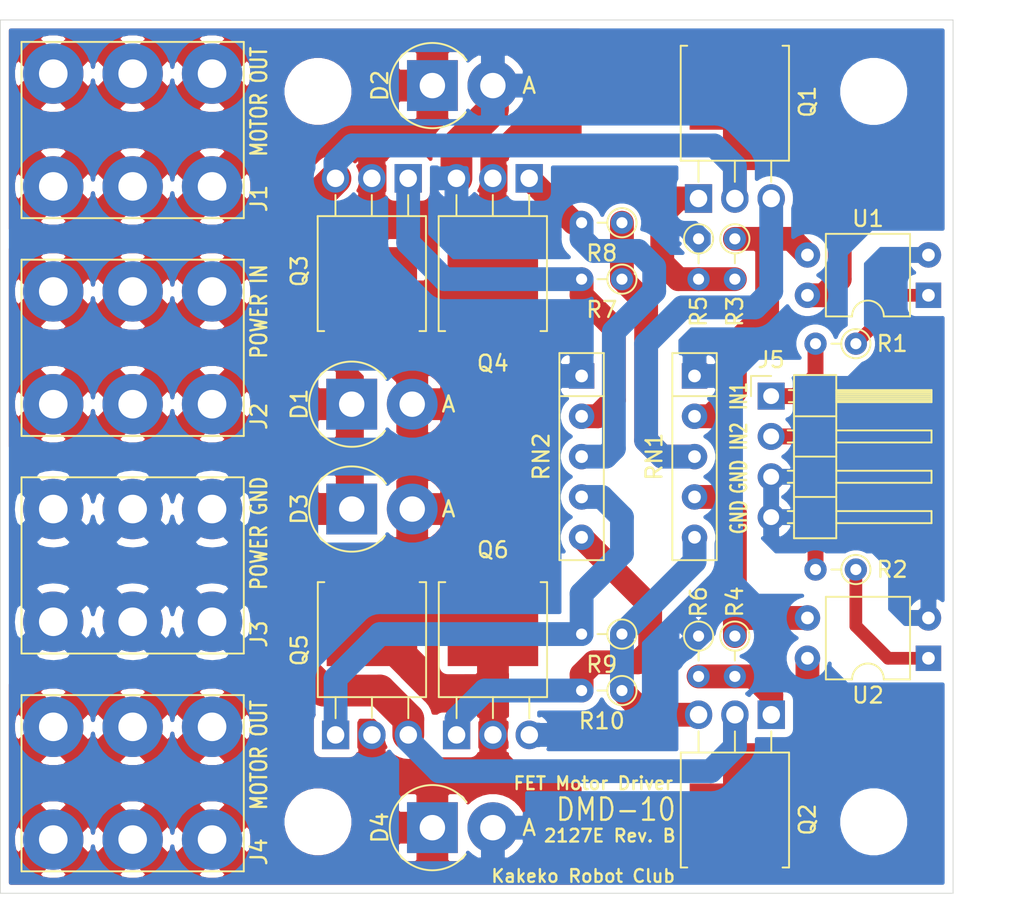
<source format=kicad_pcb>
(kicad_pcb (version 20171130) (host pcbnew "(5.1.7)-1")

  (general
    (thickness 1.6)
    (drawings 20)
    (tracks 130)
    (zones 0)
    (modules 33)
    (nets 20)
  )

  (page A4)
  (layers
    (0 F.Cu signal)
    (31 B.Cu signal)
    (32 B.Adhes user)
    (33 F.Adhes user)
    (34 B.Paste user)
    (35 F.Paste user)
    (36 B.SilkS user)
    (37 F.SilkS user)
    (38 B.Mask user)
    (39 F.Mask user)
    (40 Dwgs.User user hide)
    (41 Cmts.User user)
    (42 Eco1.User user)
    (43 Eco2.User user)
    (44 Edge.Cuts user)
    (45 Margin user)
    (46 B.CrtYd user)
    (47 F.CrtYd user)
    (48 B.Fab user)
    (49 F.Fab user)
  )

  (setup
    (last_trace_width 0.1524)
    (user_trace_width 0.5)
    (user_trace_width 0.8)
    (user_trace_width 1)
    (user_trace_width 1.5)
    (user_trace_width 2)
    (trace_clearance 0.1524)
    (zone_clearance 0.508)
    (zone_45_only no)
    (trace_min 0.1524)
    (via_size 0.6)
    (via_drill 0.3)
    (via_min_size 0.6)
    (via_min_drill 0.3)
    (uvia_size 0.3)
    (uvia_drill 0.1)
    (uvias_allowed no)
    (uvia_min_size 0.2)
    (uvia_min_drill 0.1)
    (edge_width 0.05)
    (segment_width 0.2)
    (pcb_text_width 0.3)
    (pcb_text_size 1.5 1.5)
    (mod_edge_width 0.12)
    (mod_text_size 1 1)
    (mod_text_width 0.15)
    (pad_size 1.524 1.524)
    (pad_drill 0.762)
    (pad_to_mask_clearance 0)
    (aux_axis_origin 48.802 68.302)
    (visible_elements 7FFFFFFF)
    (pcbplotparams
      (layerselection 0x010f0_ffffffff)
      (usegerberextensions true)
      (usegerberattributes true)
      (usegerberadvancedattributes true)
      (creategerberjobfile false)
      (excludeedgelayer true)
      (linewidth 0.100000)
      (plotframeref false)
      (viasonmask false)
      (mode 1)
      (useauxorigin true)
      (hpglpennumber 1)
      (hpglpenspeed 20)
      (hpglpendiameter 15.000000)
      (psnegative false)
      (psa4output false)
      (plotreference true)
      (plotvalue true)
      (plotinvisibletext false)
      (padsonsilk false)
      (subtractmaskfromsilk true)
      (outputformat 1)
      (mirror false)
      (drillshape 0)
      (scaleselection 1)
      (outputdirectory "gerber"))
  )

  (net 0 "")
  (net 1 "Net-(D1-Pad2)")
  (net 2 "Net-(D1-Pad1)")
  (net 3 GNDPWR)
  (net 4 "Net-(D3-Pad2)")
  (net 5 GNDD)
  (net 6 "Net-(Q1-Pad3)")
  (net 7 "Net-(Q1-Pad1)")
  (net 8 "Net-(Q2-Pad3)")
  (net 9 "Net-(Q2-Pad1)")
  (net 10 "Net-(Q3-Pad1)")
  (net 11 "Net-(Q4-Pad1)")
  (net 12 "Net-(Q5-Pad1)")
  (net 13 "Net-(Q6-Pad1)")
  (net 14 "Net-(R1-Pad1)")
  (net 15 "Net-(R2-Pad1)")
  (net 16 "Net-(R3-Pad1)")
  (net 17 "Net-(R4-Pad1)")
  (net 18 "Net-(J5-Pad2)")
  (net 19 "Net-(J5-Pad1)")

  (net_class Default "This is the default net class."
    (clearance 0.1524)
    (trace_width 0.1524)
    (via_dia 0.6)
    (via_drill 0.3)
    (uvia_dia 0.3)
    (uvia_drill 0.1)
    (add_net GNDD)
    (add_net GNDPWR)
    (add_net "Net-(D1-Pad1)")
    (add_net "Net-(D1-Pad2)")
    (add_net "Net-(D3-Pad2)")
    (add_net "Net-(J5-Pad1)")
    (add_net "Net-(J5-Pad2)")
    (add_net "Net-(Q1-Pad1)")
    (add_net "Net-(Q1-Pad3)")
    (add_net "Net-(Q2-Pad1)")
    (add_net "Net-(Q2-Pad3)")
    (add_net "Net-(Q3-Pad1)")
    (add_net "Net-(Q4-Pad1)")
    (add_net "Net-(Q5-Pad1)")
    (add_net "Net-(Q6-Pad1)")
    (add_net "Net-(R1-Pad1)")
    (add_net "Net-(R2-Pad1)")
    (add_net "Net-(R3-Pad1)")
    (add_net "Net-(R4-Pad1)")
  )

  (module MountingHole:MountingHole_3.2mm_M3 (layer F.Cu) (tedit 56D1B4CB) (tstamp 60BBB14F)
    (at 103.802 118.802)
    (descr "Mounting Hole 3.2mm, no annular, M3")
    (tags "mounting hole 3.2mm no annular m3")
    (attr virtual)
    (fp_text reference REF** (at 0 -4.2) (layer F.SilkS) hide
      (effects (font (size 1 1) (thickness 0.15)))
    )
    (fp_text value MountingHole_3.2mm_M3 (at 0 4.2) (layer F.Fab)
      (effects (font (size 1 1) (thickness 0.15)))
    )
    (fp_circle (center 0 0) (end 3.45 0) (layer F.CrtYd) (width 0.05))
    (fp_circle (center 0 0) (end 3.2 0) (layer Cmts.User) (width 0.15))
    (fp_text user %R (at 0.3 0) (layer F.Fab)
      (effects (font (size 1 1) (thickness 0.15)))
    )
    (pad 1 np_thru_hole circle (at 0 0) (size 3.2 3.2) (drill 3.2) (layers *.Cu *.Mask))
  )

  (module MountingHole:MountingHole_3.2mm_M3 (layer F.Cu) (tedit 56D1B4CB) (tstamp 60BC8FB9)
    (at 68.802 118.802)
    (descr "Mounting Hole 3.2mm, no annular, M3")
    (tags "mounting hole 3.2mm no annular m3")
    (attr virtual)
    (fp_text reference REF** (at 0 -4.2) (layer F.SilkS) hide
      (effects (font (size 1 1) (thickness 0.15)))
    )
    (fp_text value MountingHole_3.2mm_M3 (at 0 4.2) (layer F.Fab)
      (effects (font (size 1 1) (thickness 0.15)))
    )
    (fp_circle (center 0 0) (end 3.45 0) (layer F.CrtYd) (width 0.05))
    (fp_circle (center 0 0) (end 3.2 0) (layer Cmts.User) (width 0.15))
    (fp_text user %R (at 0.3 0) (layer F.Fab)
      (effects (font (size 1 1) (thickness 0.15)))
    )
    (pad 1 np_thru_hole circle (at 0 0) (size 3.2 3.2) (drill 3.2) (layers *.Cu *.Mask))
  )

  (module MountingHole:MountingHole_3.2mm_M3 (layer F.Cu) (tedit 56D1B4CB) (tstamp 60BC8F76)
    (at 68.802 72.802)
    (descr "Mounting Hole 3.2mm, no annular, M3")
    (tags "mounting hole 3.2mm no annular m3")
    (attr virtual)
    (fp_text reference REF** (at 0 -4.2) (layer F.SilkS) hide
      (effects (font (size 1 1) (thickness 0.15)))
    )
    (fp_text value MountingHole_3.2mm_M3 (at 0 4.2) (layer F.Fab)
      (effects (font (size 1 1) (thickness 0.15)))
    )
    (fp_circle (center 0 0) (end 3.45 0) (layer F.CrtYd) (width 0.05))
    (fp_circle (center 0 0) (end 3.2 0) (layer Cmts.User) (width 0.15))
    (fp_text user %R (at 0.3 0) (layer F.Fab)
      (effects (font (size 1 1) (thickness 0.15)))
    )
    (pad 1 np_thru_hole circle (at 0 0) (size 3.2 3.2) (drill 3.2) (layers *.Cu *.Mask))
  )

  (module MountingHole:MountingHole_3.2mm_M3 (layer F.Cu) (tedit 56D1B4CB) (tstamp 60BB930C)
    (at 103.802 72.802)
    (descr "Mounting Hole 3.2mm, no annular, M3")
    (tags "mounting hole 3.2mm no annular m3")
    (attr virtual)
    (fp_text reference REF** (at 0 -4.2) (layer F.SilkS) hide
      (effects (font (size 1 1) (thickness 0.15)))
    )
    (fp_text value MountingHole_3.2mm_M3 (at 0 4.2) (layer F.Fab)
      (effects (font (size 1 1) (thickness 0.15)))
    )
    (fp_circle (center 0 0) (end 3.45 0) (layer F.CrtYd) (width 0.05))
    (fp_circle (center 0 0) (end 3.2 0) (layer Cmts.User) (width 0.15))
    (fp_text user %R (at 0.3 0) (layer F.Fab)
      (effects (font (size 1 1) (thickness 0.15)))
    )
    (pad 1 np_thru_hole circle (at 0 0) (size 3.2 3.2) (drill 3.2) (layers *.Cu *.Mask))
  )

  (module Package_DIP:DIP-4_W7.62mm (layer F.Cu) (tedit 5A02E8C5) (tstamp 60BB7AE0)
    (at 107.25 108.502 180)
    (descr "4-lead though-hole mounted DIP package, row spacing 7.62 mm (300 mils)")
    (tags "THT DIP DIL PDIP 2.54mm 7.62mm 300mil")
    (path /60A923B2)
    (fp_text reference U2 (at 3.81 -2.33) (layer F.SilkS)
      (effects (font (size 1 1) (thickness 0.15)))
    )
    (fp_text value PC817 (at 3.81 4.87) (layer F.Fab)
      (effects (font (size 1 1) (thickness 0.15)))
    )
    (fp_line (start 8.7 -1.55) (end -1.1 -1.55) (layer F.CrtYd) (width 0.05))
    (fp_line (start 8.7 4.1) (end 8.7 -1.55) (layer F.CrtYd) (width 0.05))
    (fp_line (start -1.1 4.1) (end 8.7 4.1) (layer F.CrtYd) (width 0.05))
    (fp_line (start -1.1 -1.55) (end -1.1 4.1) (layer F.CrtYd) (width 0.05))
    (fp_line (start 6.46 -1.33) (end 4.81 -1.33) (layer F.SilkS) (width 0.12))
    (fp_line (start 6.46 3.87) (end 6.46 -1.33) (layer F.SilkS) (width 0.12))
    (fp_line (start 1.16 3.87) (end 6.46 3.87) (layer F.SilkS) (width 0.12))
    (fp_line (start 1.16 -1.33) (end 1.16 3.87) (layer F.SilkS) (width 0.12))
    (fp_line (start 2.81 -1.33) (end 1.16 -1.33) (layer F.SilkS) (width 0.12))
    (fp_line (start 0.635 -0.27) (end 1.635 -1.27) (layer F.Fab) (width 0.1))
    (fp_line (start 0.635 3.81) (end 0.635 -0.27) (layer F.Fab) (width 0.1))
    (fp_line (start 6.985 3.81) (end 0.635 3.81) (layer F.Fab) (width 0.1))
    (fp_line (start 6.985 -1.27) (end 6.985 3.81) (layer F.Fab) (width 0.1))
    (fp_line (start 1.635 -1.27) (end 6.985 -1.27) (layer F.Fab) (width 0.1))
    (fp_text user %R (at 3.81 1.27) (layer F.Fab)
      (effects (font (size 1 1) (thickness 0.15)))
    )
    (fp_arc (start 3.81 -1.33) (end 2.81 -1.33) (angle -180) (layer F.SilkS) (width 0.12))
    (pad 4 thru_hole oval (at 7.62 0 180) (size 1.6 1.6) (drill 0.8) (layers *.Cu *.Mask)
      (net 2 "Net-(D1-Pad1)"))
    (pad 2 thru_hole oval (at 0 2.54 180) (size 1.6 1.6) (drill 0.8) (layers *.Cu *.Mask)
      (net 5 GNDD))
    (pad 3 thru_hole oval (at 7.62 2.54 180) (size 1.6 1.6) (drill 0.8) (layers *.Cu *.Mask)
      (net 17 "Net-(R4-Pad1)"))
    (pad 1 thru_hole rect (at 0 0 180) (size 1.6 1.6) (drill 0.8) (layers *.Cu *.Mask)
      (net 15 "Net-(R2-Pad1)"))
    (model ${KISYS3DMOD}/Package_DIP.3dshapes/DIP-4_W7.62mm.wrl
      (at (xyz 0 0 0))
      (scale (xyz 1 1 1))
      (rotate (xyz 0 0 0))
    )
  )

  (module Package_DIP:DIP-4_W7.62mm (layer F.Cu) (tedit 5A02E8C5) (tstamp 60BB7AC8)
    (at 107.25 85.642 180)
    (descr "4-lead though-hole mounted DIP package, row spacing 7.62 mm (300 mils)")
    (tags "THT DIP DIL PDIP 2.54mm 7.62mm 300mil")
    (path /60A8CEA3)
    (fp_text reference U1 (at 3.81 4.826) (layer F.SilkS)
      (effects (font (size 1 1) (thickness 0.15)))
    )
    (fp_text value PC817 (at 3.81 4.87) (layer F.Fab)
      (effects (font (size 1 1) (thickness 0.15)))
    )
    (fp_line (start 8.7 -1.55) (end -1.1 -1.55) (layer F.CrtYd) (width 0.05))
    (fp_line (start 8.7 4.1) (end 8.7 -1.55) (layer F.CrtYd) (width 0.05))
    (fp_line (start -1.1 4.1) (end 8.7 4.1) (layer F.CrtYd) (width 0.05))
    (fp_line (start -1.1 -1.55) (end -1.1 4.1) (layer F.CrtYd) (width 0.05))
    (fp_line (start 6.46 -1.33) (end 4.81 -1.33) (layer F.SilkS) (width 0.12))
    (fp_line (start 6.46 3.87) (end 6.46 -1.33) (layer F.SilkS) (width 0.12))
    (fp_line (start 1.16 3.87) (end 6.46 3.87) (layer F.SilkS) (width 0.12))
    (fp_line (start 1.16 -1.33) (end 1.16 3.87) (layer F.SilkS) (width 0.12))
    (fp_line (start 2.81 -1.33) (end 1.16 -1.33) (layer F.SilkS) (width 0.12))
    (fp_line (start 0.635 -0.27) (end 1.635 -1.27) (layer F.Fab) (width 0.1))
    (fp_line (start 0.635 3.81) (end 0.635 -0.27) (layer F.Fab) (width 0.1))
    (fp_line (start 6.985 3.81) (end 0.635 3.81) (layer F.Fab) (width 0.1))
    (fp_line (start 6.985 -1.27) (end 6.985 3.81) (layer F.Fab) (width 0.1))
    (fp_line (start 1.635 -1.27) (end 6.985 -1.27) (layer F.Fab) (width 0.1))
    (fp_text user %R (at 3.81 1.27) (layer F.Fab)
      (effects (font (size 1 1) (thickness 0.15)))
    )
    (fp_arc (start 3.81 -1.33) (end 2.81 -1.33) (angle -180) (layer F.SilkS) (width 0.12))
    (pad 4 thru_hole oval (at 7.62 0 180) (size 1.6 1.6) (drill 0.8) (layers *.Cu *.Mask)
      (net 2 "Net-(D1-Pad1)"))
    (pad 2 thru_hole oval (at 0 2.54 180) (size 1.6 1.6) (drill 0.8) (layers *.Cu *.Mask)
      (net 5 GNDD))
    (pad 3 thru_hole oval (at 7.62 2.54 180) (size 1.6 1.6) (drill 0.8) (layers *.Cu *.Mask)
      (net 16 "Net-(R3-Pad1)"))
    (pad 1 thru_hole rect (at 0 0 180) (size 1.6 1.6) (drill 0.8) (layers *.Cu *.Mask)
      (net 14 "Net-(R1-Pad1)"))
    (model ${KISYS3DMOD}/Package_DIP.3dshapes/DIP-4_W7.62mm.wrl
      (at (xyz 0 0 0))
      (scale (xyz 1 1 1))
      (rotate (xyz 0 0 0))
    )
  )

  (module Resistor_THT:R_Array_SIP5 (layer F.Cu) (tedit 5A14249F) (tstamp 60BB7AB0)
    (at 92.518 90.722 270)
    (descr "5-pin Resistor SIP pack")
    (tags R)
    (path /60C16AC2)
    (fp_text reference RN1 (at 5.08 2.54 90) (layer F.SilkS)
      (effects (font (size 1 1) (thickness 0.15)))
    )
    (fp_text value 1k (at 6.35 2.4 90) (layer F.Fab)
      (effects (font (size 1 1) (thickness 0.15)))
    )
    (fp_line (start -1.29 -1.25) (end -1.29 1.25) (layer F.Fab) (width 0.1))
    (fp_line (start -1.29 1.25) (end 11.45 1.25) (layer F.Fab) (width 0.1))
    (fp_line (start 11.45 1.25) (end 11.45 -1.25) (layer F.Fab) (width 0.1))
    (fp_line (start 11.45 -1.25) (end -1.29 -1.25) (layer F.Fab) (width 0.1))
    (fp_line (start 1.27 -1.25) (end 1.27 1.25) (layer F.Fab) (width 0.1))
    (fp_line (start -1.44 -1.4) (end -1.44 1.4) (layer F.SilkS) (width 0.12))
    (fp_line (start -1.44 1.4) (end 11.6 1.4) (layer F.SilkS) (width 0.12))
    (fp_line (start 11.6 1.4) (end 11.6 -1.4) (layer F.SilkS) (width 0.12))
    (fp_line (start 11.6 -1.4) (end -1.44 -1.4) (layer F.SilkS) (width 0.12))
    (fp_line (start 1.27 -1.4) (end 1.27 1.4) (layer F.SilkS) (width 0.12))
    (fp_line (start -1.7 -1.65) (end -1.7 1.65) (layer F.CrtYd) (width 0.05))
    (fp_line (start -1.7 1.65) (end 11.9 1.65) (layer F.CrtYd) (width 0.05))
    (fp_line (start 11.9 1.65) (end 11.9 -1.65) (layer F.CrtYd) (width 0.05))
    (fp_line (start 11.9 -1.65) (end -1.7 -1.65) (layer F.CrtYd) (width 0.05))
    (fp_text user %R (at 5.08 0 90) (layer F.Fab)
      (effects (font (size 1 1) (thickness 0.15)))
    )
    (pad 1 thru_hole rect (at 0 0 270) (size 1.6 1.6) (drill 0.8) (layers *.Cu *.Mask)
      (net 3 GNDPWR))
    (pad 2 thru_hole oval (at 2.54 0 270) (size 1.6 1.6) (drill 0.8) (layers *.Cu *.Mask)
      (net 16 "Net-(R3-Pad1)"))
    (pad 3 thru_hole oval (at 5.08 0 270) (size 1.6 1.6) (drill 0.8) (layers *.Cu *.Mask)
      (net 6 "Net-(Q1-Pad3)"))
    (pad 4 thru_hole oval (at 7.62 0 270) (size 1.6 1.6) (drill 0.8) (layers *.Cu *.Mask)
      (net 17 "Net-(R4-Pad1)"))
    (pad 5 thru_hole oval (at 10.16 0 270) (size 1.6 1.6) (drill 0.8) (layers *.Cu *.Mask)
      (net 8 "Net-(Q2-Pad3)"))
    (model ${KISYS3DMOD}/Resistor_THT.3dshapes/R_Array_SIP5.wrl
      (at (xyz 0 0 0))
      (scale (xyz 1 1 1))
      (rotate (xyz 0 0 0))
    )
  )

  (module Resistor_THT:R_Array_SIP5 (layer F.Cu) (tedit 5A14249F) (tstamp 60BB7A98)
    (at 85.406 90.722 270)
    (descr "5-pin Resistor SIP pack")
    (tags R)
    (path /60BD8574)
    (fp_text reference RN2 (at 5.08 2.54 90) (layer F.SilkS)
      (effects (font (size 1 1) (thickness 0.15)))
    )
    (fp_text value 10k (at 6.35 2.4 90) (layer F.Fab)
      (effects (font (size 1 1) (thickness 0.15)))
    )
    (fp_line (start 11.9 -1.65) (end -1.7 -1.65) (layer F.CrtYd) (width 0.05))
    (fp_line (start 11.9 1.65) (end 11.9 -1.65) (layer F.CrtYd) (width 0.05))
    (fp_line (start -1.7 1.65) (end 11.9 1.65) (layer F.CrtYd) (width 0.05))
    (fp_line (start -1.7 -1.65) (end -1.7 1.65) (layer F.CrtYd) (width 0.05))
    (fp_line (start 1.27 -1.4) (end 1.27 1.4) (layer F.SilkS) (width 0.12))
    (fp_line (start 11.6 -1.4) (end -1.44 -1.4) (layer F.SilkS) (width 0.12))
    (fp_line (start 11.6 1.4) (end 11.6 -1.4) (layer F.SilkS) (width 0.12))
    (fp_line (start -1.44 1.4) (end 11.6 1.4) (layer F.SilkS) (width 0.12))
    (fp_line (start -1.44 -1.4) (end -1.44 1.4) (layer F.SilkS) (width 0.12))
    (fp_line (start 1.27 -1.25) (end 1.27 1.25) (layer F.Fab) (width 0.1))
    (fp_line (start 11.45 -1.25) (end -1.29 -1.25) (layer F.Fab) (width 0.1))
    (fp_line (start 11.45 1.25) (end 11.45 -1.25) (layer F.Fab) (width 0.1))
    (fp_line (start -1.29 1.25) (end 11.45 1.25) (layer F.Fab) (width 0.1))
    (fp_line (start -1.29 -1.25) (end -1.29 1.25) (layer F.Fab) (width 0.1))
    (fp_text user %R (at 5.08 0 90) (layer F.Fab)
      (effects (font (size 1 1) (thickness 0.15)))
    )
    (pad 5 thru_hole oval (at 10.16 0 270) (size 1.6 1.6) (drill 0.8) (layers *.Cu *.Mask)
      (net 13 "Net-(Q6-Pad1)"))
    (pad 4 thru_hole oval (at 7.62 0 270) (size 1.6 1.6) (drill 0.8) (layers *.Cu *.Mask)
      (net 12 "Net-(Q5-Pad1)"))
    (pad 3 thru_hole oval (at 5.08 0 270) (size 1.6 1.6) (drill 0.8) (layers *.Cu *.Mask)
      (net 11 "Net-(Q4-Pad1)"))
    (pad 2 thru_hole oval (at 2.54 0 270) (size 1.6 1.6) (drill 0.8) (layers *.Cu *.Mask)
      (net 10 "Net-(Q3-Pad1)"))
    (pad 1 thru_hole rect (at 0 0 270) (size 1.6 1.6) (drill 0.8) (layers *.Cu *.Mask)
      (net 3 GNDPWR))
    (model ${KISYS3DMOD}/Resistor_THT.3dshapes/R_Array_SIP5.wrl
      (at (xyz 0 0 0))
      (scale (xyz 1 1 1))
      (rotate (xyz 0 0 0))
    )
  )

  (module Resistor_THT:R_Axial_DIN0204_L3.6mm_D1.6mm_P2.54mm_Vertical (layer F.Cu) (tedit 5AE5139B) (tstamp 60BB7A80)
    (at 87.946 110.534 180)
    (descr "Resistor, Axial_DIN0204 series, Axial, Vertical, pin pitch=2.54mm, 0.167W, length*diameter=3.6*1.6mm^2, http://cdn-reichelt.de/documents/datenblatt/B400/1_4W%23YAG.pdf")
    (tags "Resistor Axial_DIN0204 series Axial Vertical pin pitch 2.54mm 0.167W length 3.6mm diameter 1.6mm")
    (path /60ADCFD3)
    (fp_text reference R10 (at 1.27 -1.92) (layer F.SilkS)
      (effects (font (size 1 1) (thickness 0.15)))
    )
    (fp_text value 10 (at 1.27 1.92) (layer F.Fab)
      (effects (font (size 1 1) (thickness 0.15)))
    )
    (fp_line (start 3.49 -1.05) (end -1.05 -1.05) (layer F.CrtYd) (width 0.05))
    (fp_line (start 3.49 1.05) (end 3.49 -1.05) (layer F.CrtYd) (width 0.05))
    (fp_line (start -1.05 1.05) (end 3.49 1.05) (layer F.CrtYd) (width 0.05))
    (fp_line (start -1.05 -1.05) (end -1.05 1.05) (layer F.CrtYd) (width 0.05))
    (fp_line (start 0.92 0) (end 1.54 0) (layer F.SilkS) (width 0.12))
    (fp_line (start 0 0) (end 2.54 0) (layer F.Fab) (width 0.1))
    (fp_circle (center 0 0) (end 0.92 0) (layer F.SilkS) (width 0.12))
    (fp_circle (center 0 0) (end 0.8 0) (layer F.Fab) (width 0.1))
    (fp_text user %R (at 1.27 -1.92) (layer F.Fab)
      (effects (font (size 1 1) (thickness 0.15)))
    )
    (pad 2 thru_hole oval (at 2.54 0 180) (size 1.4 1.4) (drill 0.7) (layers *.Cu *.Mask)
      (net 13 "Net-(Q6-Pad1)"))
    (pad 1 thru_hole circle (at 0 0 180) (size 1.4 1.4) (drill 0.7) (layers *.Cu *.Mask)
      (net 8 "Net-(Q2-Pad3)"))
    (model ${KISYS3DMOD}/Resistor_THT.3dshapes/R_Axial_DIN0204_L3.6mm_D1.6mm_P2.54mm_Vertical.wrl
      (at (xyz 0 0 0))
      (scale (xyz 1 1 1))
      (rotate (xyz 0 0 0))
    )
  )

  (module Resistor_THT:R_Axial_DIN0204_L3.6mm_D1.6mm_P2.54mm_Vertical (layer F.Cu) (tedit 5AE5139B) (tstamp 60BB7A71)
    (at 87.946 106.978 180)
    (descr "Resistor, Axial_DIN0204 series, Axial, Vertical, pin pitch=2.54mm, 0.167W, length*diameter=3.6*1.6mm^2, http://cdn-reichelt.de/documents/datenblatt/B400/1_4W%23YAG.pdf")
    (tags "Resistor Axial_DIN0204 series Axial Vertical pin pitch 2.54mm 0.167W length 3.6mm diameter 1.6mm")
    (path /60ADC7BD)
    (fp_text reference R9 (at 1.27 -1.92) (layer F.SilkS)
      (effects (font (size 1 1) (thickness 0.15)))
    )
    (fp_text value 10 (at 1.27 1.92) (layer F.Fab)
      (effects (font (size 1 1) (thickness 0.15)))
    )
    (fp_line (start 3.49 -1.05) (end -1.05 -1.05) (layer F.CrtYd) (width 0.05))
    (fp_line (start 3.49 1.05) (end 3.49 -1.05) (layer F.CrtYd) (width 0.05))
    (fp_line (start -1.05 1.05) (end 3.49 1.05) (layer F.CrtYd) (width 0.05))
    (fp_line (start -1.05 -1.05) (end -1.05 1.05) (layer F.CrtYd) (width 0.05))
    (fp_line (start 0.92 0) (end 1.54 0) (layer F.SilkS) (width 0.12))
    (fp_line (start 0 0) (end 2.54 0) (layer F.Fab) (width 0.1))
    (fp_circle (center 0 0) (end 0.92 0) (layer F.SilkS) (width 0.12))
    (fp_circle (center 0 0) (end 0.8 0) (layer F.Fab) (width 0.1))
    (fp_text user %R (at 1.27 -1.92) (layer F.Fab)
      (effects (font (size 1 1) (thickness 0.15)))
    )
    (pad 2 thru_hole oval (at 2.54 0 180) (size 1.4 1.4) (drill 0.7) (layers *.Cu *.Mask)
      (net 12 "Net-(Q5-Pad1)"))
    (pad 1 thru_hole circle (at 0 0 180) (size 1.4 1.4) (drill 0.7) (layers *.Cu *.Mask)
      (net 8 "Net-(Q2-Pad3)"))
    (model ${KISYS3DMOD}/Resistor_THT.3dshapes/R_Axial_DIN0204_L3.6mm_D1.6mm_P2.54mm_Vertical.wrl
      (at (xyz 0 0 0))
      (scale (xyz 1 1 1))
      (rotate (xyz 0 0 0))
    )
  )

  (module Resistor_THT:R_Axial_DIN0204_L3.6mm_D1.6mm_P2.54mm_Vertical (layer F.Cu) (tedit 5AE5139B) (tstamp 60BCAAE7)
    (at 87.946 81.07 180)
    (descr "Resistor, Axial_DIN0204 series, Axial, Vertical, pin pitch=2.54mm, 0.167W, length*diameter=3.6*1.6mm^2, http://cdn-reichelt.de/documents/datenblatt/B400/1_4W%23YAG.pdf")
    (tags "Resistor Axial_DIN0204 series Axial Vertical pin pitch 2.54mm 0.167W length 3.6mm diameter 1.6mm")
    (path /60AD5627)
    (fp_text reference R8 (at 1.27 -1.92) (layer F.SilkS)
      (effects (font (size 1 1) (thickness 0.15)))
    )
    (fp_text value 10 (at 1.27 1.92) (layer F.Fab)
      (effects (font (size 1 1) (thickness 0.15)))
    )
    (fp_line (start 3.49 -1.05) (end -1.05 -1.05) (layer F.CrtYd) (width 0.05))
    (fp_line (start 3.49 1.05) (end 3.49 -1.05) (layer F.CrtYd) (width 0.05))
    (fp_line (start -1.05 1.05) (end 3.49 1.05) (layer F.CrtYd) (width 0.05))
    (fp_line (start -1.05 -1.05) (end -1.05 1.05) (layer F.CrtYd) (width 0.05))
    (fp_line (start 0.92 0) (end 1.54 0) (layer F.SilkS) (width 0.12))
    (fp_line (start 0 0) (end 2.54 0) (layer F.Fab) (width 0.1))
    (fp_circle (center 0 0) (end 0.92 0) (layer F.SilkS) (width 0.12))
    (fp_circle (center 0 0) (end 0.8 0) (layer F.Fab) (width 0.1))
    (fp_text user %R (at 1.27 -1.92) (layer F.Fab)
      (effects (font (size 1 1) (thickness 0.15)))
    )
    (pad 2 thru_hole oval (at 2.54 0 180) (size 1.4 1.4) (drill 0.7) (layers *.Cu *.Mask)
      (net 11 "Net-(Q4-Pad1)"))
    (pad 1 thru_hole circle (at 0 0 180) (size 1.4 1.4) (drill 0.7) (layers *.Cu *.Mask)
      (net 6 "Net-(Q1-Pad3)"))
    (model ${KISYS3DMOD}/Resistor_THT.3dshapes/R_Axial_DIN0204_L3.6mm_D1.6mm_P2.54mm_Vertical.wrl
      (at (xyz 0 0 0))
      (scale (xyz 1 1 1))
      (rotate (xyz 0 0 0))
    )
  )

  (module Resistor_THT:R_Axial_DIN0204_L3.6mm_D1.6mm_P2.54mm_Vertical (layer F.Cu) (tedit 5AE5139B) (tstamp 60BCA835)
    (at 87.946 84.626 180)
    (descr "Resistor, Axial_DIN0204 series, Axial, Vertical, pin pitch=2.54mm, 0.167W, length*diameter=3.6*1.6mm^2, http://cdn-reichelt.de/documents/datenblatt/B400/1_4W%23YAG.pdf")
    (tags "Resistor Axial_DIN0204 series Axial Vertical pin pitch 2.54mm 0.167W length 3.6mm diameter 1.6mm")
    (path /60AD46EC)
    (fp_text reference R7 (at 1.27 -1.92) (layer F.SilkS)
      (effects (font (size 1 1) (thickness 0.15)))
    )
    (fp_text value 10 (at 1.27 1.92) (layer F.Fab)
      (effects (font (size 1 1) (thickness 0.15)))
    )
    (fp_line (start 3.49 -1.05) (end -1.05 -1.05) (layer F.CrtYd) (width 0.05))
    (fp_line (start 3.49 1.05) (end 3.49 -1.05) (layer F.CrtYd) (width 0.05))
    (fp_line (start -1.05 1.05) (end 3.49 1.05) (layer F.CrtYd) (width 0.05))
    (fp_line (start -1.05 -1.05) (end -1.05 1.05) (layer F.CrtYd) (width 0.05))
    (fp_line (start 0.92 0) (end 1.54 0) (layer F.SilkS) (width 0.12))
    (fp_line (start 0 0) (end 2.54 0) (layer F.Fab) (width 0.1))
    (fp_circle (center 0 0) (end 0.92 0) (layer F.SilkS) (width 0.12))
    (fp_circle (center 0 0) (end 0.8 0) (layer F.Fab) (width 0.1))
    (fp_text user %R (at 1.27 -1.92) (layer F.Fab)
      (effects (font (size 1 1) (thickness 0.15)))
    )
    (pad 2 thru_hole oval (at 2.54 0 180) (size 1.4 1.4) (drill 0.7) (layers *.Cu *.Mask)
      (net 10 "Net-(Q3-Pad1)"))
    (pad 1 thru_hole circle (at 0 0 180) (size 1.4 1.4) (drill 0.7) (layers *.Cu *.Mask)
      (net 6 "Net-(Q1-Pad3)"))
    (model ${KISYS3DMOD}/Resistor_THT.3dshapes/R_Axial_DIN0204_L3.6mm_D1.6mm_P2.54mm_Vertical.wrl
      (at (xyz 0 0 0))
      (scale (xyz 1 1 1))
      (rotate (xyz 0 0 0))
    )
  )

  (module Resistor_THT:R_Axial_DIN0204_L3.6mm_D1.6mm_P2.54mm_Vertical (layer F.Cu) (tedit 5AE5139B) (tstamp 60BB7A44)
    (at 92.772 107.105 270)
    (descr "Resistor, Axial_DIN0204 series, Axial, Vertical, pin pitch=2.54mm, 0.167W, length*diameter=3.6*1.6mm^2, http://cdn-reichelt.de/documents/datenblatt/B400/1_4W%23YAG.pdf")
    (tags "Resistor Axial_DIN0204 series Axial Vertical pin pitch 2.54mm 0.167W length 3.6mm diameter 1.6mm")
    (path /60AAE352)
    (fp_text reference R6 (at -2.159 0 90) (layer F.SilkS)
      (effects (font (size 1 1) (thickness 0.15)))
    )
    (fp_text value 10k (at 1.27 1.92 90) (layer F.Fab)
      (effects (font (size 1 1) (thickness 0.15)))
    )
    (fp_line (start 3.49 -1.05) (end -1.05 -1.05) (layer F.CrtYd) (width 0.05))
    (fp_line (start 3.49 1.05) (end 3.49 -1.05) (layer F.CrtYd) (width 0.05))
    (fp_line (start -1.05 1.05) (end 3.49 1.05) (layer F.CrtYd) (width 0.05))
    (fp_line (start -1.05 -1.05) (end -1.05 1.05) (layer F.CrtYd) (width 0.05))
    (fp_line (start 0.92 0) (end 1.54 0) (layer F.SilkS) (width 0.12))
    (fp_line (start 0 0) (end 2.54 0) (layer F.Fab) (width 0.1))
    (fp_circle (center 0 0) (end 0.92 0) (layer F.SilkS) (width 0.12))
    (fp_circle (center 0 0) (end 0.8 0) (layer F.Fab) (width 0.1))
    (fp_text user %R (at 1.27 -1.92 90) (layer F.Fab)
      (effects (font (size 1 1) (thickness 0.15)))
    )
    (pad 2 thru_hole oval (at 2.54 0 270) (size 1.4 1.4) (drill 0.7) (layers *.Cu *.Mask)
      (net 9 "Net-(Q2-Pad1)"))
    (pad 1 thru_hole circle (at 0 0 270) (size 1.4 1.4) (drill 0.7) (layers *.Cu *.Mask)
      (net 3 GNDPWR))
    (model ${KISYS3DMOD}/Resistor_THT.3dshapes/R_Axial_DIN0204_L3.6mm_D1.6mm_P2.54mm_Vertical.wrl
      (at (xyz 0 0 0))
      (scale (xyz 1 1 1))
      (rotate (xyz 0 0 0))
    )
  )

  (module Resistor_THT:R_Axial_DIN0204_L3.6mm_D1.6mm_P2.54mm_Vertical (layer F.Cu) (tedit 5AE5139B) (tstamp 60BB7A35)
    (at 92.772 82.086 270)
    (descr "Resistor, Axial_DIN0204 series, Axial, Vertical, pin pitch=2.54mm, 0.167W, length*diameter=3.6*1.6mm^2, http://cdn-reichelt.de/documents/datenblatt/B400/1_4W%23YAG.pdf")
    (tags "Resistor Axial_DIN0204 series Axial Vertical pin pitch 2.54mm 0.167W length 3.6mm diameter 1.6mm")
    (path /60AAD6D9)
    (fp_text reference R5 (at 4.572 0 90) (layer F.SilkS)
      (effects (font (size 1 1) (thickness 0.15)))
    )
    (fp_text value 10k (at 1.27 1.92 90) (layer F.Fab)
      (effects (font (size 1 1) (thickness 0.15)))
    )
    (fp_line (start 3.49 -1.05) (end -1.05 -1.05) (layer F.CrtYd) (width 0.05))
    (fp_line (start 3.49 1.05) (end 3.49 -1.05) (layer F.CrtYd) (width 0.05))
    (fp_line (start -1.05 1.05) (end 3.49 1.05) (layer F.CrtYd) (width 0.05))
    (fp_line (start -1.05 -1.05) (end -1.05 1.05) (layer F.CrtYd) (width 0.05))
    (fp_line (start 0.92 0) (end 1.54 0) (layer F.SilkS) (width 0.12))
    (fp_line (start 0 0) (end 2.54 0) (layer F.Fab) (width 0.1))
    (fp_circle (center 0 0) (end 0.92 0) (layer F.SilkS) (width 0.12))
    (fp_circle (center 0 0) (end 0.8 0) (layer F.Fab) (width 0.1))
    (fp_text user %R (at 1.27 -1.92 90) (layer F.Fab)
      (effects (font (size 1 1) (thickness 0.15)))
    )
    (pad 2 thru_hole oval (at 2.54 0 270) (size 1.4 1.4) (drill 0.7) (layers *.Cu *.Mask)
      (net 7 "Net-(Q1-Pad1)"))
    (pad 1 thru_hole circle (at 0 0 270) (size 1.4 1.4) (drill 0.7) (layers *.Cu *.Mask)
      (net 3 GNDPWR))
    (model ${KISYS3DMOD}/Resistor_THT.3dshapes/R_Axial_DIN0204_L3.6mm_D1.6mm_P2.54mm_Vertical.wrl
      (at (xyz 0 0 0))
      (scale (xyz 1 1 1))
      (rotate (xyz 0 0 0))
    )
  )

  (module Resistor_THT:R_Axial_DIN0204_L3.6mm_D1.6mm_P2.54mm_Vertical (layer F.Cu) (tedit 5AE5139B) (tstamp 60BB7A26)
    (at 95.058 107.105 270)
    (descr "Resistor, Axial_DIN0204 series, Axial, Vertical, pin pitch=2.54mm, 0.167W, length*diameter=3.6*1.6mm^2, http://cdn-reichelt.de/documents/datenblatt/B400/1_4W%23YAG.pdf")
    (tags "Resistor Axial_DIN0204 series Axial Vertical pin pitch 2.54mm 0.167W length 3.6mm diameter 1.6mm")
    (path /60AA9E27)
    (fp_text reference R4 (at -2.159 0 90) (layer F.SilkS)
      (effects (font (size 1 1) (thickness 0.15)))
    )
    (fp_text value 300 (at 1.27 1.92 90) (layer F.Fab)
      (effects (font (size 1 1) (thickness 0.15)))
    )
    (fp_line (start 3.49 -1.05) (end -1.05 -1.05) (layer F.CrtYd) (width 0.05))
    (fp_line (start 3.49 1.05) (end 3.49 -1.05) (layer F.CrtYd) (width 0.05))
    (fp_line (start -1.05 1.05) (end 3.49 1.05) (layer F.CrtYd) (width 0.05))
    (fp_line (start -1.05 -1.05) (end -1.05 1.05) (layer F.CrtYd) (width 0.05))
    (fp_line (start 0.92 0) (end 1.54 0) (layer F.SilkS) (width 0.12))
    (fp_line (start 0 0) (end 2.54 0) (layer F.Fab) (width 0.1))
    (fp_circle (center 0 0) (end 0.92 0) (layer F.SilkS) (width 0.12))
    (fp_circle (center 0 0) (end 0.8 0) (layer F.Fab) (width 0.1))
    (fp_text user %R (at 1.27 -1.92 90) (layer F.Fab)
      (effects (font (size 1 1) (thickness 0.15)))
    )
    (pad 2 thru_hole oval (at 2.54 0 270) (size 1.4 1.4) (drill 0.7) (layers *.Cu *.Mask)
      (net 9 "Net-(Q2-Pad1)"))
    (pad 1 thru_hole circle (at 0 0 270) (size 1.4 1.4) (drill 0.7) (layers *.Cu *.Mask)
      (net 17 "Net-(R4-Pad1)"))
    (model ${KISYS3DMOD}/Resistor_THT.3dshapes/R_Axial_DIN0204_L3.6mm_D1.6mm_P2.54mm_Vertical.wrl
      (at (xyz 0 0 0))
      (scale (xyz 1 1 1))
      (rotate (xyz 0 0 0))
    )
  )

  (module Resistor_THT:R_Axial_DIN0204_L3.6mm_D1.6mm_P2.54mm_Vertical (layer F.Cu) (tedit 5AE5139B) (tstamp 60BB7A17)
    (at 95.058 82.086 270)
    (descr "Resistor, Axial_DIN0204 series, Axial, Vertical, pin pitch=2.54mm, 0.167W, length*diameter=3.6*1.6mm^2, http://cdn-reichelt.de/documents/datenblatt/B400/1_4W%23YAG.pdf")
    (tags "Resistor Axial_DIN0204 series Axial Vertical pin pitch 2.54mm 0.167W length 3.6mm diameter 1.6mm")
    (path /60AA9745)
    (fp_text reference R3 (at 4.572 0 90) (layer F.SilkS)
      (effects (font (size 1 1) (thickness 0.15)))
    )
    (fp_text value 300 (at 1.27 1.92 90) (layer F.Fab)
      (effects (font (size 1 1) (thickness 0.15)))
    )
    (fp_line (start 3.49 -1.05) (end -1.05 -1.05) (layer F.CrtYd) (width 0.05))
    (fp_line (start 3.49 1.05) (end 3.49 -1.05) (layer F.CrtYd) (width 0.05))
    (fp_line (start -1.05 1.05) (end 3.49 1.05) (layer F.CrtYd) (width 0.05))
    (fp_line (start -1.05 -1.05) (end -1.05 1.05) (layer F.CrtYd) (width 0.05))
    (fp_line (start 0.92 0) (end 1.54 0) (layer F.SilkS) (width 0.12))
    (fp_line (start 0 0) (end 2.54 0) (layer F.Fab) (width 0.1))
    (fp_circle (center 0 0) (end 0.92 0) (layer F.SilkS) (width 0.12))
    (fp_circle (center 0 0) (end 0.8 0) (layer F.Fab) (width 0.1))
    (fp_text user %R (at 1.27 -1.92 90) (layer F.Fab)
      (effects (font (size 1 1) (thickness 0.15)))
    )
    (pad 2 thru_hole oval (at 2.54 0 270) (size 1.4 1.4) (drill 0.7) (layers *.Cu *.Mask)
      (net 7 "Net-(Q1-Pad1)"))
    (pad 1 thru_hole circle (at 0 0 270) (size 1.4 1.4) (drill 0.7) (layers *.Cu *.Mask)
      (net 16 "Net-(R3-Pad1)"))
    (model ${KISYS3DMOD}/Resistor_THT.3dshapes/R_Axial_DIN0204_L3.6mm_D1.6mm_P2.54mm_Vertical.wrl
      (at (xyz 0 0 0))
      (scale (xyz 1 1 1))
      (rotate (xyz 0 0 0))
    )
  )

  (module Resistor_THT:R_Axial_DIN0204_L3.6mm_D1.6mm_P2.54mm_Vertical (layer F.Cu) (tedit 5AE5139B) (tstamp 60BB7A08)
    (at 102.678 102.914 180)
    (descr "Resistor, Axial_DIN0204 series, Axial, Vertical, pin pitch=2.54mm, 0.167W, length*diameter=3.6*1.6mm^2, http://cdn-reichelt.de/documents/datenblatt/B400/1_4W%23YAG.pdf")
    (tags "Resistor Axial_DIN0204 series Axial Vertical pin pitch 2.54mm 0.167W length 3.6mm diameter 1.6mm")
    (path /60A9657C)
    (fp_text reference R2 (at -2.286 0) (layer F.SilkS)
      (effects (font (size 1 1) (thickness 0.15)))
    )
    (fp_text value 380 (at 1.27 1.92) (layer F.Fab)
      (effects (font (size 1 1) (thickness 0.15)))
    )
    (fp_line (start 3.49 -1.05) (end -1.05 -1.05) (layer F.CrtYd) (width 0.05))
    (fp_line (start 3.49 1.05) (end 3.49 -1.05) (layer F.CrtYd) (width 0.05))
    (fp_line (start -1.05 1.05) (end 3.49 1.05) (layer F.CrtYd) (width 0.05))
    (fp_line (start -1.05 -1.05) (end -1.05 1.05) (layer F.CrtYd) (width 0.05))
    (fp_line (start 0.92 0) (end 1.54 0) (layer F.SilkS) (width 0.12))
    (fp_line (start 0 0) (end 2.54 0) (layer F.Fab) (width 0.1))
    (fp_circle (center 0 0) (end 0.92 0) (layer F.SilkS) (width 0.12))
    (fp_circle (center 0 0) (end 0.8 0) (layer F.Fab) (width 0.1))
    (fp_text user %R (at 1.27 -1.92) (layer F.Fab)
      (effects (font (size 1 1) (thickness 0.15)))
    )
    (pad 2 thru_hole oval (at 2.54 0 180) (size 1.4 1.4) (drill 0.7) (layers *.Cu *.Mask)
      (net 18 "Net-(J5-Pad2)"))
    (pad 1 thru_hole circle (at 0 0 180) (size 1.4 1.4) (drill 0.7) (layers *.Cu *.Mask)
      (net 15 "Net-(R2-Pad1)"))
    (model ${KISYS3DMOD}/Resistor_THT.3dshapes/R_Axial_DIN0204_L3.6mm_D1.6mm_P2.54mm_Vertical.wrl
      (at (xyz 0 0 0))
      (scale (xyz 1 1 1))
      (rotate (xyz 0 0 0))
    )
  )

  (module Resistor_THT:R_Axial_DIN0204_L3.6mm_D1.6mm_P2.54mm_Vertical (layer F.Cu) (tedit 5AE5139B) (tstamp 60BB79F9)
    (at 102.678 88.69 180)
    (descr "Resistor, Axial_DIN0204 series, Axial, Vertical, pin pitch=2.54mm, 0.167W, length*diameter=3.6*1.6mm^2, http://cdn-reichelt.de/documents/datenblatt/B400/1_4W%23YAG.pdf")
    (tags "Resistor Axial_DIN0204 series Axial Vertical pin pitch 2.54mm 0.167W length 3.6mm diameter 1.6mm")
    (path /60A95992)
    (fp_text reference R1 (at -2.286 0) (layer F.SilkS)
      (effects (font (size 1 1) (thickness 0.15)))
    )
    (fp_text value 380 (at 1.27 1.92) (layer F.Fab)
      (effects (font (size 1 1) (thickness 0.15)))
    )
    (fp_line (start 3.49 -1.05) (end -1.05 -1.05) (layer F.CrtYd) (width 0.05))
    (fp_line (start 3.49 1.05) (end 3.49 -1.05) (layer F.CrtYd) (width 0.05))
    (fp_line (start -1.05 1.05) (end 3.49 1.05) (layer F.CrtYd) (width 0.05))
    (fp_line (start -1.05 -1.05) (end -1.05 1.05) (layer F.CrtYd) (width 0.05))
    (fp_line (start 0.92 0) (end 1.54 0) (layer F.SilkS) (width 0.12))
    (fp_line (start 0 0) (end 2.54 0) (layer F.Fab) (width 0.1))
    (fp_circle (center 0 0) (end 0.92 0) (layer F.SilkS) (width 0.12))
    (fp_circle (center 0 0) (end 0.8 0) (layer F.Fab) (width 0.1))
    (fp_text user %R (at 1.27 -1.92) (layer F.Fab)
      (effects (font (size 1 1) (thickness 0.15)))
    )
    (pad 2 thru_hole oval (at 2.54 0 180) (size 1.4 1.4) (drill 0.7) (layers *.Cu *.Mask)
      (net 19 "Net-(J5-Pad1)"))
    (pad 1 thru_hole circle (at 0 0 180) (size 1.4 1.4) (drill 0.7) (layers *.Cu *.Mask)
      (net 14 "Net-(R1-Pad1)"))
    (model ${KISYS3DMOD}/Resistor_THT.3dshapes/R_Axial_DIN0204_L3.6mm_D1.6mm_P2.54mm_Vertical.wrl
      (at (xyz 0 0 0))
      (scale (xyz 1 1 1))
      (rotate (xyz 0 0 0))
    )
  )

  (module Package_TO_SOT_THT:TO-251-3-1EP_Horizontal_TabDown (layer F.Cu) (tedit 5ACC4916) (tstamp 60BBA77B)
    (at 77.532 113.328)
    (descr "TO-251-3, Horizontal, RM 2.29mm, IPAK, see https://www.diodes.com/assets/Package-Files/TO251.pdf")
    (tags "TO-251-3 Horizontal RM 2.29mm IPAK")
    (path /60AD31DD)
    (fp_text reference Q6 (at 2.29 -11.653333) (layer F.SilkS)
      (effects (font (size 1 1) (thickness 0.15)))
    )
    (fp_text value IRLU3410PBF (at 2.29 1.9) (layer F.Fab)
      (effects (font (size 1 1) (thickness 0.15)))
    )
    (fp_line (start 5.83 -10.79) (end -1.25 -10.79) (layer F.CrtYd) (width 0.05))
    (fp_line (start 5.83 1.16) (end 5.83 -10.79) (layer F.CrtYd) (width 0.05))
    (fp_line (start -1.25 1.16) (end 5.83 1.16) (layer F.CrtYd) (width 0.05))
    (fp_line (start -1.25 -10.79) (end -1.25 1.16) (layer F.CrtYd) (width 0.05))
    (fp_line (start 4.58 -2.38) (end 4.58 -1.05) (layer F.SilkS) (width 0.12))
    (fp_line (start 2.29 -2.38) (end 2.29 -1.05) (layer F.SilkS) (width 0.12))
    (fp_line (start 0 -2.38) (end 0 -1.05) (layer F.SilkS) (width 0.12))
    (fp_line (start 5.7 -9.62) (end 5.7 -2.38) (layer F.SilkS) (width 0.12))
    (fp_line (start -1.12 -9.62) (end -1.12 -2.38) (layer F.SilkS) (width 0.12))
    (fp_line (start 5.291 -9.62) (end 5.7 -9.62) (layer F.SilkS) (width 0.12))
    (fp_line (start -1.12 -9.62) (end -0.711 -9.62) (layer F.SilkS) (width 0.12))
    (fp_line (start -1.12 -2.38) (end 5.7 -2.38) (layer F.SilkS) (width 0.12))
    (fp_line (start 4.58 -2.5) (end 4.58 0) (layer F.Fab) (width 0.1))
    (fp_line (start 2.29 -2.5) (end 2.29 0) (layer F.Fab) (width 0.1))
    (fp_line (start 0 -2.5) (end 0 0) (layer F.Fab) (width 0.1))
    (fp_line (start 5.58 -2.5) (end -1 -2.5) (layer F.Fab) (width 0.1))
    (fp_line (start 5.58 -8.6) (end 5.58 -2.5) (layer F.Fab) (width 0.1))
    (fp_line (start -1 -8.6) (end 5.58 -8.6) (layer F.Fab) (width 0.1))
    (fp_line (start -1 -2.5) (end -1 -8.6) (layer F.Fab) (width 0.1))
    (fp_line (start 4.96 -8.6) (end -0.38 -8.6) (layer F.Fab) (width 0.1))
    (fp_line (start 4.96 -9.5) (end 4.96 -8.6) (layer F.Fab) (width 0.1))
    (fp_line (start -0.38 -9.5) (end 4.96 -9.5) (layer F.Fab) (width 0.1))
    (fp_line (start -0.38 -8.6) (end -0.38 -9.5) (layer F.Fab) (width 0.1))
    (fp_text user %R (at 2.29 -11.653333) (layer F.Fab)
      (effects (font (size 1 1) (thickness 0.15)))
    )
    (pad 3 thru_hole oval (at 4.58 0) (size 1.7175 1.8) (drill 1.1) (layers *.Cu *.Mask)
      (net 3 GNDPWR))
    (pad 2 thru_hole oval (at 2.29 0) (size 1.7175 1.8) (drill 1.1) (layers *.Cu *.Mask)
      (net 4 "Net-(D3-Pad2)"))
    (pad 1 thru_hole rect (at 0 0) (size 1.7175 1.8) (drill 1.1) (layers *.Cu *.Mask)
      (net 13 "Net-(Q6-Pad1)"))
    (pad 4 smd rect (at 2.29 -7.433333) (size 5.7 6.2) (layers F.Cu F.Paste F.Mask)
      (net 4 "Net-(D3-Pad2)"))
    (model ${KISYS3DMOD}/Package_TO_SOT_THT.3dshapes/TO-251-3-1EP_Horizontal_TabDown.wrl
      (at (xyz 0 0 0))
      (scale (xyz 1 1 1))
      (rotate (xyz 0 0 0))
    )
  )

  (module Package_TO_SOT_THT:TO-251-3-1EP_Horizontal_TabDown (layer F.Cu) (tedit 5ACC4916) (tstamp 60BB79CA)
    (at 69.912 113.328)
    (descr "TO-251-3, Horizontal, RM 2.29mm, IPAK, see https://www.diodes.com/assets/Package-Files/TO251.pdf")
    (tags "TO-251-3 Horizontal RM 2.29mm IPAK")
    (path /60ADB153)
    (fp_text reference Q5 (at -2.286 -5.334 90) (layer F.SilkS)
      (effects (font (size 1 1) (thickness 0.15)))
    )
    (fp_text value IRFU5505PBF (at 2.29 1.9) (layer F.Fab)
      (effects (font (size 1 1) (thickness 0.15)))
    )
    (fp_line (start 5.83 -10.79) (end -1.25 -10.79) (layer F.CrtYd) (width 0.05))
    (fp_line (start 5.83 1.16) (end 5.83 -10.79) (layer F.CrtYd) (width 0.05))
    (fp_line (start -1.25 1.16) (end 5.83 1.16) (layer F.CrtYd) (width 0.05))
    (fp_line (start -1.25 -10.79) (end -1.25 1.16) (layer F.CrtYd) (width 0.05))
    (fp_line (start 4.58 -2.38) (end 4.58 -1.05) (layer F.SilkS) (width 0.12))
    (fp_line (start 2.29 -2.38) (end 2.29 -1.05) (layer F.SilkS) (width 0.12))
    (fp_line (start 0 -2.38) (end 0 -1.05) (layer F.SilkS) (width 0.12))
    (fp_line (start 5.7 -9.62) (end 5.7 -2.38) (layer F.SilkS) (width 0.12))
    (fp_line (start -1.12 -9.62) (end -1.12 -2.38) (layer F.SilkS) (width 0.12))
    (fp_line (start 5.291 -9.62) (end 5.7 -9.62) (layer F.SilkS) (width 0.12))
    (fp_line (start -1.12 -9.62) (end -0.711 -9.62) (layer F.SilkS) (width 0.12))
    (fp_line (start -1.12 -2.38) (end 5.7 -2.38) (layer F.SilkS) (width 0.12))
    (fp_line (start 4.58 -2.5) (end 4.58 0) (layer F.Fab) (width 0.1))
    (fp_line (start 2.29 -2.5) (end 2.29 0) (layer F.Fab) (width 0.1))
    (fp_line (start 0 -2.5) (end 0 0) (layer F.Fab) (width 0.1))
    (fp_line (start 5.58 -2.5) (end -1 -2.5) (layer F.Fab) (width 0.1))
    (fp_line (start 5.58 -8.6) (end 5.58 -2.5) (layer F.Fab) (width 0.1))
    (fp_line (start -1 -8.6) (end 5.58 -8.6) (layer F.Fab) (width 0.1))
    (fp_line (start -1 -2.5) (end -1 -8.6) (layer F.Fab) (width 0.1))
    (fp_line (start 4.96 -8.6) (end -0.38 -8.6) (layer F.Fab) (width 0.1))
    (fp_line (start 4.96 -9.5) (end 4.96 -8.6) (layer F.Fab) (width 0.1))
    (fp_line (start -0.38 -9.5) (end 4.96 -9.5) (layer F.Fab) (width 0.1))
    (fp_line (start -0.38 -8.6) (end -0.38 -9.5) (layer F.Fab) (width 0.1))
    (fp_text user %R (at 2.29 -11.653333) (layer F.Fab)
      (effects (font (size 1 1) (thickness 0.15)))
    )
    (pad 3 thru_hole oval (at 4.58 0) (size 1.7175 1.8) (drill 1.1) (layers *.Cu *.Mask)
      (net 2 "Net-(D1-Pad1)"))
    (pad 2 thru_hole oval (at 2.29 0) (size 1.7175 1.8) (drill 1.1) (layers *.Cu *.Mask)
      (net 4 "Net-(D3-Pad2)"))
    (pad 1 thru_hole rect (at 0 0) (size 1.7175 1.8) (drill 1.1) (layers *.Cu *.Mask)
      (net 12 "Net-(Q5-Pad1)"))
    (pad 4 smd rect (at 2.29 -7.433333) (size 5.7 6.2) (layers F.Cu F.Paste F.Mask)
      (net 4 "Net-(D3-Pad2)"))
    (model ${KISYS3DMOD}/Package_TO_SOT_THT.3dshapes/TO-251-3-1EP_Horizontal_TabDown.wrl
      (at (xyz 0 0 0))
      (scale (xyz 1 1 1))
      (rotate (xyz 0 0 0))
    )
  )

  (module Package_TO_SOT_THT:TO-251-3-1EP_Horizontal_TabDown (layer F.Cu) (tedit 5ACC4916) (tstamp 60BB79AA)
    (at 82.104 78.276 180)
    (descr "TO-251-3, Horizontal, RM 2.29mm, IPAK, see https://www.diodes.com/assets/Package-Files/TO251.pdf")
    (tags "TO-251-3 Horizontal RM 2.29mm IPAK")
    (path /60AD0AAD)
    (fp_text reference Q4 (at 2.29 -11.653333) (layer F.SilkS)
      (effects (font (size 1 1) (thickness 0.15)))
    )
    (fp_text value IRLU3410PBF (at 2.29 1.9) (layer F.Fab)
      (effects (font (size 1 1) (thickness 0.15)))
    )
    (fp_line (start 5.83 -10.79) (end -1.25 -10.79) (layer F.CrtYd) (width 0.05))
    (fp_line (start 5.83 1.16) (end 5.83 -10.79) (layer F.CrtYd) (width 0.05))
    (fp_line (start -1.25 1.16) (end 5.83 1.16) (layer F.CrtYd) (width 0.05))
    (fp_line (start -1.25 -10.79) (end -1.25 1.16) (layer F.CrtYd) (width 0.05))
    (fp_line (start 4.58 -2.38) (end 4.58 -1.05) (layer F.SilkS) (width 0.12))
    (fp_line (start 2.29 -2.38) (end 2.29 -1.05) (layer F.SilkS) (width 0.12))
    (fp_line (start 0 -2.38) (end 0 -1.05) (layer F.SilkS) (width 0.12))
    (fp_line (start 5.7 -9.62) (end 5.7 -2.38) (layer F.SilkS) (width 0.12))
    (fp_line (start -1.12 -9.62) (end -1.12 -2.38) (layer F.SilkS) (width 0.12))
    (fp_line (start 5.291 -9.62) (end 5.7 -9.62) (layer F.SilkS) (width 0.12))
    (fp_line (start -1.12 -9.62) (end -0.711 -9.62) (layer F.SilkS) (width 0.12))
    (fp_line (start -1.12 -2.38) (end 5.7 -2.38) (layer F.SilkS) (width 0.12))
    (fp_line (start 4.58 -2.5) (end 4.58 0) (layer F.Fab) (width 0.1))
    (fp_line (start 2.29 -2.5) (end 2.29 0) (layer F.Fab) (width 0.1))
    (fp_line (start 0 -2.5) (end 0 0) (layer F.Fab) (width 0.1))
    (fp_line (start 5.58 -2.5) (end -1 -2.5) (layer F.Fab) (width 0.1))
    (fp_line (start 5.58 -8.6) (end 5.58 -2.5) (layer F.Fab) (width 0.1))
    (fp_line (start -1 -8.6) (end 5.58 -8.6) (layer F.Fab) (width 0.1))
    (fp_line (start -1 -2.5) (end -1 -8.6) (layer F.Fab) (width 0.1))
    (fp_line (start 4.96 -8.6) (end -0.38 -8.6) (layer F.Fab) (width 0.1))
    (fp_line (start 4.96 -9.5) (end 4.96 -8.6) (layer F.Fab) (width 0.1))
    (fp_line (start -0.38 -9.5) (end 4.96 -9.5) (layer F.Fab) (width 0.1))
    (fp_line (start -0.38 -8.6) (end -0.38 -9.5) (layer F.Fab) (width 0.1))
    (fp_text user %R (at 2.29 -11.653333) (layer F.Fab)
      (effects (font (size 1 1) (thickness 0.15)))
    )
    (pad 3 thru_hole oval (at 4.58 0 180) (size 1.7175 1.8) (drill 1.1) (layers *.Cu *.Mask)
      (net 3 GNDPWR))
    (pad 2 thru_hole oval (at 2.29 0 180) (size 1.7175 1.8) (drill 1.1) (layers *.Cu *.Mask)
      (net 1 "Net-(D1-Pad2)"))
    (pad 1 thru_hole rect (at 0 0 180) (size 1.7175 1.8) (drill 1.1) (layers *.Cu *.Mask)
      (net 11 "Net-(Q4-Pad1)"))
    (pad 4 smd rect (at 2.29 -7.433333 180) (size 5.7 6.2) (layers F.Cu F.Paste F.Mask)
      (net 1 "Net-(D1-Pad2)"))
    (model ${KISYS3DMOD}/Package_TO_SOT_THT.3dshapes/TO-251-3-1EP_Horizontal_TabDown.wrl
      (at (xyz 0 0 0))
      (scale (xyz 1 1 1))
      (rotate (xyz 0 0 0))
    )
  )

  (module Package_TO_SOT_THT:TO-251-3-1EP_Horizontal_TabDown (layer F.Cu) (tedit 5ACC4916) (tstamp 60BB798A)
    (at 74.484 78.276 180)
    (descr "TO-251-3, Horizontal, RM 2.29mm, IPAK, see https://www.diodes.com/assets/Package-Files/TO251.pdf")
    (tags "TO-251-3 Horizontal RM 2.29mm IPAK")
    (path /60AD5C3C)
    (fp_text reference Q3 (at 6.858 -5.842 90) (layer F.SilkS)
      (effects (font (size 1 1) (thickness 0.15)))
    )
    (fp_text value IRFU5505PBF (at 2.29 1.9) (layer F.Fab)
      (effects (font (size 1 1) (thickness 0.15)))
    )
    (fp_line (start 5.83 -10.79) (end -1.25 -10.79) (layer F.CrtYd) (width 0.05))
    (fp_line (start 5.83 1.16) (end 5.83 -10.79) (layer F.CrtYd) (width 0.05))
    (fp_line (start -1.25 1.16) (end 5.83 1.16) (layer F.CrtYd) (width 0.05))
    (fp_line (start -1.25 -10.79) (end -1.25 1.16) (layer F.CrtYd) (width 0.05))
    (fp_line (start 4.58 -2.38) (end 4.58 -1.05) (layer F.SilkS) (width 0.12))
    (fp_line (start 2.29 -2.38) (end 2.29 -1.05) (layer F.SilkS) (width 0.12))
    (fp_line (start 0 -2.38) (end 0 -1.05) (layer F.SilkS) (width 0.12))
    (fp_line (start 5.7 -9.62) (end 5.7 -2.38) (layer F.SilkS) (width 0.12))
    (fp_line (start -1.12 -9.62) (end -1.12 -2.38) (layer F.SilkS) (width 0.12))
    (fp_line (start 5.291 -9.62) (end 5.7 -9.62) (layer F.SilkS) (width 0.12))
    (fp_line (start -1.12 -9.62) (end -0.711 -9.62) (layer F.SilkS) (width 0.12))
    (fp_line (start -1.12 -2.38) (end 5.7 -2.38) (layer F.SilkS) (width 0.12))
    (fp_line (start 4.58 -2.5) (end 4.58 0) (layer F.Fab) (width 0.1))
    (fp_line (start 2.29 -2.5) (end 2.29 0) (layer F.Fab) (width 0.1))
    (fp_line (start 0 -2.5) (end 0 0) (layer F.Fab) (width 0.1))
    (fp_line (start 5.58 -2.5) (end -1 -2.5) (layer F.Fab) (width 0.1))
    (fp_line (start 5.58 -8.6) (end 5.58 -2.5) (layer F.Fab) (width 0.1))
    (fp_line (start -1 -8.6) (end 5.58 -8.6) (layer F.Fab) (width 0.1))
    (fp_line (start -1 -2.5) (end -1 -8.6) (layer F.Fab) (width 0.1))
    (fp_line (start 4.96 -8.6) (end -0.38 -8.6) (layer F.Fab) (width 0.1))
    (fp_line (start 4.96 -9.5) (end 4.96 -8.6) (layer F.Fab) (width 0.1))
    (fp_line (start -0.38 -9.5) (end 4.96 -9.5) (layer F.Fab) (width 0.1))
    (fp_line (start -0.38 -8.6) (end -0.38 -9.5) (layer F.Fab) (width 0.1))
    (fp_text user %R (at 2.29 -11.653333) (layer F.Fab)
      (effects (font (size 1 1) (thickness 0.15)))
    )
    (pad 3 thru_hole oval (at 4.58 0 180) (size 1.7175 1.8) (drill 1.1) (layers *.Cu *.Mask)
      (net 2 "Net-(D1-Pad1)"))
    (pad 2 thru_hole oval (at 2.29 0 180) (size 1.7175 1.8) (drill 1.1) (layers *.Cu *.Mask)
      (net 1 "Net-(D1-Pad2)"))
    (pad 1 thru_hole rect (at 0 0 180) (size 1.7175 1.8) (drill 1.1) (layers *.Cu *.Mask)
      (net 10 "Net-(Q3-Pad1)"))
    (pad 4 smd rect (at 2.29 -7.433333 180) (size 5.7 6.2) (layers F.Cu F.Paste F.Mask)
      (net 1 "Net-(D1-Pad2)"))
    (model ${KISYS3DMOD}/Package_TO_SOT_THT.3dshapes/TO-251-3-1EP_Horizontal_TabDown.wrl
      (at (xyz 0 0 0))
      (scale (xyz 1 1 1))
      (rotate (xyz 0 0 0))
    )
  )

  (module Package_TO_SOT_THT:TO-251-3-1EP_Horizontal_TabDown (layer F.Cu) (tedit 5ACC4916) (tstamp 60BB796A)
    (at 97.352 112.058 180)
    (descr "TO-251-3, Horizontal, RM 2.29mm, IPAK, see https://www.diodes.com/assets/Package-Files/TO251.pdf")
    (tags "TO-251-3 Horizontal RM 2.29mm IPAK")
    (path /60AAC21B)
    (fp_text reference Q2 (at -2.278 -6.604 90) (layer F.SilkS)
      (effects (font (size 1 1) (thickness 0.15)))
    )
    (fp_text value MTA100N10KRI3 (at 2.29 1.9) (layer F.Fab)
      (effects (font (size 1 1) (thickness 0.15)))
    )
    (fp_line (start 5.83 -10.79) (end -1.25 -10.79) (layer F.CrtYd) (width 0.05))
    (fp_line (start 5.83 1.16) (end 5.83 -10.79) (layer F.CrtYd) (width 0.05))
    (fp_line (start -1.25 1.16) (end 5.83 1.16) (layer F.CrtYd) (width 0.05))
    (fp_line (start -1.25 -10.79) (end -1.25 1.16) (layer F.CrtYd) (width 0.05))
    (fp_line (start 4.58 -2.38) (end 4.58 -1.05) (layer F.SilkS) (width 0.12))
    (fp_line (start 2.29 -2.38) (end 2.29 -1.05) (layer F.SilkS) (width 0.12))
    (fp_line (start 0 -2.38) (end 0 -1.05) (layer F.SilkS) (width 0.12))
    (fp_line (start 5.7 -9.62) (end 5.7 -2.38) (layer F.SilkS) (width 0.12))
    (fp_line (start -1.12 -9.62) (end -1.12 -2.38) (layer F.SilkS) (width 0.12))
    (fp_line (start 5.291 -9.62) (end 5.7 -9.62) (layer F.SilkS) (width 0.12))
    (fp_line (start -1.12 -9.62) (end -0.711 -9.62) (layer F.SilkS) (width 0.12))
    (fp_line (start -1.12 -2.38) (end 5.7 -2.38) (layer F.SilkS) (width 0.12))
    (fp_line (start 4.58 -2.5) (end 4.58 0) (layer F.Fab) (width 0.1))
    (fp_line (start 2.29 -2.5) (end 2.29 0) (layer F.Fab) (width 0.1))
    (fp_line (start 0 -2.5) (end 0 0) (layer F.Fab) (width 0.1))
    (fp_line (start 5.58 -2.5) (end -1 -2.5) (layer F.Fab) (width 0.1))
    (fp_line (start 5.58 -8.6) (end 5.58 -2.5) (layer F.Fab) (width 0.1))
    (fp_line (start -1 -8.6) (end 5.58 -8.6) (layer F.Fab) (width 0.1))
    (fp_line (start -1 -2.5) (end -1 -8.6) (layer F.Fab) (width 0.1))
    (fp_line (start 4.96 -8.6) (end -0.38 -8.6) (layer F.Fab) (width 0.1))
    (fp_line (start 4.96 -9.5) (end 4.96 -8.6) (layer F.Fab) (width 0.1))
    (fp_line (start -0.38 -9.5) (end 4.96 -9.5) (layer F.Fab) (width 0.1))
    (fp_line (start -0.38 -8.6) (end -0.38 -9.5) (layer F.Fab) (width 0.1))
    (fp_text user %R (at 2.29 -11.653333) (layer F.Fab)
      (effects (font (size 1 1) (thickness 0.15)))
    )
    (pad 3 thru_hole oval (at 4.58 0 180) (size 1.7175 1.8) (drill 1.1) (layers *.Cu *.Mask)
      (net 8 "Net-(Q2-Pad3)"))
    (pad 2 thru_hole oval (at 2.29 0 180) (size 1.7175 1.8) (drill 1.1) (layers *.Cu *.Mask)
      (net 2 "Net-(D1-Pad1)"))
    (pad 1 thru_hole rect (at 0 0 180) (size 1.7175 1.8) (drill 1.1) (layers *.Cu *.Mask)
      (net 9 "Net-(Q2-Pad1)"))
    (pad 4 smd rect (at 2.29 -7.433333 180) (size 5.7 6.2) (layers F.Cu F.Paste F.Mask)
      (net 2 "Net-(D1-Pad1)"))
    (model ${KISYS3DMOD}/Package_TO_SOT_THT.3dshapes/TO-251-3-1EP_Horizontal_TabDown.wrl
      (at (xyz 0 0 0))
      (scale (xyz 1 1 1))
      (rotate (xyz 0 0 0))
    )
  )

  (module Package_TO_SOT_THT:TO-251-3-1EP_Horizontal_TabDown (layer F.Cu) (tedit 5ACC4916) (tstamp 60BB794A)
    (at 92.768 79.546)
    (descr "TO-251-3, Horizontal, RM 2.29mm, IPAK, see https://www.diodes.com/assets/Package-Files/TO251.pdf")
    (tags "TO-251-3 Horizontal RM 2.29mm IPAK")
    (path /60AAA4F5)
    (fp_text reference Q1 (at 6.862 -6.096 270) (layer F.SilkS)
      (effects (font (size 1 1) (thickness 0.15)))
    )
    (fp_text value MTA100N10KRI3 (at 2.29 1.9) (layer F.Fab)
      (effects (font (size 1 1) (thickness 0.15)))
    )
    (fp_line (start 5.83 -10.79) (end -1.25 -10.79) (layer F.CrtYd) (width 0.05))
    (fp_line (start 5.83 1.16) (end 5.83 -10.79) (layer F.CrtYd) (width 0.05))
    (fp_line (start -1.25 1.16) (end 5.83 1.16) (layer F.CrtYd) (width 0.05))
    (fp_line (start -1.25 -10.79) (end -1.25 1.16) (layer F.CrtYd) (width 0.05))
    (fp_line (start 4.58 -2.38) (end 4.58 -1.05) (layer F.SilkS) (width 0.12))
    (fp_line (start 2.29 -2.38) (end 2.29 -1.05) (layer F.SilkS) (width 0.12))
    (fp_line (start 0 -2.38) (end 0 -1.05) (layer F.SilkS) (width 0.12))
    (fp_line (start 5.7 -9.62) (end 5.7 -2.38) (layer F.SilkS) (width 0.12))
    (fp_line (start -1.12 -9.62) (end -1.12 -2.38) (layer F.SilkS) (width 0.12))
    (fp_line (start 5.291 -9.62) (end 5.7 -9.62) (layer F.SilkS) (width 0.12))
    (fp_line (start -1.12 -9.62) (end -0.711 -9.62) (layer F.SilkS) (width 0.12))
    (fp_line (start -1.12 -2.38) (end 5.7 -2.38) (layer F.SilkS) (width 0.12))
    (fp_line (start 4.58 -2.5) (end 4.58 0) (layer F.Fab) (width 0.1))
    (fp_line (start 2.29 -2.5) (end 2.29 0) (layer F.Fab) (width 0.1))
    (fp_line (start 0 -2.5) (end 0 0) (layer F.Fab) (width 0.1))
    (fp_line (start 5.58 -2.5) (end -1 -2.5) (layer F.Fab) (width 0.1))
    (fp_line (start 5.58 -8.6) (end 5.58 -2.5) (layer F.Fab) (width 0.1))
    (fp_line (start -1 -8.6) (end 5.58 -8.6) (layer F.Fab) (width 0.1))
    (fp_line (start -1 -2.5) (end -1 -8.6) (layer F.Fab) (width 0.1))
    (fp_line (start 4.96 -8.6) (end -0.38 -8.6) (layer F.Fab) (width 0.1))
    (fp_line (start 4.96 -9.5) (end 4.96 -8.6) (layer F.Fab) (width 0.1))
    (fp_line (start -0.38 -9.5) (end 4.96 -9.5) (layer F.Fab) (width 0.1))
    (fp_line (start -0.38 -8.6) (end -0.38 -9.5) (layer F.Fab) (width 0.1))
    (fp_text user %R (at 2.29 -11.653333) (layer F.Fab)
      (effects (font (size 1 1) (thickness 0.15)))
    )
    (pad 3 thru_hole oval (at 4.58 0) (size 1.7175 1.8) (drill 1.1) (layers *.Cu *.Mask)
      (net 6 "Net-(Q1-Pad3)"))
    (pad 2 thru_hole oval (at 2.29 0) (size 1.7175 1.8) (drill 1.1) (layers *.Cu *.Mask)
      (net 2 "Net-(D1-Pad1)"))
    (pad 1 thru_hole rect (at 0 0) (size 1.7175 1.8) (drill 1.1) (layers *.Cu *.Mask)
      (net 7 "Net-(Q1-Pad1)"))
    (pad 4 smd rect (at 2.29 -7.433333) (size 5.7 6.2) (layers F.Cu F.Paste F.Mask)
      (net 2 "Net-(D1-Pad1)"))
    (model ${KISYS3DMOD}/Package_TO_SOT_THT.3dshapes/TO-251-3-1EP_Horizontal_TabDown.wrl
      (at (xyz 0 0 0))
      (scale (xyz 1 1 1))
      (rotate (xyz 0 0 0))
    )
  )

  (module "PCB-20(632)F:DIP-6_W7.62mm" (layer F.Cu) (tedit 60A894E3) (tstamp 60BB792A)
    (at 52.132 119.92 90)
    (descr "6-lead though-hole mounted DIP package, row spacing 7.62 mm (300 mils)")
    (tags "THT DIP DIL PDIP 2.54mm 7.62mm 300mil")
    (path /60B63664)
    (fp_text reference J4 (at -0.774 12.954 90) (layer F.SilkS)
      (effects (font (size 1 1) (thickness 0.15)))
    )
    (fp_text value Conn_01x01 (at 3.5 13.1 90) (layer F.Fab)
      (effects (font (size 1 1) (thickness 0.15)))
    )
    (fp_line (start -2 -2) (end 9.1 -2) (layer F.Fab) (width 0.1))
    (fp_line (start 9.1 -2) (end 9.1 12) (layer F.Fab) (width 0.1))
    (fp_line (start 9.1 12) (end -2 12) (layer F.Fab) (width 0.1))
    (fp_line (start -2 12) (end -2 -2) (layer F.Fab) (width 0.1))
    (fp_line (start 9.1 -2) (end -2 -2) (layer F.SilkS) (width 0.12))
    (fp_line (start -2 -2) (end -2 12) (layer F.SilkS) (width 0.12))
    (fp_line (start -2 12) (end 9.1 12) (layer F.SilkS) (width 0.12))
    (fp_line (start 9.1 12) (end 9.1 -2) (layer F.SilkS) (width 0.12))
    (fp_line (start -2 -2) (end -2 12) (layer F.CrtYd) (width 0.05))
    (fp_line (start -2 12) (end 9.1 12) (layer F.CrtYd) (width 0.05))
    (fp_line (start 9.1 12) (end 9.1 -2) (layer F.CrtYd) (width 0.05))
    (fp_line (start 9.1 -2) (end -2 -2) (layer F.CrtYd) (width 0.05))
    (fp_text user %R (at 3.6 7.6 90) (layer F.Fab)
      (effects (font (size 1 1) (thickness 0.15)))
    )
    (pad 1 thru_hole circle (at 7.1 10 90) (size 3.8 3.8) (drill 1.8) (layers *.Cu *.Mask)
      (net 4 "Net-(D3-Pad2)"))
    (pad 1 thru_hole circle (at 7.1 5 90) (size 3.8 3.8) (drill 1.8) (layers *.Cu *.Mask)
      (net 4 "Net-(D3-Pad2)"))
    (pad 1 thru_hole circle (at 7.1 0 90) (size 3.8 3.8) (drill 1.8) (layers *.Cu *.Mask)
      (net 4 "Net-(D3-Pad2)"))
    (pad 1 thru_hole circle (at 0 10 90) (size 3.8 3.8) (drill 1.8) (layers *.Cu *.Mask)
      (net 4 "Net-(D3-Pad2)"))
    (pad 1 thru_hole circle (at 0 5 90) (size 3.8 3.8) (drill 1.8) (layers *.Cu *.Mask)
      (net 4 "Net-(D3-Pad2)"))
    (pad 1 thru_hole circle (at 0 0 90) (size 3.8 3.8) (drill 1.8) (layers *.Cu *.Mask)
      (net 4 "Net-(D3-Pad2)"))
    (model ${KISYS3DMOD}/Package_DIP.3dshapes/DIP-6_W7.62mm.wrl
      (at (xyz 0 0 0))
      (scale (xyz 1 1 1))
      (rotate (xyz 0 0 0))
    )
  )

  (module "PCB-20(632)F:DIP-6_W7.62mm" (layer F.Cu) (tedit 60A894E3) (tstamp 60BB8083)
    (at 52.132 78.784 90)
    (descr "6-lead though-hole mounted DIP package, row spacing 7.62 mm (300 mils)")
    (tags "THT DIP DIL PDIP 2.54mm 7.62mm 300mil")
    (path /60B61A9E)
    (fp_text reference J1 (at -0.762 12.954 90) (layer F.SilkS)
      (effects (font (size 1 1) (thickness 0.15)))
    )
    (fp_text value Conn_01x01 (at 3.5 13.1 90) (layer F.Fab)
      (effects (font (size 1 1) (thickness 0.15)))
    )
    (fp_line (start -2 -2) (end 9.1 -2) (layer F.Fab) (width 0.1))
    (fp_line (start 9.1 -2) (end 9.1 12) (layer F.Fab) (width 0.1))
    (fp_line (start 9.1 12) (end -2 12) (layer F.Fab) (width 0.1))
    (fp_line (start -2 12) (end -2 -2) (layer F.Fab) (width 0.1))
    (fp_line (start 9.1 -2) (end -2 -2) (layer F.SilkS) (width 0.12))
    (fp_line (start -2 -2) (end -2 12) (layer F.SilkS) (width 0.12))
    (fp_line (start -2 12) (end 9.1 12) (layer F.SilkS) (width 0.12))
    (fp_line (start 9.1 12) (end 9.1 -2) (layer F.SilkS) (width 0.12))
    (fp_line (start -2 -2) (end -2 12) (layer F.CrtYd) (width 0.05))
    (fp_line (start -2 12) (end 9.1 12) (layer F.CrtYd) (width 0.05))
    (fp_line (start 9.1 12) (end 9.1 -2) (layer F.CrtYd) (width 0.05))
    (fp_line (start 9.1 -2) (end -2 -2) (layer F.CrtYd) (width 0.05))
    (fp_text user %R (at 3.6 7.6 90) (layer F.Fab)
      (effects (font (size 1 1) (thickness 0.15)))
    )
    (pad 1 thru_hole circle (at 7.1 10 90) (size 3.8 3.8) (drill 1.8) (layers *.Cu *.Mask)
      (net 1 "Net-(D1-Pad2)"))
    (pad 1 thru_hole circle (at 7.1 5 90) (size 3.8 3.8) (drill 1.8) (layers *.Cu *.Mask)
      (net 1 "Net-(D1-Pad2)"))
    (pad 1 thru_hole circle (at 7.1 0 90) (size 3.8 3.8) (drill 1.8) (layers *.Cu *.Mask)
      (net 1 "Net-(D1-Pad2)"))
    (pad 1 thru_hole circle (at 0 10 90) (size 3.8 3.8) (drill 1.8) (layers *.Cu *.Mask)
      (net 1 "Net-(D1-Pad2)"))
    (pad 1 thru_hole circle (at 0 5 90) (size 3.8 3.8) (drill 1.8) (layers *.Cu *.Mask)
      (net 1 "Net-(D1-Pad2)"))
    (pad 1 thru_hole circle (at 0 0 90) (size 3.8 3.8) (drill 1.8) (layers *.Cu *.Mask)
      (net 1 "Net-(D1-Pad2)"))
    (model ${KISYS3DMOD}/Package_DIP.3dshapes/DIP-6_W7.62mm.wrl
      (at (xyz 0 0 0))
      (scale (xyz 1 1 1))
      (rotate (xyz 0 0 0))
    )
  )

  (module Connector_PinHeader_2.54mm:PinHeader_1x04_P2.54mm_Horizontal (layer F.Cu) (tedit 59FED5CB) (tstamp 60BB78FC)
    (at 97.344 91.992)
    (descr "Through hole angled pin header, 1x04, 2.54mm pitch, 6mm pin length, single row")
    (tags "Through hole angled pin header THT 1x04 2.54mm single row")
    (path /60A8898B)
    (fp_text reference J5 (at 0 -2.286 180) (layer F.SilkS)
      (effects (font (size 1 1) (thickness 0.15)))
    )
    (fp_text value Conn_01x04 (at 4.385 9.89) (layer F.Fab)
      (effects (font (size 1 1) (thickness 0.15)))
    )
    (fp_line (start 10.55 -1.8) (end -1.8 -1.8) (layer F.CrtYd) (width 0.05))
    (fp_line (start 10.55 9.4) (end 10.55 -1.8) (layer F.CrtYd) (width 0.05))
    (fp_line (start -1.8 9.4) (end 10.55 9.4) (layer F.CrtYd) (width 0.05))
    (fp_line (start -1.8 -1.8) (end -1.8 9.4) (layer F.CrtYd) (width 0.05))
    (fp_line (start -1.27 -1.27) (end 0 -1.27) (layer F.SilkS) (width 0.12))
    (fp_line (start -1.27 0) (end -1.27 -1.27) (layer F.SilkS) (width 0.12))
    (fp_line (start 1.042929 8) (end 1.44 8) (layer F.SilkS) (width 0.12))
    (fp_line (start 1.042929 7.24) (end 1.44 7.24) (layer F.SilkS) (width 0.12))
    (fp_line (start 10.1 8) (end 4.1 8) (layer F.SilkS) (width 0.12))
    (fp_line (start 10.1 7.24) (end 10.1 8) (layer F.SilkS) (width 0.12))
    (fp_line (start 4.1 7.24) (end 10.1 7.24) (layer F.SilkS) (width 0.12))
    (fp_line (start 1.44 6.35) (end 4.1 6.35) (layer F.SilkS) (width 0.12))
    (fp_line (start 1.042929 5.46) (end 1.44 5.46) (layer F.SilkS) (width 0.12))
    (fp_line (start 1.042929 4.7) (end 1.44 4.7) (layer F.SilkS) (width 0.12))
    (fp_line (start 10.1 5.46) (end 4.1 5.46) (layer F.SilkS) (width 0.12))
    (fp_line (start 10.1 4.7) (end 10.1 5.46) (layer F.SilkS) (width 0.12))
    (fp_line (start 4.1 4.7) (end 10.1 4.7) (layer F.SilkS) (width 0.12))
    (fp_line (start 1.44 3.81) (end 4.1 3.81) (layer F.SilkS) (width 0.12))
    (fp_line (start 1.042929 2.92) (end 1.44 2.92) (layer F.SilkS) (width 0.12))
    (fp_line (start 1.042929 2.16) (end 1.44 2.16) (layer F.SilkS) (width 0.12))
    (fp_line (start 10.1 2.92) (end 4.1 2.92) (layer F.SilkS) (width 0.12))
    (fp_line (start 10.1 2.16) (end 10.1 2.92) (layer F.SilkS) (width 0.12))
    (fp_line (start 4.1 2.16) (end 10.1 2.16) (layer F.SilkS) (width 0.12))
    (fp_line (start 1.44 1.27) (end 4.1 1.27) (layer F.SilkS) (width 0.12))
    (fp_line (start 1.11 0.38) (end 1.44 0.38) (layer F.SilkS) (width 0.12))
    (fp_line (start 1.11 -0.38) (end 1.44 -0.38) (layer F.SilkS) (width 0.12))
    (fp_line (start 4.1 0.28) (end 10.1 0.28) (layer F.SilkS) (width 0.12))
    (fp_line (start 4.1 0.16) (end 10.1 0.16) (layer F.SilkS) (width 0.12))
    (fp_line (start 4.1 0.04) (end 10.1 0.04) (layer F.SilkS) (width 0.12))
    (fp_line (start 4.1 -0.08) (end 10.1 -0.08) (layer F.SilkS) (width 0.12))
    (fp_line (start 4.1 -0.2) (end 10.1 -0.2) (layer F.SilkS) (width 0.12))
    (fp_line (start 4.1 -0.32) (end 10.1 -0.32) (layer F.SilkS) (width 0.12))
    (fp_line (start 10.1 0.38) (end 4.1 0.38) (layer F.SilkS) (width 0.12))
    (fp_line (start 10.1 -0.38) (end 10.1 0.38) (layer F.SilkS) (width 0.12))
    (fp_line (start 4.1 -0.38) (end 10.1 -0.38) (layer F.SilkS) (width 0.12))
    (fp_line (start 4.1 -1.33) (end 1.44 -1.33) (layer F.SilkS) (width 0.12))
    (fp_line (start 4.1 8.95) (end 4.1 -1.33) (layer F.SilkS) (width 0.12))
    (fp_line (start 1.44 8.95) (end 4.1 8.95) (layer F.SilkS) (width 0.12))
    (fp_line (start 1.44 -1.33) (end 1.44 8.95) (layer F.SilkS) (width 0.12))
    (fp_line (start 4.04 7.94) (end 10.04 7.94) (layer F.Fab) (width 0.1))
    (fp_line (start 10.04 7.3) (end 10.04 7.94) (layer F.Fab) (width 0.1))
    (fp_line (start 4.04 7.3) (end 10.04 7.3) (layer F.Fab) (width 0.1))
    (fp_line (start -0.32 7.94) (end 1.5 7.94) (layer F.Fab) (width 0.1))
    (fp_line (start -0.32 7.3) (end -0.32 7.94) (layer F.Fab) (width 0.1))
    (fp_line (start -0.32 7.3) (end 1.5 7.3) (layer F.Fab) (width 0.1))
    (fp_line (start 4.04 5.4) (end 10.04 5.4) (layer F.Fab) (width 0.1))
    (fp_line (start 10.04 4.76) (end 10.04 5.4) (layer F.Fab) (width 0.1))
    (fp_line (start 4.04 4.76) (end 10.04 4.76) (layer F.Fab) (width 0.1))
    (fp_line (start -0.32 5.4) (end 1.5 5.4) (layer F.Fab) (width 0.1))
    (fp_line (start -0.32 4.76) (end -0.32 5.4) (layer F.Fab) (width 0.1))
    (fp_line (start -0.32 4.76) (end 1.5 4.76) (layer F.Fab) (width 0.1))
    (fp_line (start 4.04 2.86) (end 10.04 2.86) (layer F.Fab) (width 0.1))
    (fp_line (start 10.04 2.22) (end 10.04 2.86) (layer F.Fab) (width 0.1))
    (fp_line (start 4.04 2.22) (end 10.04 2.22) (layer F.Fab) (width 0.1))
    (fp_line (start -0.32 2.86) (end 1.5 2.86) (layer F.Fab) (width 0.1))
    (fp_line (start -0.32 2.22) (end -0.32 2.86) (layer F.Fab) (width 0.1))
    (fp_line (start -0.32 2.22) (end 1.5 2.22) (layer F.Fab) (width 0.1))
    (fp_line (start 4.04 0.32) (end 10.04 0.32) (layer F.Fab) (width 0.1))
    (fp_line (start 10.04 -0.32) (end 10.04 0.32) (layer F.Fab) (width 0.1))
    (fp_line (start 4.04 -0.32) (end 10.04 -0.32) (layer F.Fab) (width 0.1))
    (fp_line (start -0.32 0.32) (end 1.5 0.32) (layer F.Fab) (width 0.1))
    (fp_line (start -0.32 -0.32) (end -0.32 0.32) (layer F.Fab) (width 0.1))
    (fp_line (start -0.32 -0.32) (end 1.5 -0.32) (layer F.Fab) (width 0.1))
    (fp_line (start 1.5 -0.635) (end 2.135 -1.27) (layer F.Fab) (width 0.1))
    (fp_line (start 1.5 8.89) (end 1.5 -0.635) (layer F.Fab) (width 0.1))
    (fp_line (start 4.04 8.89) (end 1.5 8.89) (layer F.Fab) (width 0.1))
    (fp_line (start 4.04 -1.27) (end 4.04 8.89) (layer F.Fab) (width 0.1))
    (fp_line (start 2.135 -1.27) (end 4.04 -1.27) (layer F.Fab) (width 0.1))
    (fp_text user %R (at 2.77 3.81 90) (layer F.Fab)
      (effects (font (size 1 1) (thickness 0.15)))
    )
    (pad 4 thru_hole oval (at 0 7.62) (size 1.7 1.7) (drill 1) (layers *.Cu *.Mask)
      (net 5 GNDD))
    (pad 3 thru_hole oval (at 0 5.08) (size 1.7 1.7) (drill 1) (layers *.Cu *.Mask)
      (net 5 GNDD))
    (pad 2 thru_hole oval (at 0 2.54) (size 1.7 1.7) (drill 1) (layers *.Cu *.Mask)
      (net 18 "Net-(J5-Pad2)"))
    (pad 1 thru_hole rect (at 0 0) (size 1.7 1.7) (drill 1) (layers *.Cu *.Mask)
      (net 19 "Net-(J5-Pad1)"))
    (model ${KISYS3DMOD}/Connector_PinHeader_2.54mm.3dshapes/PinHeader_1x04_P2.54mm_Horizontal.wrl
      (at (xyz 0 0 0))
      (scale (xyz 1 1 1))
      (rotate (xyz 0 0 0))
    )
  )

  (module "PCB-20(632)F:DIP-6_W7.62mm" (layer F.Cu) (tedit 60A894E3) (tstamp 60BB78AF)
    (at 52.132 106.204 90)
    (descr "6-lead though-hole mounted DIP package, row spacing 7.62 mm (300 mils)")
    (tags "THT DIP DIL PDIP 2.54mm 7.62mm 300mil")
    (path /60A8C7DA)
    (fp_text reference J3 (at -0.774 12.954 90) (layer F.SilkS)
      (effects (font (size 1 1) (thickness 0.15)))
    )
    (fp_text value Conn_01x01 (at 3.5 13.1 90) (layer F.Fab)
      (effects (font (size 1 1) (thickness 0.15)))
    )
    (fp_line (start -2 -2) (end 9.1 -2) (layer F.Fab) (width 0.1))
    (fp_line (start 9.1 -2) (end 9.1 12) (layer F.Fab) (width 0.1))
    (fp_line (start 9.1 12) (end -2 12) (layer F.Fab) (width 0.1))
    (fp_line (start -2 12) (end -2 -2) (layer F.Fab) (width 0.1))
    (fp_line (start 9.1 -2) (end -2 -2) (layer F.SilkS) (width 0.12))
    (fp_line (start -2 -2) (end -2 12) (layer F.SilkS) (width 0.12))
    (fp_line (start -2 12) (end 9.1 12) (layer F.SilkS) (width 0.12))
    (fp_line (start 9.1 12) (end 9.1 -2) (layer F.SilkS) (width 0.12))
    (fp_line (start -2 -2) (end -2 12) (layer F.CrtYd) (width 0.05))
    (fp_line (start -2 12) (end 9.1 12) (layer F.CrtYd) (width 0.05))
    (fp_line (start 9.1 12) (end 9.1 -2) (layer F.CrtYd) (width 0.05))
    (fp_line (start 9.1 -2) (end -2 -2) (layer F.CrtYd) (width 0.05))
    (fp_text user %R (at 3.6 7.6 90) (layer F.Fab)
      (effects (font (size 1 1) (thickness 0.15)))
    )
    (pad 1 thru_hole circle (at 7.1 10 90) (size 3.8 3.8) (drill 1.8) (layers *.Cu *.Mask)
      (net 3 GNDPWR))
    (pad 1 thru_hole circle (at 7.1 5 90) (size 3.8 3.8) (drill 1.8) (layers *.Cu *.Mask)
      (net 3 GNDPWR))
    (pad 1 thru_hole circle (at 7.1 0 90) (size 3.8 3.8) (drill 1.8) (layers *.Cu *.Mask)
      (net 3 GNDPWR))
    (pad 1 thru_hole circle (at 0 10 90) (size 3.8 3.8) (drill 1.8) (layers *.Cu *.Mask)
      (net 3 GNDPWR))
    (pad 1 thru_hole circle (at 0 5 90) (size 3.8 3.8) (drill 1.8) (layers *.Cu *.Mask)
      (net 3 GNDPWR))
    (pad 1 thru_hole circle (at 0 0 90) (size 3.8 3.8) (drill 1.8) (layers *.Cu *.Mask)
      (net 3 GNDPWR))
    (model ${KISYS3DMOD}/Package_DIP.3dshapes/DIP-6_W7.62mm.wrl
      (at (xyz 0 0 0))
      (scale (xyz 1 1 1))
      (rotate (xyz 0 0 0))
    )
  )

  (module "PCB-20(632)F:DIP-6_W7.62mm" (layer F.Cu) (tedit 60A894E3) (tstamp 60BB7898)
    (at 52.132 92.5 90)
    (descr "6-lead though-hole mounted DIP package, row spacing 7.62 mm (300 mils)")
    (tags "THT DIP DIL PDIP 2.54mm 7.62mm 300mil")
    (path /60A89AE1)
    (fp_text reference J2 (at -0.762 12.954 90) (layer F.SilkS)
      (effects (font (size 1 1) (thickness 0.15)))
    )
    (fp_text value Conn_01x01 (at 3.5 13.1 90) (layer F.Fab)
      (effects (font (size 1 1) (thickness 0.15)))
    )
    (fp_line (start -2 -2) (end 9.1 -2) (layer F.Fab) (width 0.1))
    (fp_line (start 9.1 -2) (end 9.1 12) (layer F.Fab) (width 0.1))
    (fp_line (start 9.1 12) (end -2 12) (layer F.Fab) (width 0.1))
    (fp_line (start -2 12) (end -2 -2) (layer F.Fab) (width 0.1))
    (fp_line (start 9.1 -2) (end -2 -2) (layer F.SilkS) (width 0.12))
    (fp_line (start -2 -2) (end -2 12) (layer F.SilkS) (width 0.12))
    (fp_line (start -2 12) (end 9.1 12) (layer F.SilkS) (width 0.12))
    (fp_line (start 9.1 12) (end 9.1 -2) (layer F.SilkS) (width 0.12))
    (fp_line (start -2 -2) (end -2 12) (layer F.CrtYd) (width 0.05))
    (fp_line (start -2 12) (end 9.1 12) (layer F.CrtYd) (width 0.05))
    (fp_line (start 9.1 12) (end 9.1 -2) (layer F.CrtYd) (width 0.05))
    (fp_line (start 9.1 -2) (end -2 -2) (layer F.CrtYd) (width 0.05))
    (fp_text user %R (at 3.6 7.6 90) (layer F.Fab)
      (effects (font (size 1 1) (thickness 0.15)))
    )
    (pad 1 thru_hole circle (at 7.1 10 90) (size 3.8 3.8) (drill 1.8) (layers *.Cu *.Mask)
      (net 2 "Net-(D1-Pad1)"))
    (pad 1 thru_hole circle (at 7.1 5 90) (size 3.8 3.8) (drill 1.8) (layers *.Cu *.Mask)
      (net 2 "Net-(D1-Pad1)"))
    (pad 1 thru_hole circle (at 7.1 0 90) (size 3.8 3.8) (drill 1.8) (layers *.Cu *.Mask)
      (net 2 "Net-(D1-Pad1)"))
    (pad 1 thru_hole circle (at 0 10 90) (size 3.8 3.8) (drill 1.8) (layers *.Cu *.Mask)
      (net 2 "Net-(D1-Pad1)"))
    (pad 1 thru_hole circle (at 0 5 90) (size 3.8 3.8) (drill 1.8) (layers *.Cu *.Mask)
      (net 2 "Net-(D1-Pad1)"))
    (pad 1 thru_hole circle (at 0 0 90) (size 3.8 3.8) (drill 1.8) (layers *.Cu *.Mask)
      (net 2 "Net-(D1-Pad1)"))
    (model ${KISYS3DMOD}/Package_DIP.3dshapes/DIP-6_W7.62mm.wrl
      (at (xyz 0 0 0))
      (scale (xyz 1 1 1))
      (rotate (xyz 0 0 0))
    )
  )

  (module Diode_THT:D_DO-201AD_P3.81mm_Vertical_AnodeUp (layer F.Cu) (tedit 5B526DD5) (tstamp 60BBA69F)
    (at 76.008 119.17)
    (descr "Diode, DO-201AD series, Axial, Vertical, pin pitch=3.81mm, , length*diameter=9.5*5.2mm^2, , http://www.diodes.com/_files/packages/DO-201AD.pdf")
    (tags "Diode DO-201AD series Axial Vertical pin pitch 3.81mm  length 9.5mm diameter 5.2mm")
    (path /60B48FEF)
    (fp_text reference D4 (at -3.302 0 90) (layer F.SilkS)
      (effects (font (size 1 1) (thickness 0.15)))
    )
    (fp_text value SBM1045VSS (at 1.905 5.0535) (layer F.Fab)
      (effects (font (size 1 1) (thickness 0.15)))
    )
    (fp_line (start 5.66 -2.85) (end -2.85 -2.85) (layer F.CrtYd) (width 0.05))
    (fp_line (start 5.66 2.85) (end 5.66 -2.85) (layer F.CrtYd) (width 0.05))
    (fp_line (start -2.85 2.85) (end 5.66 2.85) (layer F.CrtYd) (width 0.05))
    (fp_line (start -2.85 -2.85) (end -2.85 2.85) (layer F.CrtYd) (width 0.05))
    (fp_line (start 0 0) (end 3.81 0) (layer F.Fab) (width 0.1))
    (fp_circle (center 0 0) (end 2.6 0) (layer F.Fab) (width 0.1))
    (fp_text user A (at 6.096 0) (layer F.SilkS)
      (effects (font (size 1 1) (thickness 0.15)))
    )
    (fp_text user A (at 3.81 2.6) (layer F.Fab)
      (effects (font (size 1 1) (thickness 0.15)))
    )
    (fp_text user %R (at 1.905 -3.72) (layer F.Fab)
      (effects (font (size 1 1) (thickness 0.15)))
    )
    (fp_arc (start 0 0) (end 2.154716 -1.6) (angle -284.776236) (layer F.SilkS) (width 0.12))
    (pad 2 thru_hole oval (at 3.81 0) (size 3.2 3.2) (drill 1.6) (layers *.Cu *.Mask)
      (net 3 GNDPWR))
    (pad 1 thru_hole rect (at 0 0) (size 3.2 3.2) (drill 1.6) (layers *.Cu *.Mask)
      (net 4 "Net-(D3-Pad2)"))
    (model ${KISYS3DMOD}/Diode_THT.3dshapes/D_DO-201AD_P3.81mm_Vertical_AnodeUp.wrl
      (at (xyz 0 0 0))
      (scale (xyz 1 1 1))
      (rotate (xyz 0 0 0))
    )
  )

  (module Diode_THT:D_DO-201AD_P3.81mm_Vertical_AnodeUp (layer F.Cu) (tedit 5B526DD5) (tstamp 60BBA7E7)
    (at 70.928 99.104)
    (descr "Diode, DO-201AD series, Axial, Vertical, pin pitch=3.81mm, , length*diameter=9.5*5.2mm^2, , http://www.diodes.com/_files/packages/DO-201AD.pdf")
    (tags "Diode DO-201AD series Axial Vertical pin pitch 3.81mm  length 9.5mm diameter 5.2mm")
    (path /60B48935)
    (fp_text reference D3 (at -3.302 0 90) (layer F.SilkS)
      (effects (font (size 1 1) (thickness 0.15)))
    )
    (fp_text value SBM1045VSS (at 1.905 5.0535) (layer F.Fab)
      (effects (font (size 1 1) (thickness 0.15)))
    )
    (fp_line (start 5.66 -2.85) (end -2.85 -2.85) (layer F.CrtYd) (width 0.05))
    (fp_line (start 5.66 2.85) (end 5.66 -2.85) (layer F.CrtYd) (width 0.05))
    (fp_line (start -2.85 2.85) (end 5.66 2.85) (layer F.CrtYd) (width 0.05))
    (fp_line (start -2.85 -2.85) (end -2.85 2.85) (layer F.CrtYd) (width 0.05))
    (fp_line (start 0 0) (end 3.81 0) (layer F.Fab) (width 0.1))
    (fp_circle (center 0 0) (end 2.6 0) (layer F.Fab) (width 0.1))
    (fp_text user A (at 6.096 0) (layer F.SilkS)
      (effects (font (size 1 1) (thickness 0.15)))
    )
    (fp_text user A (at 3.81 2.6) (layer F.Fab)
      (effects (font (size 1 1) (thickness 0.15)))
    )
    (fp_text user %R (at 1.905 -3.72) (layer F.Fab)
      (effects (font (size 1 1) (thickness 0.15)))
    )
    (fp_arc (start 0 0) (end 2.154716 -1.6) (angle -284.776236) (layer F.SilkS) (width 0.12))
    (pad 2 thru_hole oval (at 3.81 0) (size 3.2 3.2) (drill 1.6) (layers *.Cu *.Mask)
      (net 4 "Net-(D3-Pad2)"))
    (pad 1 thru_hole rect (at 0 0) (size 3.2 3.2) (drill 1.6) (layers *.Cu *.Mask)
      (net 2 "Net-(D1-Pad1)"))
    (model ${KISYS3DMOD}/Diode_THT.3dshapes/D_DO-201AD_P3.81mm_Vertical_AnodeUp.wrl
      (at (xyz 0 0 0))
      (scale (xyz 1 1 1))
      (rotate (xyz 0 0 0))
    )
  )

  (module Diode_THT:D_DO-201AD_P3.81mm_Vertical_AnodeUp (layer F.Cu) (tedit 5B526DD5) (tstamp 60BBB64F)
    (at 76.008 72.434)
    (descr "Diode, DO-201AD series, Axial, Vertical, pin pitch=3.81mm, , length*diameter=9.5*5.2mm^2, , http://www.diodes.com/_files/packages/DO-201AD.pdf")
    (tags "Diode DO-201AD series Axial Vertical pin pitch 3.81mm  length 9.5mm diameter 5.2mm")
    (path /60B482E6)
    (fp_text reference D2 (at -3.302 0 270) (layer F.SilkS)
      (effects (font (size 1 1) (thickness 0.15)))
    )
    (fp_text value SBM1045VSS (at 1.905 5.0535) (layer F.Fab)
      (effects (font (size 1 1) (thickness 0.15)))
    )
    (fp_line (start 5.66 -2.85) (end -2.85 -2.85) (layer F.CrtYd) (width 0.05))
    (fp_line (start 5.66 2.85) (end 5.66 -2.85) (layer F.CrtYd) (width 0.05))
    (fp_line (start -2.85 2.85) (end 5.66 2.85) (layer F.CrtYd) (width 0.05))
    (fp_line (start -2.85 -2.85) (end -2.85 2.85) (layer F.CrtYd) (width 0.05))
    (fp_line (start 0 0) (end 3.81 0) (layer F.Fab) (width 0.1))
    (fp_circle (center 0 0) (end 2.6 0) (layer F.Fab) (width 0.1))
    (fp_text user A (at 6.096 0) (layer F.SilkS)
      (effects (font (size 1 1) (thickness 0.15)))
    )
    (fp_text user A (at 3.81 2.6) (layer F.Fab)
      (effects (font (size 1 1) (thickness 0.15)))
    )
    (fp_text user %R (at 1.905 -3.72) (layer F.Fab)
      (effects (font (size 1 1) (thickness 0.15)))
    )
    (fp_arc (start 0 0) (end 2.154716 -1.6) (angle -284.776236) (layer F.SilkS) (width 0.12))
    (pad 2 thru_hole oval (at 3.81 0) (size 3.2 3.2) (drill 1.6) (layers *.Cu *.Mask)
      (net 3 GNDPWR))
    (pad 1 thru_hole rect (at 0 0) (size 3.2 3.2) (drill 1.6) (layers *.Cu *.Mask)
      (net 1 "Net-(D1-Pad2)"))
    (model ${KISYS3DMOD}/Diode_THT.3dshapes/D_DO-201AD_P3.81mm_Vertical_AnodeUp.wrl
      (at (xyz 0 0 0))
      (scale (xyz 1 1 1))
      (rotate (xyz 0 0 0))
    )
  )

  (module Diode_THT:D_DO-201AD_P3.81mm_Vertical_AnodeUp (layer F.Cu) (tedit 5B526DD5) (tstamp 60BB7851)
    (at 70.928 92.5)
    (descr "Diode, DO-201AD series, Axial, Vertical, pin pitch=3.81mm, , length*diameter=9.5*5.2mm^2, , http://www.diodes.com/_files/packages/DO-201AD.pdf")
    (tags "Diode DO-201AD series Axial Vertical pin pitch 3.81mm  length 9.5mm diameter 5.2mm")
    (path /60B46BDA)
    (fp_text reference D1 (at -3.302 0 90) (layer F.SilkS)
      (effects (font (size 1 1) (thickness 0.15)))
    )
    (fp_text value SBM1045VSS (at 1.905 5.0535) (layer F.Fab)
      (effects (font (size 1 1) (thickness 0.15)))
    )
    (fp_line (start 5.66 -2.85) (end -2.85 -2.85) (layer F.CrtYd) (width 0.05))
    (fp_line (start 5.66 2.85) (end 5.66 -2.85) (layer F.CrtYd) (width 0.05))
    (fp_line (start -2.85 2.85) (end 5.66 2.85) (layer F.CrtYd) (width 0.05))
    (fp_line (start -2.85 -2.85) (end -2.85 2.85) (layer F.CrtYd) (width 0.05))
    (fp_line (start 0 0) (end 3.81 0) (layer F.Fab) (width 0.1))
    (fp_circle (center 0 0) (end 2.6 0) (layer F.Fab) (width 0.1))
    (fp_text user A (at 6.096 0) (layer F.SilkS)
      (effects (font (size 1 1) (thickness 0.15)))
    )
    (fp_text user A (at 3.81 2.6) (layer F.Fab)
      (effects (font (size 1 1) (thickness 0.15)))
    )
    (fp_text user %R (at -2.794 -2.54) (layer F.Fab)
      (effects (font (size 1 1) (thickness 0.15)))
    )
    (fp_arc (start 0 0) (end 2.154716 -1.6) (angle -284.776236) (layer F.SilkS) (width 0.12))
    (pad 2 thru_hole oval (at 3.81 0) (size 3.2 3.2) (drill 1.6) (layers *.Cu *.Mask)
      (net 1 "Net-(D1-Pad2)"))
    (pad 1 thru_hole rect (at 0 0) (size 3.2 3.2) (drill 1.6) (layers *.Cu *.Mask)
      (net 2 "Net-(D1-Pad1)"))
    (model ${KISYS3DMOD}/Diode_THT.3dshapes/D_DO-201AD_P3.81mm_Vertical_AnodeUp.wrl
      (at (xyz 0 0 0))
      (scale (xyz 1 1 1))
      (rotate (xyz 0 0 0))
    )
  )

  (gr_text "2127E Rev. B" (at 87.184 119.678) (layer F.SilkS) (tstamp 60BC9879)
    (effects (font (size 0.8 0.8) (thickness 0.15)))
  )
  (gr_text DMD-10 (at 87.565 118.027) (layer F.SilkS) (tstamp 60BC9879)
    (effects (font (size 1.4 1.2) (thickness 0.15)))
  )
  (gr_text "FET Motor Driver" (at 91.248 116.376) (layer F.SilkS) (tstamp 60BC9879)
    (effects (font (size 0.8 0.8) (thickness 0.15)) (justify right))
  )
  (gr_text "Kakeko Robot Club" (at 91.375 122.218) (layer F.SilkS)
    (effects (font (size 0.8 0.8) (thickness 0.15)) (justify right))
  )
  (gr_text "MOTOR OUT" (at 65.086 114.598 90) (layer F.SilkS) (tstamp 60BBAFBB)
    (effects (font (size 1 0.8) (thickness 0.15)))
  )
  (gr_text "MOTOR OUT" (at 65.086 73.45 90) (layer F.SilkS) (tstamp 60BBAFB6)
    (effects (font (size 1 0.8) (thickness 0.15)))
  )
  (gr_text "POWER GND" (at 65.086 100.628 90) (layer F.SilkS) (tstamp 60BBAFAD)
    (effects (font (size 1 0.8) (thickness 0.15)))
  )
  (gr_text "POWER IN" (at 65.086 86.658 90) (layer F.SilkS)
    (effects (font (size 1 0.8) (thickness 0.15)))
  )
  (gr_text IN1 (at 95.312 91.992 90) (layer F.SilkS) (tstamp 60BBAF0A)
    (effects (font (size 1 0.7) (thickness 0.15)))
  )
  (gr_text IN2 (at 95.312 94.532 90) (layer F.SilkS) (tstamp 60BBAEB6)
    (effects (font (size 1 0.7) (thickness 0.15)))
  )
  (gr_text GND (at 95.312 97.072 90) (layer F.SilkS) (tstamp 60BBAEB6)
    (effects (font (size 1 0.7) (thickness 0.15)))
  )
  (gr_text GND (at 95.312 99.612 90) (layer F.SilkS)
    (effects (font (size 1 0.7) (thickness 0.15)))
  )
  (gr_line (start 78.802 68.302) (end 78.802 123.302) (layer Dwgs.User) (width 0.15))
  (gr_line (start 48.802 68.302) (end 78.802 68.302) (layer Dwgs.User) (width 0.15))
  (gr_line (start 48.802 95.802) (end 108.802 95.802) (layer Dwgs.User) (width 0.15))
  (gr_line (start 48.802 68.302) (end 48.802 95.802) (layer Dwgs.User) (width 0.15))
  (gr_line (start 48.802 123.302) (end 48.802 68.302) (layer Edge.Cuts) (width 0.05) (tstamp 60BB7D63))
  (gr_line (start 108.802 123.302) (end 48.802 123.302) (layer Edge.Cuts) (width 0.05))
  (gr_line (start 108.802 68.302) (end 108.802 123.302) (layer Edge.Cuts) (width 0.05))
  (gr_line (start 48.802 68.302) (end 108.802 68.302) (layer Edge.Cuts) (width 0.05))

  (segment (start 72.194 85.709333) (end 72.194 88.178) (width 2) (layer F.Cu) (net 1))
  (segment (start 74.738 90.722) (end 74.738 92.5) (width 2) (layer F.Cu) (net 1))
  (segment (start 72.194 88.178) (end 74.738 90.722) (width 2) (layer F.Cu) (net 1))
  (segment (start 95.058 79.546) (end 95.058 77.006) (width 1.5) (layer F.Cu) (net 2))
  (segment (start 95.058 77.006) (end 95.058 72.112667) (width 1.5) (layer F.Cu) (net 2))
  (segment (start 95.062 112.058) (end 95.062 114.602) (width 1.5) (layer F.Cu) (net 2))
  (segment (start 95.062 114.602) (end 98.61 114.602) (width 1.5) (layer F.Cu) (net 2))
  (segment (start 95.062 114.602) (end 95.062 119.491333) (width 1.5) (layer F.Cu) (net 2))
  (segment (start 99.63 113.582) (end 99.63 108.502) (width 1.5) (layer F.Cu) (net 2))
  (segment (start 98.61 114.602) (end 99.63 113.582) (width 1.5) (layer F.Cu) (net 2))
  (segment (start 69.904 78.276) (end 69.904 78.284) (width 1.5) (layer F.Cu) (net 2))
  (segment (start 69.904 78.284) (end 66.61 81.578) (width 2) (layer F.Cu) (net 2))
  (segment (start 66.61 81.578) (end 66.61 84.626) (width 2) (layer F.Cu) (net 2))
  (segment (start 74.492 113.328) (end 74.492 112.32) (width 2) (layer F.Cu) (net 2))
  (segment (start 74.492 112.32) (end 72.706 110.534) (width 2) (layer F.Cu) (net 2))
  (segment (start 72.706 110.534) (end 69.15 110.534) (width 2) (layer F.Cu) (net 2))
  (segment (start 69.15 110.534) (end 67.626 109.01) (width 2) (layer F.Cu) (net 2))
  (segment (start 67.626 109.01) (end 67.626 99.866) (width 2) (layer F.Cu) (net 2))
  (segment (start 68.388 99.104) (end 70.928 99.104) (width 2) (layer F.Cu) (net 2))
  (segment (start 67.626 99.866) (end 68.388 99.104) (width 2) (layer F.Cu) (net 2))
  (segment (start 69.904 78.276) (end 69.904 77.268) (width 1.5) (layer B.Cu) (net 2))
  (segment (start 70.965599 76.206401) (end 93.750401 76.206401) (width 1.5) (layer B.Cu) (net 2))
  (segment (start 69.904 77.268) (end 70.965599 76.206401) (width 1.5) (layer B.Cu) (net 2))
  (segment (start 95.058 77.514) (end 95.058 79.546) (width 1.5) (layer B.Cu) (net 2))
  (segment (start 93.750401 76.206401) (end 95.058 77.514) (width 1.5) (layer B.Cu) (net 2))
  (segment (start 74.492 113.671072) (end 76.434928 115.614) (width 1.5) (layer B.Cu) (net 2))
  (segment (start 74.492 113.328) (end 74.492 113.671072) (width 1.5) (layer B.Cu) (net 2))
  (segment (start 76.434928 115.614) (end 93.534 115.614) (width 1.5) (layer B.Cu) (net 2))
  (segment (start 95.062 114.086) (end 95.062 112.058) (width 1.5) (layer B.Cu) (net 2))
  (segment (start 93.534 115.614) (end 95.062 114.086) (width 1.5) (layer B.Cu) (net 2))
  (segment (start 95.058 77.006) (end 100.138 77.006) (width 1.5) (layer F.Cu) (net 2))
  (segment (start 100.138 77.006) (end 101.662 78.53) (width 1.5) (layer F.Cu) (net 2))
  (segment (start 99.63 85.642) (end 100.646 85.642) (width 1.5) (layer F.Cu) (net 2))
  (segment (start 101.662 84.626) (end 101.662 78.53) (width 1.5) (layer F.Cu) (net 2))
  (segment (start 100.646 85.642) (end 101.662 84.626) (width 1.5) (layer F.Cu) (net 2))
  (segment (start 79.818 72.434) (end 79.818 73.958) (width 2) (layer F.Cu) (net 3))
  (segment (start 77.524 76.252) (end 77.524 78.276) (width 2) (layer F.Cu) (net 3))
  (segment (start 79.818 73.958) (end 77.524 76.252) (width 2) (layer F.Cu) (net 3))
  (segment (start 72.202 105.894667) (end 72.202 106.982) (width 1) (layer F.Cu) (net 4))
  (segment (start 72.202 105.894667) (end 72.202 106.474) (width 2) (layer F.Cu) (net 4))
  (segment (start 72.202 106.474) (end 75.754 110.026) (width 2) (layer F.Cu) (net 4))
  (segment (start 90.486 95.802) (end 92.518 95.802) (width 1.5) (layer B.Cu) (net 6))
  (segment (start 89.47 94.786) (end 90.486 95.802) (width 1.5) (layer B.Cu) (net 6))
  (segment (start 97.348 85.384) (end 96.328 86.404) (width 1.5) (layer B.Cu) (net 6))
  (segment (start 97.348 79.546) (end 97.348 85.384) (width 1.5) (layer B.Cu) (net 6))
  (segment (start 89.47 94.786) (end 89.47 88.69) (width 1.5) (layer B.Cu) (net 6))
  (segment (start 91.756 86.404) (end 96.328 86.404) (width 1.5) (layer B.Cu) (net 6))
  (segment (start 89.47 88.69) (end 91.756 86.404) (width 1.5) (layer B.Cu) (net 6))
  (segment (start 89.47 94.786) (end 90.486 95.802) (width 1.5) (layer F.Cu) (net 6))
  (segment (start 89.47 86.15) (end 89.47 94.786) (width 1.5) (layer F.Cu) (net 6))
  (segment (start 90.486 95.802) (end 92.518 95.802) (width 1.5) (layer F.Cu) (net 6))
  (segment (start 87.946 84.626) (end 89.47 86.15) (width 1.5) (layer F.Cu) (net 6))
  (segment (start 87.946 81.07) (end 87.946 84.626) (width 1.5) (layer F.Cu) (net 6))
  (segment (start 92.772 84.626) (end 95.058 84.626) (width 1.5) (layer F.Cu) (net 7))
  (segment (start 92.768 79.546) (end 91.502 79.546) (width 1.5) (layer F.Cu) (net 7))
  (segment (start 91.502 79.546) (end 90.486 80.562) (width 1.5) (layer F.Cu) (net 7))
  (segment (start 90.486 80.562) (end 90.486 83.61) (width 1.5) (layer F.Cu) (net 7))
  (segment (start 91.502 84.626) (end 92.772 84.626) (width 1.5) (layer F.Cu) (net 7))
  (segment (start 90.486 83.61) (end 91.502 84.626) (width 1.5) (layer F.Cu) (net 7))
  (segment (start 89.47 112.058) (end 87.946 110.534) (width 1.5) (layer F.Cu) (net 8))
  (segment (start 92.772 112.058) (end 89.47 112.058) (width 1.5) (layer F.Cu) (net 8))
  (segment (start 92.518 102.406) (end 87.946 106.978) (width 1.5) (layer B.Cu) (net 8))
  (segment (start 92.518 100.882) (end 92.518 102.406) (width 1.5) (layer B.Cu) (net 8))
  (segment (start 87.946 110.534) (end 87.946 106.978) (width 1.5) (layer B.Cu) (net 8))
  (segment (start 97.352 112.058) (end 97.352 110.796) (width 1.5) (layer F.Cu) (net 9))
  (segment (start 96.201 109.645) (end 95.058 109.645) (width 1.5) (layer F.Cu) (net 9))
  (segment (start 97.352 110.796) (end 96.201 109.645) (width 1.5) (layer F.Cu) (net 9))
  (segment (start 92.772 109.645) (end 95.058 109.645) (width 1.5) (layer F.Cu) (net 9))
  (segment (start 87.438 92.246) (end 86.422 93.262) (width 1.5) (layer F.Cu) (net 10))
  (segment (start 86.422 93.262) (end 85.406 93.262) (width 1.5) (layer F.Cu) (net 10))
  (segment (start 74.484 82.34) (end 74.484 78.276) (width 1.5) (layer B.Cu) (net 10))
  (segment (start 76.77 84.626) (end 74.484 82.34) (width 1.5) (layer B.Cu) (net 10))
  (segment (start 85.406 84.626) (end 76.77 84.626) (width 1.5) (layer B.Cu) (net 10))
  (segment (start 85.406 84.626) (end 85.406 85.642) (width 1.5) (layer F.Cu) (net 10))
  (segment (start 87.438 87.674) (end 87.438 92.246) (width 1.5) (layer F.Cu) (net 10))
  (segment (start 85.406 85.642) (end 87.438 87.674) (width 1.5) (layer F.Cu) (net 10))
  (segment (start 86.93 95.802) (end 87.438 95.294) (width 1.5) (layer B.Cu) (net 11))
  (segment (start 85.406 95.802) (end 86.93 95.802) (width 1.5) (layer B.Cu) (net 11))
  (segment (start 85.406 81.07) (end 85.406 82.086) (width 1.5) (layer B.Cu) (net 11))
  (segment (start 85.406 82.086) (end 86.168 82.848) (width 1.5) (layer B.Cu) (net 11))
  (segment (start 86.168 82.848) (end 88.962 82.848) (width 1.5) (layer B.Cu) (net 11))
  (segment (start 88.962 82.848) (end 89.978 83.864) (width 1.5) (layer B.Cu) (net 11))
  (segment (start 89.978 83.864) (end 89.978 85.388) (width 1.5) (layer B.Cu) (net 11))
  (segment (start 87.438 87.928) (end 87.438 95.294) (width 1.5) (layer B.Cu) (net 11))
  (segment (start 89.978 85.388) (end 87.438 87.928) (width 1.5) (layer B.Cu) (net 11))
  (segment (start 84.898 81.07) (end 82.104 78.276) (width 1.5) (layer F.Cu) (net 11))
  (segment (start 85.406 81.07) (end 84.898 81.07) (width 1.5) (layer F.Cu) (net 11))
  (segment (start 69.912 109.772) (end 69.912 113.328) (width 1.5) (layer B.Cu) (net 12))
  (segment (start 72.706 106.978) (end 69.912 109.772) (width 1.5) (layer B.Cu) (net 12))
  (segment (start 85.406 106.978) (end 72.706 106.978) (width 1.5) (layer B.Cu) (net 12))
  (segment (start 85.406 106.978) (end 85.406 104.438) (width 1.5) (layer B.Cu) (net 12))
  (segment (start 85.406 104.438) (end 87.946 101.898) (width 1.5) (layer B.Cu) (net 12))
  (segment (start 87.946 101.898) (end 87.946 99.612) (width 1.5) (layer B.Cu) (net 12))
  (segment (start 86.676 98.342) (end 85.406 98.342) (width 1.5) (layer B.Cu) (net 12))
  (segment (start 87.946 99.612) (end 86.676 98.342) (width 1.5) (layer B.Cu) (net 12))
  (segment (start 77.532 112.312) (end 77.532 113.328) (width 1.5) (layer B.Cu) (net 13))
  (segment (start 79.31 110.534) (end 77.532 112.312) (width 1.5) (layer B.Cu) (net 13))
  (segment (start 85.406 110.534) (end 79.31 110.534) (width 1.5) (layer B.Cu) (net 13))
  (segment (start 85.406 110.534) (end 85.406 109.518) (width 1.5) (layer F.Cu) (net 13))
  (segment (start 85.406 109.518) (end 86.168 108.756) (width 1.5) (layer F.Cu) (net 13))
  (segment (start 86.168 108.756) (end 88.962 108.756) (width 1.5) (layer F.Cu) (net 13))
  (segment (start 88.962 108.756) (end 89.724 107.994) (width 1.5) (layer F.Cu) (net 13))
  (segment (start 89.724 105.2) (end 85.406 100.882) (width 1.5) (layer F.Cu) (net 13))
  (segment (start 89.724 107.994) (end 89.724 105.2) (width 1.5) (layer F.Cu) (net 13))
  (segment (start 105.726 85.642) (end 102.678 88.69) (width 0.8) (layer F.Cu) (net 14))
  (segment (start 107.25 85.642) (end 105.726 85.642) (width 0.8) (layer F.Cu) (net 14))
  (segment (start 102.678 102.914) (end 102.678 106.47) (width 0.8) (layer F.Cu) (net 15))
  (segment (start 104.71 108.502) (end 107.25 108.502) (width 0.8) (layer F.Cu) (net 15))
  (segment (start 102.678 106.47) (end 104.71 108.502) (width 0.8) (layer F.Cu) (net 15))
  (segment (start 98.614 82.086) (end 99.63 83.102) (width 1.5) (layer F.Cu) (net 16))
  (segment (start 97.09 82.594) (end 96.582 82.086) (width 1.5) (layer F.Cu) (net 16))
  (segment (start 97.09 86.658) (end 97.09 82.594) (width 1.5) (layer F.Cu) (net 16))
  (segment (start 96.582 82.086) (end 98.614 82.086) (width 1.5) (layer F.Cu) (net 16))
  (segment (start 95.058 82.086) (end 96.582 82.086) (width 1.5) (layer F.Cu) (net 16))
  (segment (start 92.518 93.262) (end 93.534 93.262) (width 1.5) (layer F.Cu) (net 16))
  (segment (start 93.534 93.262) (end 95.058 91.738) (width 1.5) (layer F.Cu) (net 16))
  (segment (start 95.058 88.69) (end 97.09 86.658) (width 1.5) (layer F.Cu) (net 16))
  (segment (start 95.058 91.738) (end 95.058 88.69) (width 1.5) (layer F.Cu) (net 16))
  (segment (start 96.201 105.962) (end 99.63 105.962) (width 1.5) (layer F.Cu) (net 17))
  (segment (start 92.518 98.342) (end 94.042 98.342) (width 1.5) (layer F.Cu) (net 17))
  (segment (start 94.042 98.342) (end 95.058 99.358) (width 1.5) (layer F.Cu) (net 17))
  (segment (start 96.201 105.962) (end 95.058 105.962) (width 1.5) (layer F.Cu) (net 17))
  (segment (start 95.058 105.962) (end 95.058 107.105) (width 1.5) (layer F.Cu) (net 17))
  (segment (start 95.058 99.358) (end 95.058 105.962) (width 1.5) (layer F.Cu) (net 17))
  (segment (start 97.344 94.532) (end 98.868 94.532) (width 1) (layer F.Cu) (net 18))
  (segment (start 100.138 95.802) (end 100.138 102.914) (width 1) (layer F.Cu) (net 18))
  (segment (start 98.868 94.532) (end 100.138 95.802) (width 1) (layer F.Cu) (net 18))
  (segment (start 97.344 91.992) (end 98.868 91.992) (width 1) (layer F.Cu) (net 19))
  (segment (start 100.138 90.722) (end 100.138 88.69) (width 1) (layer F.Cu) (net 19))
  (segment (start 98.868 91.992) (end 100.138 90.722) (width 1) (layer F.Cu) (net 19))

  (zone (net 1) (net_name "Net-(D1-Pad2)") (layer F.Cu) (tstamp 60E711F8) (hatch edge 0.508)
    (connect_pads (clearance 0.508))
    (min_thickness 0.254)
    (fill yes (arc_segments 32) (thermal_gap 0.508) (thermal_bridge_width 2))
    (polygon
      (pts
        (xy 85.406 75.482) (xy 84.39 76.498) (xy 81.342 76.498) (xy 80.834 77.006) (xy 80.834 82.086)
        (xy 80.834 94.278) (xy 79.818 95.294) (xy 74.738 95.294) (xy 73.722 94.278) (xy 73.722 90.722)
        (xy 71.182 88.182) (xy 71.182 82.086) (xy 70.674 81.578) (xy 48.83 81.578) (xy 48.83 68.37)
        (xy 85.406 68.37)
      )
    )
    (filled_polygon
      (pts
        (xy 85.279 75.429394) (xy 84.337394 76.371) (xy 81.342 76.371) (xy 81.317224 76.37344) (xy 81.293399 76.380667)
        (xy 81.271443 76.392403) (xy 81.252197 76.408197) (xy 80.744197 76.916197) (xy 80.728403 76.935443) (xy 80.716667 76.957399)
        (xy 80.70944 76.981224) (xy 80.707 77.006) (xy 80.707 77.035936) (xy 80.683975 77.079011) (xy 80.54575 77.118163)
        (xy 80.54575 77.503) (xy 80.607178 77.503) (xy 80.607178 79.049) (xy 80.54575 79.049) (xy 80.54575 79.433837)
        (xy 80.683975 79.472989) (xy 80.707 79.516064) (xy 80.707 82.113083) (xy 80.687 82.133083) (xy 80.687 84.836333)
        (xy 80.707 84.836333) (xy 80.707 86.582333) (xy 80.687 86.582333) (xy 80.687 89.285583) (xy 80.707 89.305583)
        (xy 80.707 94.225394) (xy 79.765394 95.167) (xy 74.790606 95.167) (xy 73.865 94.241394) (xy 73.865 93.373)
        (xy 75.611 93.373) (xy 75.611 94.398723) (xy 75.922112 94.395575) (xy 76.269168 94.128143) (xy 76.557382 93.798143)
        (xy 76.633551 93.684108) (xy 76.621795 93.373) (xy 75.611 93.373) (xy 73.865 93.373) (xy 73.849 93.373)
        (xy 73.849 91.627) (xy 73.865 91.627) (xy 75.611 91.627) (xy 76.621795 91.627) (xy 76.633551 91.315892)
        (xy 76.557382 91.201857) (xy 76.269168 90.871857) (xy 75.922112 90.604425) (xy 75.611 90.601277) (xy 75.611 91.627)
        (xy 73.865 91.627) (xy 73.865 90.601277) (xy 73.781726 90.60212) (xy 72.623939 89.444333) (xy 73.067002 89.444333)
        (xy 73.067002 89.285585) (xy 73.22575 89.444333) (xy 75.044 89.447405) (xy 75.168482 89.435145) (xy 75.28818 89.398835)
        (xy 75.398494 89.33987) (xy 75.495185 89.260518) (xy 75.574537 89.163827) (xy 75.633502 89.053513) (xy 75.669812 88.933815)
        (xy 75.682072 88.809333) (xy 76.325928 88.809333) (xy 76.338188 88.933815) (xy 76.374498 89.053513) (xy 76.433463 89.163827)
        (xy 76.512815 89.260518) (xy 76.609506 89.33987) (xy 76.71982 89.398835) (xy 76.839518 89.435145) (xy 76.964 89.447405)
        (xy 78.78225 89.444333) (xy 78.941 89.285583) (xy 78.941 86.582333) (xy 76.48775 86.582333) (xy 76.329 86.741083)
        (xy 76.325928 88.809333) (xy 75.682072 88.809333) (xy 75.679 86.741083) (xy 75.52025 86.582333) (xy 73.067 86.582333)
        (xy 73.067 86.602333) (xy 71.321 86.602333) (xy 71.321 86.582333) (xy 71.309 86.582333) (xy 71.309 84.836333)
        (xy 71.321 84.836333) (xy 71.321 82.133083) (xy 73.067 82.133083) (xy 73.067 84.836333) (xy 75.52025 84.836333)
        (xy 75.679 84.677583) (xy 75.682072 82.609333) (xy 76.325928 82.609333) (xy 76.329 84.677583) (xy 76.48775 84.836333)
        (xy 78.941 84.836333) (xy 78.941 82.133083) (xy 78.78225 81.974333) (xy 76.964 81.971261) (xy 76.839518 81.983521)
        (xy 76.71982 82.019831) (xy 76.609506 82.078796) (xy 76.512815 82.158148) (xy 76.433463 82.254839) (xy 76.374498 82.365153)
        (xy 76.338188 82.484851) (xy 76.325928 82.609333) (xy 75.682072 82.609333) (xy 75.669812 82.484851) (xy 75.633502 82.365153)
        (xy 75.574537 82.254839) (xy 75.495185 82.158148) (xy 75.398494 82.078796) (xy 75.28818 82.019831) (xy 75.168482 81.983521)
        (xy 75.044 81.971261) (xy 73.22575 81.974333) (xy 73.067 82.133083) (xy 71.321 82.133083) (xy 71.309 82.121083)
        (xy 71.309 79.477245) (xy 71.46225 79.433837) (xy 71.46225 79.049) (xy 71.349006 79.049) (xy 71.421851 78.912716)
        (xy 71.515342 78.604517) (xy 71.546911 78.284001) (xy 71.515342 77.963484) (xy 71.421851 77.655286) (xy 71.340453 77.503)
        (xy 71.46225 77.503) (xy 71.46225 77.118163) (xy 72.92575 77.118163) (xy 72.92575 77.503) (xy 72.987178 77.503)
        (xy 72.987178 79.049) (xy 72.92575 79.049) (xy 72.92575 79.433837) (xy 73.063975 79.472989) (xy 73.094713 79.530494)
        (xy 73.174065 79.627185) (xy 73.270756 79.706537) (xy 73.38107 79.765502) (xy 73.500768 79.801812) (xy 73.62525 79.814072)
        (xy 75.34275 79.814072) (xy 75.467232 79.801812) (xy 75.58693 79.765502) (xy 75.697244 79.706537) (xy 75.793935 79.627185)
        (xy 75.873287 79.530494) (xy 75.932252 79.42018) (xy 75.968562 79.300482) (xy 75.980822 79.176) (xy 75.980822 78.821223)
        (xy 76.006149 78.904715) (xy 76.15797 79.188752) (xy 76.362287 79.437714) (xy 76.611249 79.642031) (xy 76.895286 79.793852)
        (xy 77.203485 79.887343) (xy 77.524 79.918911) (xy 77.844516 79.887343) (xy 78.152715 79.793852) (xy 78.436752 79.642031)
        (xy 78.685714 79.437714) (xy 78.758193 79.349398) (xy 78.856413 79.450481) (xy 78.887544 79.488987) (xy 79.08225 79.433837)
        (xy 79.08225 79.049) (xy 78.96473 79.049) (xy 79.041852 78.904715) (xy 79.135343 78.596516) (xy 79.159 78.356322)
        (xy 79.159 76.929238) (xy 80.917318 75.17092) (xy 80.979714 75.119714) (xy 81.184031 74.870752) (xy 81.335852 74.586715)
        (xy 81.429343 74.278516) (xy 81.453 74.038322) (xy 81.453 74.03832) (xy 81.460911 73.958) (xy 81.46036 73.952407)
        (xy 81.554038 73.858729) (xy 81.798631 73.492669) (xy 81.96711 73.085925) (xy 82.053 72.654128) (xy 82.053 72.213872)
        (xy 81.96711 71.782075) (xy 81.798631 71.375331) (xy 81.554038 71.009271) (xy 81.242729 70.697962) (xy 80.876669 70.453369)
        (xy 80.469925 70.28489) (xy 80.038128 70.199) (xy 79.597872 70.199) (xy 79.166075 70.28489) (xy 78.759331 70.453369)
        (xy 78.393271 70.697962) (xy 78.246011 70.845222) (xy 78.246072 70.834) (xy 78.233812 70.709518) (xy 78.197502 70.58982)
        (xy 78.138537 70.479506) (xy 78.059185 70.382815) (xy 77.962494 70.303463) (xy 77.85218 70.244498) (xy 77.732482 70.208188)
        (xy 77.608 70.195928) (xy 77.03975 70.199) (xy 76.881 70.35775) (xy 76.881 71.561) (xy 76.901 71.561)
        (xy 76.901 73.307) (xy 76.881 73.307) (xy 76.881 74.51025) (xy 76.917256 74.546506) (xy 76.424687 75.039075)
        (xy 76.362286 75.090286) (xy 76.157969 75.339249) (xy 76.006148 75.623286) (xy 75.912657 75.931485) (xy 75.889 76.171678)
        (xy 75.881089 76.252) (xy 75.889 76.33232) (xy 75.889 77.050903) (xy 75.873287 77.021506) (xy 75.793935 76.924815)
        (xy 75.697244 76.845463) (xy 75.58693 76.786498) (xy 75.467232 76.750188) (xy 75.34275 76.737928) (xy 73.62525 76.737928)
        (xy 73.500768 76.750188) (xy 73.38107 76.786498) (xy 73.270756 76.845463) (xy 73.174065 76.924815) (xy 73.094713 77.021506)
        (xy 73.063975 77.079011) (xy 72.92575 77.118163) (xy 71.46225 77.118163) (xy 71.267544 77.063013) (xy 71.236413 77.101519)
        (xy 71.134633 77.206266) (xy 71.065713 77.122287) (xy 70.816752 76.91797) (xy 70.532714 76.766149) (xy 70.224516 76.672658)
        (xy 69.903999 76.641089) (xy 69.583483 76.672658) (xy 69.275284 76.766149) (xy 68.991247 76.91797) (xy 68.804676 77.071085)
        (xy 65.510687 80.365075) (xy 65.448286 80.416286) (xy 65.243969 80.665249) (xy 65.092148 80.949286) (xy 64.998657 81.257485)
        (xy 64.990382 81.341507) (xy 64.979598 81.451) (xy 49.462 81.451) (xy 49.462 80.973386) (xy 51.177223 80.973386)
        (xy 51.431703 81.233112) (xy 51.922957 81.322674) (xy 52.422245 81.314676) (xy 52.832297 81.233112) (xy 53.086777 80.973386)
        (xy 56.177223 80.973386) (xy 56.431703 81.233112) (xy 56.922957 81.322674) (xy 57.422245 81.314676) (xy 57.832297 81.233112)
        (xy 58.086777 80.973386) (xy 61.177223 80.973386) (xy 61.431703 81.233112) (xy 61.922957 81.322674) (xy 62.422245 81.314676)
        (xy 62.832297 81.233112) (xy 63.086777 80.973386) (xy 62.132 80.018608) (xy 61.177223 80.973386) (xy 58.086777 80.973386)
        (xy 57.132 80.018608) (xy 56.177223 80.973386) (xy 53.086777 80.973386) (xy 52.132 80.018608) (xy 51.177223 80.973386)
        (xy 49.462 80.973386) (xy 49.462 78.574957) (xy 49.593326 78.574957) (xy 49.601324 79.074245) (xy 49.682888 79.484297)
        (xy 49.942614 79.738777) (xy 50.897392 78.784) (xy 53.366608 78.784) (xy 54.321386 79.738777) (xy 54.581112 79.484297)
        (xy 54.629784 79.217326) (xy 54.682888 79.484297) (xy 54.942614 79.738777) (xy 55.897392 78.784) (xy 58.366608 78.784)
        (xy 59.321386 79.738777) (xy 59.581112 79.484297) (xy 59.629784 79.217326) (xy 59.682888 79.484297) (xy 59.942614 79.738777)
        (xy 60.897392 78.784) (xy 63.366608 78.784) (xy 64.321386 79.738777) (xy 64.581112 79.484297) (xy 64.670674 78.993043)
        (xy 64.662676 78.493755) (xy 64.581112 78.083703) (xy 64.321386 77.829223) (xy 63.366608 78.784) (xy 60.897392 78.784)
        (xy 59.942614 77.829223) (xy 59.682888 78.083703) (xy 59.634216 78.350674) (xy 59.581112 78.083703) (xy 59.321386 77.829223)
        (xy 58.366608 78.784) (xy 55.897392 78.784) (xy 54.942614 77.829223) (xy 54.682888 78.083703) (xy 54.634216 78.350674)
        (xy 54.581112 78.083703) (xy 54.321386 77.829223) (xy 53.366608 78.784) (xy 50.897392 78.784) (xy 49.942614 77.829223)
        (xy 49.682888 78.083703) (xy 49.593326 78.574957) (xy 49.462 78.574957) (xy 49.462 76.594614) (xy 51.177223 76.594614)
        (xy 52.132 77.549392) (xy 53.086777 76.594614) (xy 56.177223 76.594614) (xy 57.132 77.549392) (xy 58.086777 76.594614)
        (xy 61.177223 76.594614) (xy 62.132 77.549392) (xy 63.086777 76.594614) (xy 62.832297 76.334888) (xy 62.341043 76.245326)
        (xy 61.841755 76.253324) (xy 61.431703 76.334888) (xy 61.177223 76.594614) (xy 58.086777 76.594614) (xy 57.832297 76.334888)
        (xy 57.341043 76.245326) (xy 56.841755 76.253324) (xy 56.431703 76.334888) (xy 56.177223 76.594614) (xy 53.086777 76.594614)
        (xy 52.832297 76.334888) (xy 52.341043 76.245326) (xy 51.841755 76.253324) (xy 51.431703 76.334888) (xy 51.177223 76.594614)
        (xy 49.462 76.594614) (xy 49.462 73.873386) (xy 51.177223 73.873386) (xy 51.431703 74.133112) (xy 51.922957 74.222674)
        (xy 52.422245 74.214676) (xy 52.832297 74.133112) (xy 53.086777 73.873386) (xy 56.177223 73.873386) (xy 56.431703 74.133112)
        (xy 56.922957 74.222674) (xy 57.422245 74.214676) (xy 57.832297 74.133112) (xy 58.086777 73.873386) (xy 61.177223 73.873386)
        (xy 61.431703 74.133112) (xy 61.922957 74.222674) (xy 62.422245 74.214676) (xy 62.832297 74.133112) (xy 63.086777 73.873386)
        (xy 62.132 72.918608) (xy 61.177223 73.873386) (xy 58.086777 73.873386) (xy 57.132 72.918608) (xy 56.177223 73.873386)
        (xy 53.086777 73.873386) (xy 52.132 72.918608) (xy 51.177223 73.873386) (xy 49.462 73.873386) (xy 49.462 71.474957)
        (xy 49.593326 71.474957) (xy 49.601324 71.974245) (xy 49.682888 72.384297) (xy 49.942614 72.638777) (xy 50.897392 71.684)
        (xy 53.366608 71.684) (xy 54.321386 72.638777) (xy 54.581112 72.384297) (xy 54.629784 72.117326) (xy 54.682888 72.384297)
        (xy 54.942614 72.638777) (xy 55.897392 71.684) (xy 58.366608 71.684) (xy 59.321386 72.638777) (xy 59.581112 72.384297)
        (xy 59.629784 72.117326) (xy 59.682888 72.384297) (xy 59.942614 72.638777) (xy 60.897392 71.684) (xy 63.366608 71.684)
        (xy 64.321386 72.638777) (xy 64.379464 72.581872) (xy 66.567 72.581872) (xy 66.567 73.022128) (xy 66.65289 73.453925)
        (xy 66.821369 73.860669) (xy 67.065962 74.226729) (xy 67.377271 74.538038) (xy 67.743331 74.782631) (xy 68.150075 74.95111)
        (xy 68.581872 75.037) (xy 69.022128 75.037) (xy 69.453925 74.95111) (xy 69.860669 74.782631) (xy 70.226729 74.538038)
        (xy 70.538038 74.226729) (xy 70.666815 74.034) (xy 73.769928 74.034) (xy 73.782188 74.158482) (xy 73.818498 74.27818)
        (xy 73.877463 74.388494) (xy 73.956815 74.485185) (xy 74.053506 74.564537) (xy 74.16382 74.623502) (xy 74.283518 74.659812)
        (xy 74.408 74.672072) (xy 74.97625 74.669) (xy 75.135 74.51025) (xy 75.135 73.307) (xy 73.93175 73.307)
        (xy 73.773 73.46575) (xy 73.769928 74.034) (xy 70.666815 74.034) (xy 70.782631 73.860669) (xy 70.95111 73.453925)
        (xy 71.037 73.022128) (xy 71.037 72.581872) (xy 70.95111 72.150075) (xy 70.782631 71.743331) (xy 70.538038 71.377271)
        (xy 70.226729 71.065962) (xy 69.879573 70.834) (xy 73.769928 70.834) (xy 73.773 71.40225) (xy 73.93175 71.561)
        (xy 75.135 71.561) (xy 75.135 70.35775) (xy 74.97625 70.199) (xy 74.408 70.195928) (xy 74.283518 70.208188)
        (xy 74.16382 70.244498) (xy 74.053506 70.303463) (xy 73.956815 70.382815) (xy 73.877463 70.479506) (xy 73.818498 70.58982)
        (xy 73.782188 70.709518) (xy 73.769928 70.834) (xy 69.879573 70.834) (xy 69.860669 70.821369) (xy 69.453925 70.65289)
        (xy 69.022128 70.567) (xy 68.581872 70.567) (xy 68.150075 70.65289) (xy 67.743331 70.821369) (xy 67.377271 71.065962)
        (xy 67.065962 71.377271) (xy 66.821369 71.743331) (xy 66.65289 72.150075) (xy 66.567 72.581872) (xy 64.379464 72.581872)
        (xy 64.581112 72.384297) (xy 64.670674 71.893043) (xy 64.662676 71.393755) (xy 64.581112 70.983703) (xy 64.321386 70.729223)
        (xy 63.366608 71.684) (xy 60.897392 71.684) (xy 59.942614 70.729223) (xy 59.682888 70.983703) (xy 59.634216 71.250674)
        (xy 59.581112 70.983703) (xy 59.321386 70.729223) (xy 58.366608 71.684) (xy 55.897392 71.684) (xy 54.942614 70.729223)
        (xy 54.682888 70.983703) (xy 54.634216 71.250674) (xy 54.581112 70.983703) (xy 54.321386 70.729223) (xy 53.366608 71.684)
        (xy 50.897392 71.684) (xy 49.942614 70.729223) (xy 49.682888 70.983703) (xy 49.593326 71.474957) (xy 49.462 71.474957)
        (xy 49.462 69.494614) (xy 51.177223 69.494614) (xy 52.132 70.449392) (xy 53.086777 69.494614) (xy 56.177223 69.494614)
        (xy 57.132 70.449392) (xy 58.086777 69.494614) (xy 61.177223 69.494614) (xy 62.132 70.449392) (xy 63.086777 69.494614)
        (xy 62.832297 69.234888) (xy 62.341043 69.145326) (xy 61.841755 69.153324) (xy 61.431703 69.234888) (xy 61.177223 69.494614)
        (xy 58.086777 69.494614) (xy 57.832297 69.234888) (xy 57.341043 69.145326) (xy 56.841755 69.153324) (xy 56.431703 69.234888)
        (xy 56.177223 69.494614) (xy 53.086777 69.494614) (xy 52.832297 69.234888) (xy 52.341043 69.145326) (xy 51.841755 69.153324)
        (xy 51.431703 69.234888) (xy 51.177223 69.494614) (xy 49.462 69.494614) (xy 49.462 68.962) (xy 85.279 68.962)
      )
    )
  )
  (zone (net 2) (net_name "Net-(D1-Pad1)") (layer F.Cu) (tstamp 60E711F5) (hatch edge 0.508)
    (connect_pads (clearance 0.508))
    (min_thickness 0.254)
    (fill yes (arc_segments 32) (thermal_gap 0.508) (thermal_bridge_width 2))
    (polygon
      (pts
        (xy 68.134 83.61) (xy 68.134 88.69) (xy 69.15 89.706) (xy 70.674 89.706) (xy 71.69 90.722)
        (xy 71.69 98.85) (xy 70.674 99.866) (xy 68.134 99.866) (xy 67.118 98.85) (xy 67.118 96.31)
        (xy 66.102 95.294) (xy 48.83 95.294) (xy 48.83 82.594) (xy 67.118 82.594)
      )
    )
    (filled_polygon
      (pts
        (xy 68.007 83.662606) (xy 68.007 88.69) (xy 68.00944 88.714776) (xy 68.016667 88.738601) (xy 68.028403 88.760557)
        (xy 68.044197 88.779803) (xy 69.060197 89.795803) (xy 69.079443 89.811597) (xy 69.101399 89.823333) (xy 69.125224 89.83056)
        (xy 69.15 89.833) (xy 70.621394 89.833) (xy 71.563 90.774606) (xy 71.563 98.797394) (xy 70.621394 99.739)
        (xy 68.186606 99.739) (xy 67.245 98.797394) (xy 67.245 97.504) (xy 68.689928 97.504) (xy 68.693 98.07225)
        (xy 68.85175 98.231) (xy 70.055 98.231) (xy 70.055 97.02775) (xy 69.89625 96.869) (xy 69.328 96.865928)
        (xy 69.203518 96.878188) (xy 69.08382 96.914498) (xy 68.973506 96.973463) (xy 68.876815 97.052815) (xy 68.797463 97.149506)
        (xy 68.738498 97.25982) (xy 68.702188 97.379518) (xy 68.689928 97.504) (xy 67.245 97.504) (xy 67.245 96.31)
        (xy 67.24256 96.285224) (xy 67.235333 96.261399) (xy 67.223597 96.239443) (xy 67.207803 96.220197) (xy 66.191803 95.204197)
        (xy 66.172557 95.188403) (xy 66.150601 95.176667) (xy 66.126776 95.16944) (xy 66.102 95.167) (xy 49.462 95.167)
        (xy 49.462 94.689386) (xy 51.177223 94.689386) (xy 51.431703 94.949112) (xy 51.922957 95.038674) (xy 52.422245 95.030676)
        (xy 52.832297 94.949112) (xy 53.086777 94.689386) (xy 56.177223 94.689386) (xy 56.431703 94.949112) (xy 56.922957 95.038674)
        (xy 57.422245 95.030676) (xy 57.832297 94.949112) (xy 58.086777 94.689386) (xy 61.177223 94.689386) (xy 61.431703 94.949112)
        (xy 61.922957 95.038674) (xy 62.422245 95.030676) (xy 62.832297 94.949112) (xy 63.086777 94.689386) (xy 62.497392 94.1)
        (xy 68.689928 94.1) (xy 68.702188 94.224482) (xy 68.738498 94.34418) (xy 68.797463 94.454494) (xy 68.876815 94.551185)
        (xy 68.973506 94.630537) (xy 69.08382 94.689502) (xy 69.203518 94.725812) (xy 69.328 94.738072) (xy 69.89625 94.735)
        (xy 70.055 94.57625) (xy 70.055 93.373) (xy 68.85175 93.373) (xy 68.693 93.53175) (xy 68.689928 94.1)
        (xy 62.497392 94.1) (xy 62.132 93.734608) (xy 61.177223 94.689386) (xy 58.086777 94.689386) (xy 57.132 93.734608)
        (xy 56.177223 94.689386) (xy 53.086777 94.689386) (xy 52.132 93.734608) (xy 51.177223 94.689386) (xy 49.462 94.689386)
        (xy 49.462 92.290957) (xy 49.593326 92.290957) (xy 49.601324 92.790245) (xy 49.682888 93.200297) (xy 49.942614 93.454777)
        (xy 50.897392 92.5) (xy 53.366608 92.5) (xy 54.321386 93.454777) (xy 54.581112 93.200297) (xy 54.629784 92.933326)
        (xy 54.682888 93.200297) (xy 54.942614 93.454777) (xy 55.897392 92.5) (xy 58.366608 92.5) (xy 59.321386 93.454777)
        (xy 59.581112 93.200297) (xy 59.629784 92.933326) (xy 59.682888 93.200297) (xy 59.942614 93.454777) (xy 60.897392 92.5)
        (xy 63.366608 92.5) (xy 64.321386 93.454777) (xy 64.581112 93.200297) (xy 64.670674 92.709043) (xy 64.662676 92.209755)
        (xy 64.581112 91.799703) (xy 64.321386 91.545223) (xy 63.366608 92.5) (xy 60.897392 92.5) (xy 59.942614 91.545223)
        (xy 59.682888 91.799703) (xy 59.634216 92.066674) (xy 59.581112 91.799703) (xy 59.321386 91.545223) (xy 58.366608 92.5)
        (xy 55.897392 92.5) (xy 54.942614 91.545223) (xy 54.682888 91.799703) (xy 54.634216 92.066674) (xy 54.581112 91.799703)
        (xy 54.321386 91.545223) (xy 53.366608 92.5) (xy 50.897392 92.5) (xy 49.942614 91.545223) (xy 49.682888 91.799703)
        (xy 49.593326 92.290957) (xy 49.462 92.290957) (xy 49.462 90.310614) (xy 51.177223 90.310614) (xy 52.132 91.265392)
        (xy 53.086777 90.310614) (xy 56.177223 90.310614) (xy 57.132 91.265392) (xy 58.086777 90.310614) (xy 61.177223 90.310614)
        (xy 62.132 91.265392) (xy 62.497391 90.9) (xy 68.689928 90.9) (xy 68.693 91.46825) (xy 68.85175 91.627)
        (xy 70.055 91.627) (xy 70.055 90.42375) (xy 69.89625 90.265) (xy 69.328 90.261928) (xy 69.203518 90.274188)
        (xy 69.08382 90.310498) (xy 68.973506 90.369463) (xy 68.876815 90.448815) (xy 68.797463 90.545506) (xy 68.738498 90.65582)
        (xy 68.702188 90.775518) (xy 68.689928 90.9) (xy 62.497391 90.9) (xy 63.086777 90.310614) (xy 62.832297 90.050888)
        (xy 62.341043 89.961326) (xy 61.841755 89.969324) (xy 61.431703 90.050888) (xy 61.177223 90.310614) (xy 58.086777 90.310614)
        (xy 57.832297 90.050888) (xy 57.341043 89.961326) (xy 56.841755 89.969324) (xy 56.431703 90.050888) (xy 56.177223 90.310614)
        (xy 53.086777 90.310614) (xy 52.832297 90.050888) (xy 52.341043 89.961326) (xy 51.841755 89.969324) (xy 51.431703 90.050888)
        (xy 51.177223 90.310614) (xy 49.462 90.310614) (xy 49.462 87.589386) (xy 51.177223 87.589386) (xy 51.431703 87.849112)
        (xy 51.922957 87.938674) (xy 52.422245 87.930676) (xy 52.832297 87.849112) (xy 53.086777 87.589386) (xy 56.177223 87.589386)
        (xy 56.431703 87.849112) (xy 56.922957 87.938674) (xy 57.422245 87.930676) (xy 57.832297 87.849112) (xy 58.086777 87.589386)
        (xy 61.177223 87.589386) (xy 61.431703 87.849112) (xy 61.922957 87.938674) (xy 62.422245 87.930676) (xy 62.832297 87.849112)
        (xy 63.086777 87.589386) (xy 62.132 86.634608) (xy 61.177223 87.589386) (xy 58.086777 87.589386) (xy 57.132 86.634608)
        (xy 56.177223 87.589386) (xy 53.086777 87.589386) (xy 52.132 86.634608) (xy 51.177223 87.589386) (xy 49.462 87.589386)
        (xy 49.462 85.190957) (xy 49.593326 85.190957) (xy 49.601324 85.690245) (xy 49.682888 86.100297) (xy 49.942614 86.354777)
        (xy 50.897392 85.4) (xy 53.366608 85.4) (xy 54.321386 86.354777) (xy 54.581112 86.100297) (xy 54.629784 85.833326)
        (xy 54.682888 86.100297) (xy 54.942614 86.354777) (xy 55.897392 85.4) (xy 58.366608 85.4) (xy 59.321386 86.354777)
        (xy 59.581112 86.100297) (xy 59.629784 85.833326) (xy 59.682888 86.100297) (xy 59.942614 86.354777) (xy 60.897392 85.4)
        (xy 63.366608 85.4) (xy 64.321386 86.354777) (xy 64.581112 86.100297) (xy 64.670674 85.609043) (xy 64.662676 85.109755)
        (xy 64.581112 84.699703) (xy 64.321386 84.445223) (xy 63.366608 85.4) (xy 60.897392 85.4) (xy 59.942614 84.445223)
        (xy 59.682888 84.699703) (xy 59.634216 84.966674) (xy 59.581112 84.699703) (xy 59.321386 84.445223) (xy 58.366608 85.4)
        (xy 55.897392 85.4) (xy 54.942614 84.445223) (xy 54.682888 84.699703) (xy 54.634216 84.966674) (xy 54.581112 84.699703)
        (xy 54.321386 84.445223) (xy 53.366608 85.4) (xy 50.897392 85.4) (xy 49.942614 84.445223) (xy 49.682888 84.699703)
        (xy 49.593326 85.190957) (xy 49.462 85.190957) (xy 49.462 83.210614) (xy 51.177223 83.210614) (xy 52.132 84.165392)
        (xy 53.086777 83.210614) (xy 56.177223 83.210614) (xy 57.132 84.165392) (xy 58.086777 83.210614) (xy 61.177223 83.210614)
        (xy 62.132 84.165392) (xy 63.086777 83.210614) (xy 62.832297 82.950888) (xy 62.341043 82.861326) (xy 61.841755 82.869324)
        (xy 61.431703 82.950888) (xy 61.177223 83.210614) (xy 58.086777 83.210614) (xy 57.832297 82.950888) (xy 57.341043 82.861326)
        (xy 56.841755 82.869324) (xy 56.431703 82.950888) (xy 56.177223 83.210614) (xy 53.086777 83.210614) (xy 52.832297 82.950888)
        (xy 52.341043 82.861326) (xy 51.841755 82.869324) (xy 51.431703 82.950888) (xy 51.177223 83.210614) (xy 49.462 83.210614)
        (xy 49.462 82.721) (xy 67.065394 82.721)
      )
    )
  )
  (zone (net 4) (net_name "Net-(D3-Pad2)") (layer F.Cu) (tstamp 60E711F2) (hatch edge 0.508)
    (connect_pads (clearance 0.508))
    (min_thickness 0.254)
    (fill yes (arc_segments 32) (thermal_gap 0.508) (thermal_bridge_width 2))
    (polygon
      (pts
        (xy 80.834 97.326) (xy 80.834 114.598) (xy 81.85 115.614) (xy 84.39 115.614) (xy 85.406 116.63)
        (xy 85.406 123.234) (xy 48.83 123.234) (xy 48.83 110.026) (xy 70.674 110.026) (xy 71.182 109.518)
        (xy 71.182 101.898) (xy 72.198 100.882) (xy 73.214 100.882) (xy 73.722 100.374) (xy 73.722 97.326)
        (xy 74.738 96.31) (xy 79.818 96.31)
      )
    )
    (filled_polygon
      (pts
        (xy 80.707 97.378606) (xy 80.707 102.306417) (xy 80.695 102.318417) (xy 80.695 105.021667) (xy 80.707 105.021667)
        (xy 80.707 106.767667) (xy 80.695 106.767667) (xy 80.695 109.470917) (xy 80.707 109.482917) (xy 80.707 112.126755)
        (xy 80.55375 112.170163) (xy 80.55375 112.555) (xy 80.68075 112.555) (xy 80.68075 112.859142) (xy 80.639864 112.993925)
        (xy 80.61825 113.213374) (xy 80.61825 113.442627) (xy 80.639864 113.662076) (xy 80.68075 113.796859) (xy 80.68075 114.101)
        (xy 80.55375 114.101) (xy 80.55375 114.485837) (xy 80.707 114.529245) (xy 80.707 114.598) (xy 80.70944 114.622776)
        (xy 80.716667 114.646601) (xy 80.728403 114.668557) (xy 80.744197 114.687803) (xy 81.760197 115.703803) (xy 81.779443 115.719597)
        (xy 81.801399 115.731333) (xy 81.825224 115.73856) (xy 81.85 115.741) (xy 84.337394 115.741) (xy 85.279 116.682606)
        (xy 85.279 122.642) (xy 49.462 122.642) (xy 49.462 122.109386) (xy 51.177223 122.109386) (xy 51.431703 122.369112)
        (xy 51.922957 122.458674) (xy 52.422245 122.450676) (xy 52.832297 122.369112) (xy 53.086777 122.109386) (xy 56.177223 122.109386)
        (xy 56.431703 122.369112) (xy 56.922957 122.458674) (xy 57.422245 122.450676) (xy 57.832297 122.369112) (xy 58.086777 122.109386)
        (xy 61.177223 122.109386) (xy 61.431703 122.369112) (xy 61.922957 122.458674) (xy 62.422245 122.450676) (xy 62.832297 122.369112)
        (xy 63.086777 122.109386) (xy 62.132 121.154608) (xy 61.177223 122.109386) (xy 58.086777 122.109386) (xy 57.132 121.154608)
        (xy 56.177223 122.109386) (xy 53.086777 122.109386) (xy 52.132 121.154608) (xy 51.177223 122.109386) (xy 49.462 122.109386)
        (xy 49.462 119.710957) (xy 49.593326 119.710957) (xy 49.601324 120.210245) (xy 49.682888 120.620297) (xy 49.942614 120.874777)
        (xy 50.897392 119.92) (xy 53.366608 119.92) (xy 54.321386 120.874777) (xy 54.581112 120.620297) (xy 54.629784 120.353326)
        (xy 54.682888 120.620297) (xy 54.942614 120.874777) (xy 55.897392 119.92) (xy 58.366608 119.92) (xy 59.321386 120.874777)
        (xy 59.581112 120.620297) (xy 59.629784 120.353326) (xy 59.682888 120.620297) (xy 59.942614 120.874777) (xy 60.897392 119.92)
        (xy 63.366608 119.92) (xy 64.321386 120.874777) (xy 64.581112 120.620297) (xy 64.670674 120.129043) (xy 64.662676 119.629755)
        (xy 64.581112 119.219703) (xy 64.321386 118.965223) (xy 63.366608 119.92) (xy 60.897392 119.92) (xy 59.942614 118.965223)
        (xy 59.682888 119.219703) (xy 59.634216 119.486674) (xy 59.581112 119.219703) (xy 59.321386 118.965223) (xy 58.366608 119.92)
        (xy 55.897392 119.92) (xy 54.942614 118.965223) (xy 54.682888 119.219703) (xy 54.634216 119.486674) (xy 54.581112 119.219703)
        (xy 54.321386 118.965223) (xy 53.366608 119.92) (xy 50.897392 119.92) (xy 49.942614 118.965223) (xy 49.682888 119.219703)
        (xy 49.593326 119.710957) (xy 49.462 119.710957) (xy 49.462 117.730614) (xy 51.177223 117.730614) (xy 52.132 118.685392)
        (xy 53.086777 117.730614) (xy 56.177223 117.730614) (xy 57.132 118.685392) (xy 58.086777 117.730614) (xy 61.177223 117.730614)
        (xy 62.132 118.685392) (xy 62.235519 118.581872) (xy 66.567 118.581872) (xy 66.567 119.022128) (xy 66.65289 119.453925)
        (xy 66.821369 119.860669) (xy 67.065962 120.226729) (xy 67.377271 120.538038) (xy 67.743331 120.782631) (xy 68.150075 120.95111)
        (xy 68.581872 121.037) (xy 69.022128 121.037) (xy 69.453925 120.95111) (xy 69.860669 120.782631) (xy 69.879572 120.77)
        (xy 73.769928 120.77) (xy 73.782188 120.894482) (xy 73.818498 121.01418) (xy 73.877463 121.124494) (xy 73.956815 121.221185)
        (xy 74.053506 121.300537) (xy 74.16382 121.359502) (xy 74.283518 121.395812) (xy 74.408 121.408072) (xy 74.97625 121.405)
        (xy 75.135 121.24625) (xy 75.135 120.043) (xy 73.93175 120.043) (xy 73.773 120.20175) (xy 73.769928 120.77)
        (xy 69.879572 120.77) (xy 70.226729 120.538038) (xy 70.538038 120.226729) (xy 70.782631 119.860669) (xy 70.95111 119.453925)
        (xy 71.037 119.022128) (xy 71.037 118.581872) (xy 70.95111 118.150075) (xy 70.782631 117.743331) (xy 70.666816 117.57)
        (xy 73.769928 117.57) (xy 73.773 118.13825) (xy 73.93175 118.297) (xy 75.135 118.297) (xy 75.135 117.09375)
        (xy 76.881 117.09375) (xy 76.881 118.297) (xy 76.901 118.297) (xy 76.901 120.043) (xy 76.881 120.043)
        (xy 76.881 121.24625) (xy 77.03975 121.405) (xy 77.608 121.408072) (xy 77.732482 121.395812) (xy 77.85218 121.359502)
        (xy 77.962494 121.300537) (xy 78.059185 121.221185) (xy 78.138537 121.124494) (xy 78.197502 121.01418) (xy 78.233812 120.894482)
        (xy 78.246072 120.77) (xy 78.246011 120.758778) (xy 78.393271 120.906038) (xy 78.759331 121.150631) (xy 79.166075 121.31911)
        (xy 79.597872 121.405) (xy 80.038128 121.405) (xy 80.469925 121.31911) (xy 80.876669 121.150631) (xy 81.242729 120.906038)
        (xy 81.554038 120.594729) (xy 81.798631 120.228669) (xy 81.96711 119.821925) (xy 82.053 119.390128) (xy 82.053 118.949872)
        (xy 81.96711 118.518075) (xy 81.798631 118.111331) (xy 81.554038 117.745271) (xy 81.242729 117.433962) (xy 80.876669 117.189369)
        (xy 80.469925 117.02089) (xy 80.038128 116.935) (xy 79.597872 116.935) (xy 79.166075 117.02089) (xy 78.759331 117.189369)
        (xy 78.393271 117.433962) (xy 78.246011 117.581222) (xy 78.246072 117.57) (xy 78.233812 117.445518) (xy 78.197502 117.32582)
        (xy 78.138537 117.215506) (xy 78.059185 117.118815) (xy 77.962494 117.039463) (xy 77.85218 116.980498) (xy 77.732482 116.944188)
        (xy 77.608 116.931928) (xy 77.03975 116.935) (xy 76.881 117.09375) (xy 75.135 117.09375) (xy 74.97625 116.935)
        (xy 74.408 116.931928) (xy 74.283518 116.944188) (xy 74.16382 116.980498) (xy 74.053506 117.039463) (xy 73.956815 117.118815)
        (xy 73.877463 117.215506) (xy 73.818498 117.32582) (xy 73.782188 117.445518) (xy 73.769928 117.57) (xy 70.666816 117.57)
        (xy 70.538038 117.377271) (xy 70.226729 117.065962) (xy 69.860669 116.821369) (xy 69.453925 116.65289) (xy 69.022128 116.567)
        (xy 68.581872 116.567) (xy 68.150075 116.65289) (xy 67.743331 116.821369) (xy 67.377271 117.065962) (xy 67.065962 117.377271)
        (xy 66.821369 117.743331) (xy 66.65289 118.150075) (xy 66.567 118.581872) (xy 62.235519 118.581872) (xy 63.086777 117.730614)
        (xy 62.832297 117.470888) (xy 62.341043 117.381326) (xy 61.841755 117.389324) (xy 61.431703 117.470888) (xy 61.177223 117.730614)
        (xy 58.086777 117.730614) (xy 57.832297 117.470888) (xy 57.341043 117.381326) (xy 56.841755 117.389324) (xy 56.431703 117.470888)
        (xy 56.177223 117.730614) (xy 53.086777 117.730614) (xy 52.832297 117.470888) (xy 52.341043 117.381326) (xy 51.841755 117.389324)
        (xy 51.431703 117.470888) (xy 51.177223 117.730614) (xy 49.462 117.730614) (xy 49.462 115.009386) (xy 51.177223 115.009386)
        (xy 51.431703 115.269112) (xy 51.922957 115.358674) (xy 52.422245 115.350676) (xy 52.832297 115.269112) (xy 53.086777 115.009386)
        (xy 56.177223 115.009386) (xy 56.431703 115.269112) (xy 56.922957 115.358674) (xy 57.422245 115.350676) (xy 57.832297 115.269112)
        (xy 58.086777 115.009386) (xy 61.177223 115.009386) (xy 61.431703 115.269112) (xy 61.922957 115.358674) (xy 62.422245 115.350676)
        (xy 62.832297 115.269112) (xy 63.086777 115.009386) (xy 62.132 114.054608) (xy 61.177223 115.009386) (xy 58.086777 115.009386)
        (xy 57.132 114.054608) (xy 56.177223 115.009386) (xy 53.086777 115.009386) (xy 52.132 114.054608) (xy 51.177223 115.009386)
        (xy 49.462 115.009386) (xy 49.462 112.610957) (xy 49.593326 112.610957) (xy 49.601324 113.110245) (xy 49.682888 113.520297)
        (xy 49.942614 113.774777) (xy 50.897392 112.82) (xy 53.366608 112.82) (xy 54.321386 113.774777) (xy 54.581112 113.520297)
        (xy 54.629784 113.253326) (xy 54.682888 113.520297) (xy 54.942614 113.774777) (xy 55.897392 112.82) (xy 58.366608 112.82)
        (xy 59.321386 113.774777) (xy 59.581112 113.520297) (xy 59.629784 113.253326) (xy 59.682888 113.520297) (xy 59.942614 113.774777)
        (xy 60.897392 112.82) (xy 63.366608 112.82) (xy 64.321386 113.774777) (xy 64.581112 113.520297) (xy 64.670674 113.029043)
        (xy 64.662676 112.529755) (xy 64.581112 112.119703) (xy 64.321386 111.865223) (xy 63.366608 112.82) (xy 60.897392 112.82)
        (xy 59.942614 111.865223) (xy 59.682888 112.119703) (xy 59.634216 112.386674) (xy 59.581112 112.119703) (xy 59.321386 111.865223)
        (xy 58.366608 112.82) (xy 55.897392 112.82) (xy 54.942614 111.865223) (xy 54.682888 112.119703) (xy 54.634216 112.386674)
        (xy 54.581112 112.119703) (xy 54.321386 111.865223) (xy 53.366608 112.82) (xy 50.897392 112.82) (xy 49.942614 111.865223)
        (xy 49.682888 112.119703) (xy 49.593326 112.610957) (xy 49.462 112.610957) (xy 49.462 110.630614) (xy 51.177223 110.630614)
        (xy 52.132 111.585392) (xy 53.086777 110.630614) (xy 56.177223 110.630614) (xy 57.132 111.585392) (xy 58.086777 110.630614)
        (xy 61.177223 110.630614) (xy 62.132 111.585392) (xy 63.086777 110.630614) (xy 62.832297 110.370888) (xy 62.341043 110.281326)
        (xy 61.841755 110.289324) (xy 61.431703 110.370888) (xy 61.177223 110.630614) (xy 58.086777 110.630614) (xy 57.832297 110.370888)
        (xy 57.341043 110.281326) (xy 56.841755 110.289324) (xy 56.431703 110.370888) (xy 56.177223 110.630614) (xy 53.086777 110.630614)
        (xy 52.832297 110.370888) (xy 52.341043 110.281326) (xy 51.841755 110.289324) (xy 51.431703 110.370888) (xy 51.177223 110.630614)
        (xy 49.462 110.630614) (xy 49.462 110.153) (xy 66.448928 110.153) (xy 66.464286 110.171714) (xy 66.526686 110.222925)
        (xy 67.937079 111.633318) (xy 67.988286 111.695714) (xy 68.237248 111.900031) (xy 68.521285 112.051852) (xy 68.536657 112.056515)
        (xy 68.522713 112.073506) (xy 68.463748 112.18382) (xy 68.427438 112.303518) (xy 68.415178 112.428) (xy 68.415178 114.228)
        (xy 68.427438 114.352482) (xy 68.463748 114.47218) (xy 68.522713 114.582494) (xy 68.602065 114.679185) (xy 68.698756 114.758537)
        (xy 68.80907 114.817502) (xy 68.928768 114.853812) (xy 69.05325 114.866072) (xy 70.77075 114.866072) (xy 70.895232 114.853812)
        (xy 71.01493 114.817502) (xy 71.125244 114.758537) (xy 71.221935 114.679185) (xy 71.301287 114.582494) (xy 71.332025 114.524989)
        (xy 71.47025 114.485837) (xy 71.47025 114.101) (xy 71.408822 114.101) (xy 71.408822 112.555) (xy 71.47025 112.555)
        (xy 71.47025 112.435) (xy 72.294762 112.435) (xy 72.857 112.997239) (xy 72.857 113.408321) (xy 72.880657 113.648515)
        (xy 72.974148 113.956714) (xy 73.051271 114.101) (xy 72.93375 114.101) (xy 72.93375 114.485837) (xy 73.128456 114.540987)
        (xy 73.159587 114.502481) (xy 73.257807 114.401398) (xy 73.330286 114.489714) (xy 73.579248 114.694031) (xy 73.863285 114.845852)
        (xy 74.171484 114.939343) (xy 74.492 114.970911) (xy 74.812515 114.939343) (xy 75.120714 114.845852) (xy 75.404751 114.694031)
        (xy 75.627 114.511637) (xy 75.627 114.598) (xy 75.62944 114.622776) (xy 75.636667 114.646601) (xy 75.648403 114.668557)
        (xy 75.664197 114.687803) (xy 75.683443 114.703597) (xy 75.705399 114.715333) (xy 75.729224 114.72256) (xy 75.754 114.725)
        (xy 76.262 114.725) (xy 76.276188 114.723603) (xy 76.318756 114.758537) (xy 76.42907 114.817502) (xy 76.548768 114.853812)
        (xy 76.67325 114.866072) (xy 78.39075 114.866072) (xy 78.515232 114.853812) (xy 78.63493 114.817502) (xy 78.745244 114.758537)
        (xy 78.841935 114.679185) (xy 78.921287 114.582494) (xy 78.952025 114.524989) (xy 79.09025 114.485837) (xy 79.09025 114.101)
        (xy 79.028822 114.101) (xy 79.028822 112.555) (xy 79.09025 112.555) (xy 79.09025 112.170163) (xy 78.952025 112.131011)
        (xy 78.921287 112.073506) (xy 78.841935 111.976815) (xy 78.745244 111.897463) (xy 78.63493 111.838498) (xy 78.515232 111.802188)
        (xy 78.39075 111.789928) (xy 76.67325 111.789928) (xy 76.548768 111.802188) (xy 76.42907 111.838498) (xy 76.318756 111.897463)
        (xy 76.276188 111.932397) (xy 76.262 111.931) (xy 76.082569 111.931) (xy 76.009852 111.691285) (xy 75.858031 111.407248)
        (xy 75.653714 111.158286) (xy 75.591318 111.107079) (xy 74.115395 109.631157) (xy 75.052 109.632739) (xy 75.176482 109.620479)
        (xy 75.29618 109.584169) (xy 75.406494 109.525204) (xy 75.503185 109.445852) (xy 75.582537 109.349161) (xy 75.641502 109.238847)
        (xy 75.677812 109.119149) (xy 75.690072 108.994667) (xy 76.333928 108.994667) (xy 76.346188 109.119149) (xy 76.382498 109.238847)
        (xy 76.441463 109.349161) (xy 76.520815 109.445852) (xy 76.617506 109.525204) (xy 76.72782 109.584169) (xy 76.847518 109.620479)
        (xy 76.972 109.632739) (xy 78.79025 109.629667) (xy 78.949 109.470917) (xy 78.949 106.767667) (xy 76.49575 106.767667)
        (xy 76.337 106.926417) (xy 76.333928 108.994667) (xy 75.690072 108.994667) (xy 75.687 106.926417) (xy 75.52825 106.767667)
        (xy 73.075 106.767667) (xy 73.075 106.787667) (xy 71.329 106.787667) (xy 71.329 106.767667) (xy 71.309 106.767667)
        (xy 71.309 105.021667) (xy 71.329 105.021667) (xy 71.329 102.318417) (xy 73.075 102.318417) (xy 73.075 105.021667)
        (xy 75.52825 105.021667) (xy 75.687 104.862917) (xy 75.690072 102.794667) (xy 76.333928 102.794667) (xy 76.337 104.862917)
        (xy 76.49575 105.021667) (xy 78.949 105.021667) (xy 78.949 102.318417) (xy 78.79025 102.159667) (xy 76.972 102.156595)
        (xy 76.847518 102.168855) (xy 76.72782 102.205165) (xy 76.617506 102.26413) (xy 76.520815 102.343482) (xy 76.441463 102.440173)
        (xy 76.382498 102.550487) (xy 76.346188 102.670185) (xy 76.333928 102.794667) (xy 75.690072 102.794667) (xy 75.677812 102.670185)
        (xy 75.641502 102.550487) (xy 75.582537 102.440173) (xy 75.503185 102.343482) (xy 75.406494 102.26413) (xy 75.29618 102.205165)
        (xy 75.176482 102.168855) (xy 75.052 102.156595) (xy 73.23375 102.159667) (xy 73.075 102.318417) (xy 71.329 102.318417)
        (xy 71.309 102.298417) (xy 71.309 101.950606) (xy 71.917534 101.342072) (xy 72.528 101.342072) (xy 72.652482 101.329812)
        (xy 72.77218 101.293502) (xy 72.882494 101.234537) (xy 72.979185 101.155185) (xy 73.058537 101.058494) (xy 73.084993 101.009)
        (xy 73.214 101.009) (xy 73.238776 101.00656) (xy 73.262601 100.999333) (xy 73.284557 100.987597) (xy 73.303803 100.971803)
        (xy 73.396957 100.878649) (xy 73.553888 100.999575) (xy 73.865 101.002723) (xy 73.865 99.977) (xy 75.611 99.977)
        (xy 75.611 101.002723) (xy 75.922112 100.999575) (xy 76.269168 100.732143) (xy 76.557382 100.402143) (xy 76.633551 100.288108)
        (xy 76.621795 99.977) (xy 75.611 99.977) (xy 73.865 99.977) (xy 73.849 99.977) (xy 73.849 98.231)
        (xy 73.865 98.231) (xy 75.611 98.231) (xy 76.621795 98.231) (xy 76.633551 97.919892) (xy 76.557382 97.805857)
        (xy 76.269168 97.475857) (xy 75.922112 97.208425) (xy 75.611 97.205277) (xy 75.611 98.231) (xy 73.865 98.231)
        (xy 73.865 97.362606) (xy 74.790606 96.437) (xy 79.765394 96.437)
      )
    )
  )
  (zone (net 3) (net_name GNDPWR) (layer B.Cu) (tstamp 60E711EF) (hatch edge 0.508)
    (connect_pads (clearance 0.508))
    (min_thickness 0.254)
    (fill yes (arc_segments 32) (thermal_gap 0.508) (thermal_bridge_width 1.5))
    (polygon
      (pts
        (xy 108.774 81.578) (xy 103.694 81.578) (xy 102.17 83.102) (xy 102.17 88.69) (xy 101.154 89.706)
        (xy 96.582 89.706) (xy 95.566 90.722) (xy 95.566 103.422) (xy 96.582 104.438) (xy 100.646 104.438)
        (xy 101.154 104.946) (xy 101.154 109.01) (xy 102.17 110.026) (xy 108.774 110.026) (xy 108.774 123.234)
        (xy 48.83 123.234) (xy 48.83 68.37) (xy 108.774 68.37)
      )
    )
    (filled_polygon
      (pts
        (xy 108.142 81.451) (xy 103.694 81.451) (xy 103.669224 81.45344) (xy 103.645399 81.460667) (xy 103.623443 81.472403)
        (xy 103.604197 81.488197) (xy 102.080197 83.012197) (xy 102.064403 83.031443) (xy 102.052667 83.053399) (xy 102.04544 83.077224)
        (xy 102.043 83.102) (xy 102.043 87.508704) (xy 101.826987 87.653038) (xy 101.641038 87.838987) (xy 101.494939 88.057641)
        (xy 101.408 88.26753) (xy 101.321061 88.057641) (xy 101.174962 87.838987) (xy 100.989013 87.653038) (xy 100.770359 87.506939)
        (xy 100.527405 87.406304) (xy 100.269486 87.355) (xy 100.006514 87.355) (xy 99.748595 87.406304) (xy 99.505641 87.506939)
        (xy 99.286987 87.653038) (xy 99.101038 87.838987) (xy 98.954939 88.057641) (xy 98.854304 88.300595) (xy 98.803 88.558514)
        (xy 98.803 88.821486) (xy 98.854304 89.079405) (xy 98.954939 89.322359) (xy 99.101038 89.541013) (xy 99.139025 89.579)
        (xy 96.582 89.579) (xy 96.557224 89.58144) (xy 96.533399 89.588667) (xy 96.511443 89.600403) (xy 96.492197 89.616197)
        (xy 95.476197 90.632197) (xy 95.460403 90.651443) (xy 95.448667 90.673399) (xy 95.44144 90.697224) (xy 95.439 90.722)
        (xy 95.439 103.422) (xy 95.44144 103.446776) (xy 95.448667 103.470601) (xy 95.460403 103.492557) (xy 95.476197 103.511803)
        (xy 96.492197 104.527803) (xy 96.511443 104.543597) (xy 96.533399 104.555333) (xy 96.557224 104.56256) (xy 96.582 104.565)
        (xy 99.297629 104.565) (xy 99.211426 104.582147) (xy 98.950273 104.69032) (xy 98.715241 104.847363) (xy 98.515363 105.047241)
        (xy 98.35832 105.282273) (xy 98.250147 105.543426) (xy 98.195 105.820665) (xy 98.195 106.103335) (xy 98.250147 106.380574)
        (xy 98.35832 106.641727) (xy 98.515363 106.876759) (xy 98.715241 107.076637) (xy 98.947759 107.232) (xy 98.715241 107.387363)
        (xy 98.515363 107.587241) (xy 98.35832 107.822273) (xy 98.250147 108.083426) (xy 98.195 108.360665) (xy 98.195 108.643335)
        (xy 98.250147 108.920574) (xy 98.35832 109.181727) (xy 98.515363 109.416759) (xy 98.715241 109.616637) (xy 98.950273 109.77368)
        (xy 99.211426 109.881853) (xy 99.488665 109.937) (xy 99.771335 109.937) (xy 100.048574 109.881853) (xy 100.309727 109.77368)
        (xy 100.544759 109.616637) (xy 100.744637 109.416759) (xy 100.90168 109.181727) (xy 101.009853 108.920574) (xy 101.027 108.834371)
        (xy 101.027 109.01) (xy 101.02944 109.034776) (xy 101.036667 109.058601) (xy 101.048403 109.080557) (xy 101.064197 109.099803)
        (xy 102.080197 110.115803) (xy 102.099443 110.131597) (xy 102.121399 110.143333) (xy 102.145224 110.15056) (xy 102.17 110.153)
        (xy 108.142001 110.153) (xy 108.142001 122.642) (xy 49.462 122.642) (xy 49.462 119.670324) (xy 49.597 119.670324)
        (xy 49.597 120.169676) (xy 49.694418 120.659432) (xy 49.885512 121.120773) (xy 50.162937 121.535968) (xy 50.516032 121.889063)
        (xy 50.931227 122.166488) (xy 51.392568 122.357582) (xy 51.882324 122.455) (xy 52.381676 122.455) (xy 52.871432 122.357582)
        (xy 53.332773 122.166488) (xy 53.747968 121.889063) (xy 54.101063 121.535968) (xy 54.378488 121.120773) (xy 54.569582 120.659432)
        (xy 54.632 120.345634) (xy 54.694418 120.659432) (xy 54.885512 121.120773) (xy 55.162937 121.535968) (xy 55.516032 121.889063)
        (xy 55.931227 122.166488) (xy 56.392568 122.357582) (xy 56.882324 122.455) (xy 57.381676 122.455) (xy 57.871432 122.357582)
        (xy 58.332773 122.166488) (xy 58.747968 121.889063) (xy 59.101063 121.535968) (xy 59.378488 121.120773) (xy 59.569582 120.659432)
        (xy 59.632 120.345634) (xy 59.694418 120.659432) (xy 59.885512 121.120773) (xy 60.162937 121.535968) (xy 60.516032 121.889063)
        (xy 60.931227 122.166488) (xy 61.392568 122.357582) (xy 61.882324 122.455) (xy 62.381676 122.455) (xy 62.871432 122.357582)
        (xy 63.332773 122.166488) (xy 63.747968 121.889063) (xy 64.101063 121.535968) (xy 64.378488 121.120773) (xy 64.569582 120.659432)
        (xy 64.667 120.169676) (xy 64.667 119.670324) (xy 64.569582 119.180568) (xy 64.378488 118.719227) (xy 64.286711 118.581872)
        (xy 66.567 118.581872) (xy 66.567 119.022128) (xy 66.65289 119.453925) (xy 66.821369 119.860669) (xy 67.065962 120.226729)
        (xy 67.377271 120.538038) (xy 67.743331 120.782631) (xy 68.150075 120.95111) (xy 68.581872 121.037) (xy 69.022128 121.037)
        (xy 69.453925 120.95111) (xy 69.860669 120.782631) (xy 70.226729 120.538038) (xy 70.538038 120.226729) (xy 70.782631 119.860669)
        (xy 70.95111 119.453925) (xy 71.037 119.022128) (xy 71.037 118.581872) (xy 70.95111 118.150075) (xy 70.782631 117.743331)
        (xy 70.538038 117.377271) (xy 70.226729 117.065962) (xy 69.860669 116.821369) (xy 69.453925 116.65289) (xy 69.022128 116.567)
        (xy 68.581872 116.567) (xy 68.150075 116.65289) (xy 67.743331 116.821369) (xy 67.377271 117.065962) (xy 67.065962 117.377271)
        (xy 66.821369 117.743331) (xy 66.65289 118.150075) (xy 66.567 118.581872) (xy 64.286711 118.581872) (xy 64.101063 118.304032)
        (xy 63.747968 117.950937) (xy 63.332773 117.673512) (xy 62.871432 117.482418) (xy 62.381676 117.385) (xy 61.882324 117.385)
        (xy 61.392568 117.482418) (xy 60.931227 117.673512) (xy 60.516032 117.950937) (xy 60.162937 118.304032) (xy 59.885512 118.719227)
        (xy 59.694418 119.180568) (xy 59.632 119.494366) (xy 59.569582 119.180568) (xy 59.378488 118.719227) (xy 59.101063 118.304032)
        (xy 58.747968 117.950937) (xy 58.332773 117.673512) (xy 57.871432 117.482418) (xy 57.381676 117.385) (xy 56.882324 117.385)
        (xy 56.392568 117.482418) (xy 55.931227 117.673512) (xy 55.516032 117.950937) (xy 55.162937 118.304032) (xy 54.885512 118.719227)
        (xy 54.694418 119.180568) (xy 54.632 119.494366) (xy 54.569582 119.180568) (xy 54.378488 118.719227) (xy 54.101063 118.304032)
        (xy 53.747968 117.950937) (xy 53.332773 117.673512) (xy 52.871432 117.482418) (xy 52.381676 117.385) (xy 51.882324 117.385)
        (xy 51.392568 117.482418) (xy 50.931227 117.673512) (xy 50.516032 117.950937) (xy 50.162937 118.304032) (xy 49.885512 118.719227)
        (xy 49.694418 119.180568) (xy 49.597 119.670324) (xy 49.462 119.670324) (xy 49.462 112.570324) (xy 49.597 112.570324)
        (xy 49.597 113.069676) (xy 49.694418 113.559432) (xy 49.885512 114.020773) (xy 50.162937 114.435968) (xy 50.516032 114.789063)
        (xy 50.931227 115.066488) (xy 51.392568 115.257582) (xy 51.882324 115.355) (xy 52.381676 115.355) (xy 52.871432 115.257582)
        (xy 53.332773 115.066488) (xy 53.747968 114.789063) (xy 54.101063 114.435968) (xy 54.378488 114.020773) (xy 54.569582 113.559432)
        (xy 54.632 113.245634) (xy 54.694418 113.559432) (xy 54.885512 114.020773) (xy 55.162937 114.435968) (xy 55.516032 114.789063)
        (xy 55.931227 115.066488) (xy 56.392568 115.257582) (xy 56.882324 115.355) (xy 57.381676 115.355) (xy 57.871432 115.257582)
        (xy 58.332773 115.066488) (xy 58.747968 114.789063) (xy 59.101063 114.435968) (xy 59.378488 114.020773) (xy 59.569582 113.559432)
        (xy 59.632 113.245634) (xy 59.694418 113.559432) (xy 59.885512 114.020773) (xy 60.162937 114.435968) (xy 60.516032 114.789063)
        (xy 60.931227 115.066488) (xy 61.392568 115.257582) (xy 61.882324 115.355) (xy 62.381676 115.355) (xy 62.871432 115.257582)
        (xy 63.332773 115.066488) (xy 63.747968 114.789063) (xy 64.101063 114.435968) (xy 64.378488 114.020773) (xy 64.569582 113.559432)
        (xy 64.667 113.069676) (xy 64.667 112.570324) (xy 64.569582 112.080568) (xy 64.378488 111.619227) (xy 64.101063 111.204032)
        (xy 63.747968 110.850937) (xy 63.332773 110.573512) (xy 62.871432 110.382418) (xy 62.381676 110.285) (xy 61.882324 110.285)
        (xy 61.392568 110.382418) (xy 60.931227 110.573512) (xy 60.516032 110.850937) (xy 60.162937 111.204032) (xy 59.885512 111.619227)
        (xy 59.694418 112.080568) (xy 59.632 112.394366) (xy 59.569582 112.080568) (xy 59.378488 111.619227) (xy 59.101063 111.204032)
        (xy 58.747968 110.850937) (xy 58.332773 110.573512) (xy 57.871432 110.382418) (xy 57.381676 110.285) (xy 56.882324 110.285)
        (xy 56.392568 110.382418) (xy 55.931227 110.573512) (xy 55.516032 110.850937) (xy 55.162937 111.204032) (xy 54.885512 111.619227)
        (xy 54.694418 112.080568) (xy 54.632 112.394366) (xy 54.569582 112.080568) (xy 54.378488 111.619227) (xy 54.101063 111.204032)
        (xy 53.747968 110.850937) (xy 53.332773 110.573512) (xy 52.871432 110.382418) (xy 52.381676 110.285) (xy 51.882324 110.285)
        (xy 51.392568 110.382418) (xy 50.931227 110.573512) (xy 50.516032 110.850937) (xy 50.162937 111.204032) (xy 49.885512 111.619227)
        (xy 49.694418 112.080568) (xy 49.597 112.570324) (xy 49.462 112.570324) (xy 49.462 108.275) (xy 50.942055 108.275)
        (xy 51.184243 108.568386) (xy 51.663723 108.707854) (xy 52.161198 108.751099) (xy 52.657551 108.696461) (xy 53.079757 108.568386)
        (xy 53.321945 108.275) (xy 55.942055 108.275) (xy 56.184243 108.568386) (xy 56.663723 108.707854) (xy 57.161198 108.751099)
        (xy 57.657551 108.696461) (xy 58.079757 108.568386) (xy 58.321945 108.275) (xy 60.942055 108.275) (xy 61.184243 108.568386)
        (xy 61.663723 108.707854) (xy 62.161198 108.751099) (xy 62.657551 108.696461) (xy 63.079757 108.568386) (xy 63.321945 108.275)
        (xy 62.132 107.085055) (xy 60.942055 108.275) (xy 58.321945 108.275) (xy 57.132 107.085055) (xy 55.942055 108.275)
        (xy 53.321945 108.275) (xy 52.132 107.085055) (xy 50.942055 108.275) (xy 49.462 108.275) (xy 49.462 106.233198)
        (xy 49.584901 106.233198) (xy 49.639539 106.729551) (xy 49.767614 107.151757) (xy 50.061 107.393945) (xy 51.250945 106.204)
        (xy 53.013055 106.204) (xy 54.203 107.393945) (xy 54.496386 107.151757) (xy 54.633954 106.678811) (xy 54.639539 106.729551)
        (xy 54.767614 107.151757) (xy 55.061 107.393945) (xy 56.250945 106.204) (xy 58.013055 106.204) (xy 59.203 107.393945)
        (xy 59.496386 107.151757) (xy 59.633954 106.678811) (xy 59.639539 106.729551) (xy 59.767614 107.151757) (xy 60.061 107.393945)
        (xy 61.250945 106.204) (xy 63.013055 106.204) (xy 64.203 107.393945) (xy 64.496386 107.151757) (xy 64.635854 106.672277)
        (xy 64.679099 106.174802) (xy 64.624461 105.678449) (xy 64.496386 105.256243) (xy 64.203 105.014055) (xy 63.013055 106.204)
        (xy 61.250945 106.204) (xy 60.061 105.014055) (xy 59.767614 105.256243) (xy 59.630046 105.729189) (xy 59.624461 105.678449)
        (xy 59.496386 105.256243) (xy 59.203 105.014055) (xy 58.013055 106.204) (xy 56.250945 106.204) (xy 55.061 105.014055)
        (xy 54.767614 105.256243) (xy 54.630046 105.729189) (xy 54.624461 105.678449) (xy 54.496386 105.256243) (xy 54.203 105.014055)
        (xy 53.013055 106.204) (xy 51.250945 106.204) (xy 50.061 105.014055) (xy 49.767614 105.256243) (xy 49.628146 105.735723)
        (xy 49.584901 106.233198) (xy 49.462 106.233198) (xy 49.462 104.133) (xy 50.942055 104.133) (xy 52.132 105.322945)
        (xy 53.321945 104.133) (xy 55.942055 104.133) (xy 57.132 105.322945) (xy 58.321945 104.133) (xy 60.942055 104.133)
        (xy 62.132 105.322945) (xy 63.321945 104.133) (xy 63.079757 103.839614) (xy 62.600277 103.700146) (xy 62.102802 103.656901)
        (xy 61.606449 103.711539) (xy 61.184243 103.839614) (xy 60.942055 104.133) (xy 58.321945 104.133) (xy 58.079757 103.839614)
        (xy 57.600277 103.700146) (xy 57.102802 103.656901) (xy 56.606449 103.711539) (xy 56.184243 103.839614) (xy 55.942055 104.133)
        (xy 53.321945 104.133) (xy 53.079757 103.839614) (xy 52.600277 103.700146) (xy 52.102802 103.656901) (xy 51.606449 103.711539)
        (xy 51.184243 103.839614) (xy 50.942055 104.133) (xy 49.462 104.133) (xy 49.462 101.175) (xy 50.942055 101.175)
        (xy 51.184243 101.468386) (xy 51.663723 101.607854) (xy 52.161198 101.651099) (xy 52.657551 101.596461) (xy 53.079757 101.468386)
        (xy 53.321945 101.175) (xy 55.942055 101.175) (xy 56.184243 101.468386) (xy 56.663723 101.607854) (xy 57.161198 101.651099)
        (xy 57.657551 101.596461) (xy 58.079757 101.468386) (xy 58.321945 101.175) (xy 60.942055 101.175) (xy 61.184243 101.468386)
        (xy 61.663723 101.607854) (xy 62.161198 101.651099) (xy 62.657551 101.596461) (xy 63.079757 101.468386) (xy 63.321945 101.175)
        (xy 62.132 99.985055) (xy 60.942055 101.175) (xy 58.321945 101.175) (xy 57.132 99.985055) (xy 55.942055 101.175)
        (xy 53.321945 101.175) (xy 52.132 99.985055) (xy 50.942055 101.175) (xy 49.462 101.175) (xy 49.462 99.133198)
        (xy 49.584901 99.133198) (xy 49.639539 99.629551) (xy 49.767614 100.051757) (xy 50.061 100.293945) (xy 51.250945 99.104)
        (xy 53.013055 99.104) (xy 54.203 100.293945) (xy 54.496386 100.051757) (xy 54.633954 99.578811) (xy 54.639539 99.629551)
        (xy 54.767614 100.051757) (xy 55.061 100.293945) (xy 56.250945 99.104) (xy 58.013055 99.104) (xy 59.203 100.293945)
        (xy 59.496386 100.051757) (xy 59.633954 99.578811) (xy 59.639539 99.629551) (xy 59.767614 100.051757) (xy 60.061 100.293945)
        (xy 61.250945 99.104) (xy 63.013055 99.104) (xy 64.203 100.293945) (xy 64.496386 100.051757) (xy 64.635854 99.572277)
        (xy 64.679099 99.074802) (xy 64.624461 98.578449) (xy 64.496386 98.156243) (xy 64.203 97.914055) (xy 63.013055 99.104)
        (xy 61.250945 99.104) (xy 60.061 97.914055) (xy 59.767614 98.156243) (xy 59.630046 98.629189) (xy 59.624461 98.578449)
        (xy 59.496386 98.156243) (xy 59.203 97.914055) (xy 58.013055 99.104) (xy 56.250945 99.104) (xy 55.061 97.914055)
        (xy 54.767614 98.156243) (xy 54.630046 98.629189) (xy 54.624461 98.578449) (xy 54.496386 98.156243) (xy 54.203 97.914055)
        (xy 53.013055 99.104) (xy 51.250945 99.104) (xy 50.061 97.914055) (xy 49.767614 98.156243) (xy 49.628146 98.635723)
        (xy 49.584901 99.133198) (xy 49.462 99.133198) (xy 49.462 97.033) (xy 50.942055 97.033) (xy 52.132 98.222945)
        (xy 53.321945 97.033) (xy 55.942055 97.033) (xy 57.132 98.222945) (xy 58.321945 97.033) (xy 60.942055 97.033)
        (xy 62.132 98.222945) (xy 62.850945 97.504) (xy 68.689928 97.504) (xy 68.689928 100.704) (xy 68.702188 100.828482)
        (xy 68.738498 100.94818) (xy 68.797463 101.058494) (xy 68.876815 101.155185) (xy 68.973506 101.234537) (xy 69.08382 101.293502)
        (xy 69.203518 101.329812) (xy 69.328 101.342072) (xy 72.528 101.342072) (xy 72.652482 101.329812) (xy 72.77218 101.293502)
        (xy 72.882494 101.234537) (xy 72.979185 101.155185) (xy 73.058537 101.058494) (xy 73.117502 100.94818) (xy 73.153812 100.828482)
        (xy 73.166072 100.704) (xy 73.166072 100.692839) (xy 73.313271 100.840038) (xy 73.679331 101.084631) (xy 74.086075 101.25311)
        (xy 74.517872 101.339) (xy 74.958128 101.339) (xy 75.389925 101.25311) (xy 75.796669 101.084631) (xy 76.162729 100.840038)
        (xy 76.474038 100.528729) (xy 76.718631 100.162669) (xy 76.88711 99.755925) (xy 76.973 99.324128) (xy 76.973 98.883872)
        (xy 76.88711 98.452075) (xy 76.718631 98.045331) (xy 76.474038 97.679271) (xy 76.162729 97.367962) (xy 75.796669 97.123369)
        (xy 75.389925 96.95489) (xy 74.958128 96.869) (xy 74.517872 96.869) (xy 74.086075 96.95489) (xy 73.679331 97.123369)
        (xy 73.313271 97.367962) (xy 73.166072 97.515161) (xy 73.166072 97.504) (xy 73.153812 97.379518) (xy 73.117502 97.25982)
        (xy 73.058537 97.149506) (xy 72.979185 97.052815) (xy 72.882494 96.973463) (xy 72.77218 96.914498) (xy 72.652482 96.878188)
        (xy 72.528 96.865928) (xy 69.328 96.865928) (xy 69.203518 96.878188) (xy 69.08382 96.914498) (xy 68.973506 96.973463)
        (xy 68.876815 97.052815) (xy 68.797463 97.149506) (xy 68.738498 97.25982) (xy 68.702188 97.379518) (xy 68.689928 97.504)
        (xy 62.850945 97.504) (xy 63.321945 97.033) (xy 63.079757 96.739614) (xy 62.600277 96.600146) (xy 62.102802 96.556901)
        (xy 61.606449 96.611539) (xy 61.184243 96.739614) (xy 60.942055 97.033) (xy 58.321945 97.033) (xy 58.079757 96.739614)
        (xy 57.600277 96.600146) (xy 57.102802 96.556901) (xy 56.606449 96.611539) (xy 56.184243 96.739614) (xy 55.942055 97.033)
        (xy 53.321945 97.033) (xy 53.079757 96.739614) (xy 52.600277 96.600146) (xy 52.102802 96.556901) (xy 51.606449 96.611539)
        (xy 51.184243 96.739614) (xy 50.942055 97.033) (xy 49.462 97.033) (xy 49.462 92.250324) (xy 49.597 92.250324)
        (xy 49.597 92.749676) (xy 49.694418 93.239432) (xy 49.885512 93.700773) (xy 50.162937 94.115968) (xy 50.516032 94.469063)
        (xy 50.931227 94.746488) (xy 51.392568 94.937582) (xy 51.882324 95.035) (xy 52.381676 95.035) (xy 52.871432 94.937582)
        (xy 53.332773 94.746488) (xy 53.747968 94.469063) (xy 54.101063 94.115968) (xy 54.378488 93.700773) (xy 54.569582 93.239432)
        (xy 54.632 92.925634) (xy 54.694418 93.239432) (xy 54.885512 93.700773) (xy 55.162937 94.115968) (xy 55.516032 94.469063)
        (xy 55.931227 94.746488) (xy 56.392568 94.937582) (xy 56.882324 95.035) (xy 57.381676 95.035) (xy 57.871432 94.937582)
        (xy 58.332773 94.746488) (xy 58.747968 94.469063) (xy 59.101063 94.115968) (xy 59.378488 93.700773) (xy 59.569582 93.239432)
        (xy 59.632 92.925634) (xy 59.694418 93.239432) (xy 59.885512 93.700773) (xy 60.162937 94.115968) (xy 60.516032 94.469063)
        (xy 60.931227 94.746488) (xy 61.392568 94.937582) (xy 61.882324 95.035) (xy 62.381676 95.035) (xy 62.871432 94.937582)
        (xy 63.332773 94.746488) (xy 63.747968 94.469063) (xy 64.101063 94.115968) (xy 64.378488 93.700773) (xy 64.569582 93.239432)
        (xy 64.667 92.749676) (xy 64.667 92.250324) (xy 64.569582 91.760568) (xy 64.378488 91.299227) (xy 64.111733 90.9)
        (xy 68.689928 90.9) (xy 68.689928 94.1) (xy 68.702188 94.224482) (xy 68.738498 94.34418) (xy 68.797463 94.454494)
        (xy 68.876815 94.551185) (xy 68.973506 94.630537) (xy 69.08382 94.689502) (xy 69.203518 94.725812) (xy 69.328 94.738072)
        (xy 72.528 94.738072) (xy 72.652482 94.725812) (xy 72.77218 94.689502) (xy 72.882494 94.630537) (xy 72.979185 94.551185)
        (xy 73.058537 94.454494) (xy 73.117502 94.34418) (xy 73.153812 94.224482) (xy 73.166072 94.1) (xy 73.166072 94.088839)
        (xy 73.313271 94.236038) (xy 73.679331 94.480631) (xy 74.086075 94.64911) (xy 74.517872 94.735) (xy 74.958128 94.735)
        (xy 75.389925 94.64911) (xy 75.796669 94.480631) (xy 76.162729 94.236038) (xy 76.474038 93.924729) (xy 76.718631 93.558669)
        (xy 76.88711 93.151925) (xy 76.973 92.720128) (xy 76.973 92.279872) (xy 76.88711 91.848075) (xy 76.718631 91.441331)
        (xy 76.474038 91.075271) (xy 76.162729 90.763962) (xy 75.796669 90.519369) (xy 75.389925 90.35089) (xy 74.958128 90.265)
        (xy 74.517872 90.265) (xy 74.086075 90.35089) (xy 73.679331 90.519369) (xy 73.313271 90.763962) (xy 73.166072 90.911161)
        (xy 73.166072 90.9) (xy 73.153812 90.775518) (xy 73.117502 90.65582) (xy 73.058537 90.545506) (xy 72.979185 90.448815)
        (xy 72.882494 90.369463) (xy 72.77218 90.310498) (xy 72.652482 90.274188) (xy 72.528 90.261928) (xy 69.328 90.261928)
        (xy 69.203518 90.274188) (xy 69.08382 90.310498) (xy 68.973506 90.369463) (xy 68.876815 90.448815) (xy 68.797463 90.545506)
        (xy 68.738498 90.65582) (xy 68.702188 90.775518) (xy 68.689928 90.9) (xy 64.111733 90.9) (xy 64.101063 90.884032)
        (xy 63.747968 90.530937) (xy 63.332773 90.253512) (xy 62.871432 90.062418) (xy 62.381676 89.965) (xy 61.882324 89.965)
        (xy 61.392568 90.062418) (xy 60.931227 90.253512) (xy 60.516032 90.530937) (xy 60.162937 90.884032) (xy 59.885512 91.299227)
        (xy 59.694418 91.760568) (xy 59.632 92.074366) (xy 59.569582 91.760568) (xy 59.378488 91.299227) (xy 59.101063 90.884032)
        (xy 58.747968 90.530937) (xy 58.332773 90.253512) (xy 57.871432 90.062418) (xy 57.381676 89.965) (xy 56.882324 89.965)
        (xy 56.392568 90.062418) (xy 55.931227 90.253512) (xy 55.516032 90.530937) (xy 55.162937 90.884032) (xy 54.885512 91.299227)
        (xy 54.694418 91.760568) (xy 54.632 92.074366) (xy 54.569582 91.760568) (xy 54.378488 91.299227) (xy 54.101063 90.884032)
        (xy 53.747968 90.530937) (xy 53.332773 90.253512) (xy 52.871432 90.062418) (xy 52.381676 89.965) (xy 51.882324 89.965)
        (xy 51.392568 90.062418) (xy 50.931227 90.253512) (xy 50.516032 90.530937) (xy 50.162937 90.884032) (xy 49.885512 91.299227)
        (xy 49.694418 91.760568) (xy 49.597 92.250324) (xy 49.462 92.250324) (xy 49.462 89.922) (xy 83.967928 89.922)
        (xy 83.971 89.94025) (xy 84.12975 90.099) (xy 84.783 90.099) (xy 84.783 89.44575) (xy 84.62425 89.287)
        (xy 84.606 89.283928) (xy 84.481518 89.296188) (xy 84.36182 89.332498) (xy 84.251506 89.391463) (xy 84.154815 89.470815)
        (xy 84.075463 89.567506) (xy 84.016498 89.67782) (xy 83.980188 89.797518) (xy 83.967928 89.922) (xy 49.462 89.922)
        (xy 49.462 85.150324) (xy 49.597 85.150324) (xy 49.597 85.649676) (xy 49.694418 86.139432) (xy 49.885512 86.600773)
        (xy 50.162937 87.015968) (xy 50.516032 87.369063) (xy 50.931227 87.646488) (xy 51.392568 87.837582) (xy 51.882324 87.935)
        (xy 52.381676 87.935) (xy 52.871432 87.837582) (xy 53.332773 87.646488) (xy 53.747968 87.369063) (xy 54.101063 87.015968)
        (xy 54.378488 86.600773) (xy 54.569582 86.139432) (xy 54.632 85.825634) (xy 54.694418 86.139432) (xy 54.885512 86.600773)
        (xy 55.162937 87.015968) (xy 55.516032 87.369063) (xy 55.931227 87.646488) (xy 56.392568 87.837582) (xy 56.882324 87.935)
        (xy 57.381676 87.935) (xy 57.871432 87.837582) (xy 58.332773 87.646488) (xy 58.747968 87.369063) (xy 59.101063 87.015968)
        (xy 59.378488 86.600773) (xy 59.569582 86.139432) (xy 59.632 85.825634) (xy 59.694418 86.139432) (xy 59.885512 86.600773)
        (xy 60.162937 87.015968) (xy 60.516032 87.369063) (xy 60.931227 87.646488) (xy 61.392568 87.837582) (xy 61.882324 87.935)
        (xy 62.381676 87.935) (xy 62.871432 87.837582) (xy 63.332773 87.646488) (xy 63.747968 87.369063) (xy 64.101063 87.015968)
        (xy 64.378488 86.600773) (xy 64.569582 86.139432) (xy 64.667 85.649676) (xy 64.667 85.150324) (xy 64.569582 84.660568)
        (xy 64.378488 84.199227) (xy 64.101063 83.784032) (xy 63.747968 83.430937) (xy 63.332773 83.153512) (xy 62.871432 82.962418)
        (xy 62.381676 82.865) (xy 61.882324 82.865) (xy 61.392568 82.962418) (xy 60.931227 83.153512) (xy 60.516032 83.430937)
        (xy 60.162937 83.784032) (xy 59.885512 84.199227) (xy 59.694418 84.660568) (xy 59.632 84.974366) (xy 59.569582 84.660568)
        (xy 59.378488 84.199227) (xy 59.101063 83.784032) (xy 58.747968 83.430937) (xy 58.332773 83.153512) (xy 57.871432 82.962418)
        (xy 57.381676 82.865) (xy 56.882324 82.865) (xy 56.392568 82.962418) (xy 55.931227 83.153512) (xy 55.516032 83.430937)
        (xy 55.162937 83.784032) (xy 54.885512 84.199227) (xy 54.694418 84.660568) (xy 54.632 84.974366) (xy 54.569582 84.660568)
        (xy 54.378488 84.199227) (xy 54.101063 83.784032) (xy 53.747968 83.430937) (xy 53.332773 83.153512) (xy 52.871432 82.962418)
        (xy 52.381676 82.865) (xy 51.882324 82.865) (xy 51.392568 82.962418) (xy 50.931227 83.153512) (xy 50.516032 83.430937)
        (xy 50.162937 83.784032) (xy 49.885512 84.199227) (xy 49.694418 84.660568) (xy 49.597 85.150324) (xy 49.462 85.150324)
        (xy 49.462 78.534324) (xy 49.597 78.534324) (xy 49.597 79.033676) (xy 49.694418 79.523432) (xy 49.885512 79.984773)
        (xy 50.162937 80.399968) (xy 50.516032 80.753063) (xy 50.931227 81.030488) (xy 51.392568 81.221582) (xy 51.882324 81.319)
        (xy 52.381676 81.319) (xy 52.871432 81.221582) (xy 53.332773 81.030488) (xy 53.747968 80.753063) (xy 54.101063 80.399968)
        (xy 54.378488 79.984773) (xy 54.569582 79.523432) (xy 54.632 79.209634) (xy 54.694418 79.523432) (xy 54.885512 79.984773)
        (xy 55.162937 80.399968) (xy 55.516032 80.753063) (xy 55.931227 81.030488) (xy 56.392568 81.221582) (xy 56.882324 81.319)
        (xy 57.381676 81.319) (xy 57.871432 81.221582) (xy 58.332773 81.030488) (xy 58.747968 80.753063) (xy 59.101063 80.399968)
        (xy 59.378488 79.984773) (xy 59.569582 79.523432) (xy 59.632 79.209634) (xy 59.694418 79.523432) (xy 59.885512 79.984773)
        (xy 60.162937 80.399968) (xy 60.516032 80.753063) (xy 60.931227 81.030488) (xy 61.392568 81.221582) (xy 61.882324 81.319)
        (xy 62.381676 81.319) (xy 62.871432 81.221582) (xy 63.332773 81.030488) (xy 63.747968 80.753063) (xy 64.101063 80.399968)
        (xy 64.378488 79.984773) (xy 64.569582 79.523432) (xy 64.667 79.033676) (xy 64.667 78.534324) (xy 64.592816 78.161373)
        (xy 68.41025 78.161373) (xy 68.41025 78.390626) (xy 68.431864 78.610075) (xy 68.517278 78.891648) (xy 68.655983 79.151147)
        (xy 68.842649 79.378601) (xy 69.070102 79.565267) (xy 69.329601 79.703972) (xy 69.611174 79.789386) (xy 69.904 79.818227)
        (xy 70.196825 79.789386) (xy 70.478398 79.703972) (xy 70.737897 79.565267) (xy 70.965351 79.378601) (xy 71.049 79.276674)
        (xy 71.132649 79.378601) (xy 71.360102 79.565267) (xy 71.619601 79.703972) (xy 71.901174 79.789386) (xy 72.194 79.818227)
        (xy 72.486825 79.789386) (xy 72.768398 79.703972) (xy 73.027897 79.565267) (xy 73.087259 79.51655) (xy 73.094713 79.530494)
        (xy 73.099001 79.535719) (xy 73.099 82.271971) (xy 73.0923 82.34) (xy 73.099 82.408029) (xy 73.099 82.408036)
        (xy 73.107963 82.49904) (xy 73.11904 82.611507) (xy 73.19078 82.848) (xy 73.198236 82.87258) (xy 73.320864 83.102)
        (xy 73.326844 83.113188) (xy 73.454766 83.269061) (xy 73.499919 83.32408) (xy 73.552765 83.36745) (xy 75.74255 85.557236)
        (xy 75.785919 85.610081) (xy 75.838764 85.65345) (xy 75.838766 85.653452) (xy 75.910786 85.712557) (xy 75.996812 85.783157)
        (xy 76.237419 85.911764) (xy 76.498493 85.99096) (xy 76.701963 86.011) (xy 76.701972 86.011) (xy 76.769999 86.0177)
        (xy 76.838026 86.011) (xy 85.474037 86.011) (xy 85.677507 85.99096) (xy 85.938581 85.911764) (xy 86.041 85.85702)
        (xy 86.041 89.43375) (xy 86.029 89.44575) (xy 86.029 90.099) (xy 86.049 90.099) (xy 86.049 91.345)
        (xy 86.029 91.345) (xy 86.029 91.365) (xy 84.783 91.365) (xy 84.783 91.345) (xy 84.12975 91.345)
        (xy 83.971 91.50375) (xy 83.967928 91.522) (xy 83.980188 91.646482) (xy 84.016498 91.76618) (xy 84.075463 91.876494)
        (xy 84.154815 91.973185) (xy 84.251506 92.052537) (xy 84.36182 92.111502) (xy 84.481518 92.147812) (xy 84.489961 92.148643)
        (xy 84.291363 92.347241) (xy 84.13432 92.582273) (xy 84.026147 92.843426) (xy 83.971 93.120665) (xy 83.971 93.403335)
        (xy 84.026147 93.680574) (xy 84.13432 93.941727) (xy 84.291363 94.176759) (xy 84.491241 94.376637) (xy 84.723759 94.532)
        (xy 84.491241 94.687363) (xy 84.291363 94.887241) (xy 84.13432 95.122273) (xy 84.026147 95.383426) (xy 83.971 95.660665)
        (xy 83.971 95.943335) (xy 84.026147 96.220574) (xy 84.13432 96.481727) (xy 84.291363 96.716759) (xy 84.491241 96.916637)
        (xy 84.723759 97.072) (xy 84.491241 97.227363) (xy 84.291363 97.427241) (xy 84.13432 97.662273) (xy 84.026147 97.923426)
        (xy 83.971 98.200665) (xy 83.971 98.483335) (xy 84.026147 98.760574) (xy 84.13432 99.021727) (xy 84.291363 99.256759)
        (xy 84.491241 99.456637) (xy 84.723759 99.612) (xy 84.491241 99.767363) (xy 84.291363 99.967241) (xy 84.13432 100.202273)
        (xy 84.026147 100.463426) (xy 83.971 100.740665) (xy 83.971 101.023335) (xy 84.026147 101.300574) (xy 84.13432 101.561727)
        (xy 84.279651 101.77923) (xy 84.143458 101.771219) (xy 84.111224 101.77344) (xy 84.087399 101.780667) (xy 84.065443 101.792403)
        (xy 84.046197 101.808197) (xy 84.030403 101.827443) (xy 84.018667 101.849399) (xy 84.01144 101.873224) (xy 84.009 101.898)
        (xy 84.009 105.593) (xy 72.774029 105.593) (xy 72.706 105.5863) (xy 72.637971 105.593) (xy 72.637963 105.593)
        (xy 72.434493 105.61304) (xy 72.173419 105.692236) (xy 71.932812 105.820843) (xy 71.774766 105.950548) (xy 71.774764 105.95055)
        (xy 71.721919 105.993919) (xy 71.67855 106.046764) (xy 68.980765 108.74455) (xy 68.927919 108.78792) (xy 68.754843 108.998813)
        (xy 68.626341 109.239224) (xy 68.626236 109.23942) (xy 68.607253 109.302) (xy 68.54704 109.500494) (xy 68.527 109.703964)
        (xy 68.527 109.703971) (xy 68.5203 109.772) (xy 68.527 109.840029) (xy 68.527001 112.068281) (xy 68.522713 112.073506)
        (xy 68.463748 112.18382) (xy 68.427438 112.303518) (xy 68.415178 112.428) (xy 68.415178 114.228) (xy 68.427438 114.352482)
        (xy 68.463748 114.47218) (xy 68.522713 114.582494) (xy 68.602065 114.679185) (xy 68.698756 114.758537) (xy 68.80907 114.817502)
        (xy 68.928768 114.853812) (xy 69.05325 114.866072) (xy 70.77075 114.866072) (xy 70.895232 114.853812) (xy 71.01493 114.817502)
        (xy 71.125244 114.758537) (xy 71.221935 114.679185) (xy 71.301287 114.582494) (xy 71.308741 114.56855) (xy 71.368103 114.617267)
        (xy 71.627602 114.755972) (xy 71.909175 114.841386) (xy 72.202 114.870227) (xy 72.494826 114.841386) (xy 72.776399 114.755972)
        (xy 73.035898 114.617267) (xy 73.263351 114.430601) (xy 73.302224 114.383234) (xy 73.334843 114.44426) (xy 73.414693 114.541557)
        (xy 73.453082 114.588333) (xy 73.50792 114.655153) (xy 73.560764 114.698521) (xy 73.787 114.924757) (xy 73.787 117.094)
        (xy 73.78944 117.118776) (xy 73.796667 117.142601) (xy 73.808403 117.164557) (xy 73.824197 117.183803) (xy 73.843443 117.199597)
        (xy 73.865399 117.211333) (xy 73.8778 117.215095) (xy 73.877463 117.215506) (xy 73.818498 117.32582) (xy 73.782188 117.445518)
        (xy 73.769928 117.57) (xy 73.769928 120.77) (xy 73.782188 120.894482) (xy 73.818498 121.01418) (xy 73.877463 121.124494)
        (xy 73.956815 121.221185) (xy 74.053506 121.300537) (xy 74.16382 121.359502) (xy 74.283518 121.395812) (xy 74.408 121.408072)
        (xy 77.608 121.408072) (xy 77.732482 121.395812) (xy 77.85218 121.359502) (xy 77.962494 121.300537) (xy 78.059185 121.221185)
        (xy 78.138537 121.124494) (xy 78.197502 121.01418) (xy 78.233812 120.894482) (xy 78.246072 120.77) (xy 78.246072 120.7475)
        (xy 78.49059 120.968132) (xy 78.866894 121.192546) (xy 79.195 121.157681) (xy 79.195 119.793) (xy 80.441 119.793)
        (xy 80.441 121.157681) (xy 80.769106 121.192546) (xy 81.14541 120.968132) (xy 81.470702 120.674617) (xy 81.732482 120.32328)
        (xy 81.84053 120.121103) (xy 81.798577 119.793) (xy 80.441 119.793) (xy 79.195 119.793) (xy 79.175 119.793)
        (xy 79.175 118.581872) (xy 101.567 118.581872) (xy 101.567 119.022128) (xy 101.65289 119.453925) (xy 101.821369 119.860669)
        (xy 102.065962 120.226729) (xy 102.377271 120.538038) (xy 102.743331 120.782631) (xy 103.150075 120.95111) (xy 103.581872 121.037)
        (xy 104.022128 121.037) (xy 104.453925 120.95111) (xy 104.860669 120.782631) (xy 105.226729 120.538038) (xy 105.538038 120.226729)
        (xy 105.782631 119.860669) (xy 105.95111 119.453925) (xy 106.037 119.022128) (xy 106.037 118.581872) (xy 105.95111 118.150075)
        (xy 105.782631 117.743331) (xy 105.538038 117.377271) (xy 105.226729 117.065962) (xy 104.860669 116.821369) (xy 104.453925 116.65289)
        (xy 104.022128 116.567) (xy 103.581872 116.567) (xy 103.150075 116.65289) (xy 102.743331 116.821369) (xy 102.377271 117.065962)
        (xy 102.065962 117.377271) (xy 101.821369 117.743331) (xy 101.65289 118.150075) (xy 101.567 118.581872) (xy 79.175 118.581872)
        (xy 79.175 118.547) (xy 79.195 118.547) (xy 79.195 118.527) (xy 80.441 118.527) (xy 80.441 118.547)
        (xy 81.798577 118.547) (xy 81.832589 118.281) (xy 81.85 118.281) (xy 81.874776 118.27856) (xy 81.898601 118.271333)
        (xy 81.920557 118.259597) (xy 81.939803 118.243803) (xy 81.955597 118.224557) (xy 81.967333 118.202601) (xy 81.97456 118.178776)
        (xy 81.977 118.154) (xy 81.977 116.999) (xy 93.465971 116.999) (xy 93.534 117.0057) (xy 93.602029 116.999)
        (xy 93.602037 116.999) (xy 93.805507 116.97896) (xy 94.066581 116.899764) (xy 94.307188 116.771157) (xy 94.518081 116.598081)
        (xy 94.561454 116.545231) (xy 95.993241 115.113445) (xy 96.04608 115.070081) (xy 96.089445 115.017241) (xy 96.089452 115.017234)
        (xy 96.219156 114.859189) (xy 96.219157 114.859188) (xy 96.347764 114.618581) (xy 96.42696 114.357507) (xy 96.447 114.154037)
        (xy 96.447 114.154028) (xy 96.4537 114.086001) (xy 96.447 114.017974) (xy 96.447 113.591517) (xy 96.49325 113.596072)
        (xy 98.21075 113.596072) (xy 98.335232 113.583812) (xy 98.45493 113.547502) (xy 98.565244 113.488537) (xy 98.661935 113.409185)
        (xy 98.741287 113.312494) (xy 98.800252 113.20218) (xy 98.836562 113.082482) (xy 98.848822 112.958) (xy 98.848822 111.158)
        (xy 98.836562 111.033518) (xy 98.800252 110.91382) (xy 98.741287 110.803506) (xy 98.661935 110.706815) (xy 98.565244 110.627463)
        (xy 98.45493 110.568498) (xy 98.335232 110.532188) (xy 98.21075 110.519928) (xy 96.49325 110.519928) (xy 96.368768 110.532188)
        (xy 96.24907 110.568498) (xy 96.138756 110.627463) (xy 96.042065 110.706815) (xy 95.962713 110.803506) (xy 95.95526 110.81745)
        (xy 95.895898 110.768733) (xy 95.831037 110.734064) (xy 95.909013 110.681962) (xy 96.094962 110.496013) (xy 96.241061 110.277359)
        (xy 96.341696 110.034405) (xy 96.393 109.776486) (xy 96.393 109.513514) (xy 96.341696 109.255595) (xy 96.241061 109.012641)
        (xy 96.094962 108.793987) (xy 95.909013 108.608038) (xy 95.690359 108.461939) (xy 95.48047 108.375) (xy 95.690359 108.288061)
        (xy 95.909013 108.141962) (xy 96.094962 107.956013) (xy 96.241061 107.737359) (xy 96.341696 107.494405) (xy 96.393 107.236486)
        (xy 96.393 106.973514) (xy 96.341696 106.715595) (xy 96.241061 106.472641) (xy 96.094962 106.253987) (xy 95.909013 106.068038)
        (xy 95.690359 105.921939) (xy 95.447405 105.821304) (xy 95.189486 105.77) (xy 94.926514 105.77) (xy 94.668595 105.821304)
        (xy 94.425641 105.921939) (xy 94.206987 106.068038) (xy 94.021038 106.253987) (xy 93.874939 106.472641) (xy 93.774304 106.715595)
        (xy 93.725277 106.962067) (xy 93.582344 107.105) (xy 93.616584 107.13924) (xy 92.773827 107.917171) (xy 92.772 107.915344)
        (xy 92.726336 107.961008) (xy 92.219493 108.428863) (xy 92.139641 108.461939) (xy 91.920987 108.608038) (xy 91.735038 108.793987)
        (xy 91.591952 109.008132) (xy 91.415858 109.17068) (xy 91.396403 109.193443) (xy 91.384667 109.215399) (xy 91.37744 109.239224)
        (xy 91.375 109.264) (xy 91.375 111.476233) (xy 91.299864 111.723924) (xy 91.27825 111.943373) (xy 91.27825 112.172626)
        (xy 91.299864 112.392075) (xy 91.375 112.639766) (xy 91.375 114.229) (xy 83.316186 114.229) (xy 83.371249 114.157697)
        (xy 83.320336 113.951) (xy 82.735 113.951) (xy 82.735 113.971) (xy 81.977 113.971) (xy 81.977 112.685)
        (xy 82.735 112.685) (xy 82.735 112.705) (xy 83.320336 112.705) (xy 83.371249 112.498303) (xy 83.193235 112.267785)
        (xy 82.973669 112.076426) (xy 82.93971 112.043293) (xy 82.735002 112.106031) (xy 82.735002 111.919) (xy 85.474037 111.919)
        (xy 85.677507 111.89896) (xy 85.938581 111.819764) (xy 86.179188 111.691157) (xy 86.390081 111.518081) (xy 86.563157 111.307188)
        (xy 86.676 111.096073) (xy 86.788843 111.307187) (xy 86.961919 111.51808) (xy 87.172812 111.691157) (xy 87.413419 111.819764)
        (xy 87.674493 111.89896) (xy 87.946 111.925701) (xy 88.217506 111.89896) (xy 88.47858 111.819764) (xy 88.719187 111.691157)
        (xy 88.93008 111.518081) (xy 89.103157 111.307188) (xy 89.231764 111.066581) (xy 89.31096 110.805507) (xy 89.331 110.602037)
        (xy 89.331 107.551685) (xy 89.765121 107.117564) (xy 91.4306 107.117564) (xy 91.453924 107.354372) (xy 91.63523 107.431426)
        (xy 91.961656 107.105) (xy 91.63523 106.778574) (xy 91.453924 106.855628) (xy 91.4306 107.117564) (xy 89.765121 107.117564)
        (xy 90.914455 105.96823) (xy 92.445574 105.96823) (xy 92.772 106.294656) (xy 93.098426 105.96823) (xy 93.021372 105.786924)
        (xy 92.759436 105.7636) (xy 92.522628 105.786924) (xy 92.445574 105.96823) (xy 90.914455 105.96823) (xy 93.449236 103.43345)
        (xy 93.502081 103.390081) (xy 93.573215 103.303405) (xy 93.637641 103.224901) (xy 93.675157 103.179188) (xy 93.803764 102.938581)
        (xy 93.88296 102.677507) (xy 93.903 102.474037) (xy 93.903 102.474028) (xy 93.9097 102.406001) (xy 93.903 102.337974)
        (xy 93.903 101.274699) (xy 93.953 101.023335) (xy 93.953 100.740665) (xy 93.897853 100.463426) (xy 93.78968 100.202273)
        (xy 93.632637 99.967241) (xy 93.432759 99.767363) (xy 93.200241 99.612) (xy 93.432759 99.456637) (xy 93.632637 99.256759)
        (xy 93.78968 99.021727) (xy 93.897853 98.760574) (xy 93.953 98.483335) (xy 93.953 98.200665) (xy 93.897853 97.923426)
        (xy 93.78968 97.662273) (xy 93.632637 97.427241) (xy 93.432759 97.227363) (xy 93.200241 97.072) (xy 93.432759 96.916637)
        (xy 93.632637 96.716759) (xy 93.78968 96.481727) (xy 93.897853 96.220574) (xy 93.953 95.943335) (xy 93.953 95.660665)
        (xy 93.897853 95.383426) (xy 93.78968 95.122273) (xy 93.632637 94.887241) (xy 93.432759 94.687363) (xy 93.200241 94.532)
        (xy 93.432759 94.376637) (xy 93.632637 94.176759) (xy 93.78968 93.941727) (xy 93.897853 93.680574) (xy 93.953 93.403335)
        (xy 93.953 93.120665) (xy 93.897853 92.843426) (xy 93.78968 92.582273) (xy 93.632637 92.347241) (xy 93.434039 92.148643)
        (xy 93.442482 92.147812) (xy 93.56218 92.111502) (xy 93.672494 92.052537) (xy 93.769185 91.973185) (xy 93.848537 91.876494)
        (xy 93.907502 91.76618) (xy 93.943812 91.646482) (xy 93.956072 91.522) (xy 93.953 91.50375) (xy 93.79425 91.345)
        (xy 93.141 91.345) (xy 93.141 91.365) (xy 91.895 91.365) (xy 91.895 91.345) (xy 91.875 91.345)
        (xy 91.875 90.099) (xy 91.895 90.099) (xy 91.895 89.44575) (xy 93.141 89.44575) (xy 93.141 90.099)
        (xy 93.79425 90.099) (xy 93.953 89.94025) (xy 93.956072 89.922) (xy 93.943812 89.797518) (xy 93.907502 89.67782)
        (xy 93.848537 89.567506) (xy 93.769185 89.470815) (xy 93.672494 89.391463) (xy 93.56218 89.332498) (xy 93.442482 89.296188)
        (xy 93.318 89.283928) (xy 93.29975 89.287) (xy 93.141 89.44575) (xy 91.895 89.44575) (xy 91.73625 89.287)
        (xy 91.718 89.283928) (xy 91.629 89.292693) (xy 91.629 88.489686) (xy 92.329686 87.789) (xy 96.259971 87.789)
        (xy 96.328 87.7957) (xy 96.396029 87.789) (xy 96.396037 87.789) (xy 96.599507 87.76896) (xy 96.860581 87.689764)
        (xy 97.101188 87.561157) (xy 97.312081 87.388081) (xy 97.355454 87.335231) (xy 98.279236 86.41145) (xy 98.332081 86.368081)
        (xy 98.363617 86.329654) (xy 98.515363 86.556759) (xy 98.715241 86.756637) (xy 98.950273 86.91368) (xy 99.211426 87.021853)
        (xy 99.488665 87.077) (xy 99.771335 87.077) (xy 100.048574 87.021853) (xy 100.309727 86.91368) (xy 100.544759 86.756637)
        (xy 100.744637 86.556759) (xy 100.90168 86.321727) (xy 101.009853 86.060574) (xy 101.065 85.783335) (xy 101.065 85.500665)
        (xy 101.009853 85.223426) (xy 100.90168 84.962273) (xy 100.744637 84.727241) (xy 100.544759 84.527363) (xy 100.312241 84.372)
        (xy 100.544759 84.216637) (xy 100.744637 84.016759) (xy 100.90168 83.781727) (xy 101.009853 83.520574) (xy 101.065 83.243335)
        (xy 101.065 82.960665) (xy 101.009853 82.683426) (xy 100.90168 82.422273) (xy 100.744637 82.187241) (xy 100.544759 81.987363)
        (xy 100.309727 81.83032) (xy 100.048574 81.722147) (xy 99.771335 81.667) (xy 99.488665 81.667) (xy 99.211426 81.722147)
        (xy 98.950273 81.83032) (xy 98.733 81.975497) (xy 98.733 80.16487) (xy 98.734722 80.161648) (xy 98.820136 79.880075)
        (xy 98.84175 79.660626) (xy 98.84175 79.431373) (xy 98.820136 79.211924) (xy 98.734722 78.930351) (xy 98.596017 78.670852)
        (xy 98.409351 78.443399) (xy 98.181897 78.256733) (xy 97.922398 78.118028) (xy 97.640825 78.032614) (xy 97.348 78.003773)
        (xy 97.055174 78.032614) (xy 96.773601 78.118028) (xy 96.514102 78.256733) (xy 96.443 78.315085) (xy 96.443 77.582026)
        (xy 96.4497 77.513999) (xy 96.443 77.445972) (xy 96.443 77.445963) (xy 96.42296 77.242493) (xy 96.343764 76.981419)
        (xy 96.215157 76.740812) (xy 96.198172 76.720116) (xy 96.085452 76.582766) (xy 96.085445 76.582759) (xy 96.04208 76.529919)
        (xy 95.989241 76.486555) (xy 94.777855 75.27517) (xy 94.734482 75.22232) (xy 94.523589 75.049244) (xy 94.282982 74.920637)
        (xy 94.021908 74.841441) (xy 93.818438 74.821401) (xy 93.81843 74.821401) (xy 93.750401 74.814701) (xy 93.682372 74.821401)
        (xy 71.033628 74.821401) (xy 70.965599 74.814701) (xy 70.89757 74.821401) (xy 70.897562 74.821401) (xy 70.694092 74.841441)
        (xy 70.433018 74.920637) (xy 70.192411 75.049244) (xy 70.034365 75.178949) (xy 70.034363 75.178951) (xy 69.981518 75.22232)
        (xy 69.938149 75.275165) (xy 68.972764 76.240551) (xy 68.91992 76.283919) (xy 68.746843 76.494812) (xy 68.618236 76.735419)
        (xy 68.53904 76.996493) (xy 68.519 77.199963) (xy 68.519 77.199971) (xy 68.5123 77.268) (xy 68.519 77.336029)
        (xy 68.519 77.657129) (xy 68.517278 77.660351) (xy 68.431864 77.941924) (xy 68.41025 78.161373) (xy 64.592816 78.161373)
        (xy 64.569582 78.044568) (xy 64.378488 77.583227) (xy 64.101063 77.168032) (xy 63.747968 76.814937) (xy 63.332773 76.537512)
        (xy 62.871432 76.346418) (xy 62.381676 76.249) (xy 61.882324 76.249) (xy 61.392568 76.346418) (xy 60.931227 76.537512)
        (xy 60.516032 76.814937) (xy 60.162937 77.168032) (xy 59.885512 77.583227) (xy 59.694418 78.044568) (xy 59.632 78.358366)
        (xy 59.569582 78.044568) (xy 59.378488 77.583227) (xy 59.101063 77.168032) (xy 58.747968 76.814937) (xy 58.332773 76.537512)
        (xy 57.871432 76.346418) (xy 57.381676 76.249) (xy 56.882324 76.249) (xy 56.392568 76.346418) (xy 55.931227 76.537512)
        (xy 55.516032 76.814937) (xy 55.162937 77.168032) (xy 54.885512 77.583227) (xy 54.694418 78.044568) (xy 54.632 78.358366)
        (xy 54.569582 78.044568) (xy 54.378488 77.583227) (xy 54.101063 77.168032) (xy 53.747968 76.814937) (xy 53.332773 76.537512)
        (xy 52.871432 76.346418) (xy 52.381676 76.249) (xy 51.882324 76.249) (xy 51.392568 76.346418) (xy 50.931227 76.537512)
        (xy 50.516032 76.814937) (xy 50.162937 77.168032) (xy 49.885512 77.583227) (xy 49.694418 78.044568) (xy 49.597 78.534324)
        (xy 49.462 78.534324) (xy 49.462 71.434324) (xy 49.597 71.434324) (xy 49.597 71.933676) (xy 49.694418 72.423432)
        (xy 49.885512 72.884773) (xy 50.162937 73.299968) (xy 50.516032 73.653063) (xy 50.931227 73.930488) (xy 51.392568 74.121582)
        (xy 51.882324 74.219) (xy 52.381676 74.219) (xy 52.871432 74.121582) (xy 53.332773 73.930488) (xy 53.747968 73.653063)
        (xy 54.101063 73.299968) (xy 54.378488 72.884773) (xy 54.569582 72.423432) (xy 54.632 72.109634) (xy 54.694418 72.423432)
        (xy 54.885512 72.884773) (xy 55.162937 73.299968) (xy 55.516032 73.653063) (xy 55.931227 73.930488) (xy 56.392568 74.121582)
        (xy 56.882324 74.219) (xy 57.381676 74.219) (xy 57.871432 74.121582) (xy 58.332773 73.930488) (xy 58.747968 73.653063)
        (xy 59.101063 73.299968) (xy 59.378488 72.884773) (xy 59.569582 72.423432) (xy 59.632 72.109634) (xy 59.694418 72.423432)
        (xy 59.885512 72.884773) (xy 60.162937 73.299968) (xy 60.516032 73.653063) (xy 60.931227 73.930488) (xy 61.392568 74.121582)
        (xy 61.882324 74.219) (xy 62.381676 74.219) (xy 62.871432 74.121582) (xy 63.332773 73.930488) (xy 63.747968 73.653063)
        (xy 64.101063 73.299968) (xy 64.378488 72.884773) (xy 64.503953 72.581872) (xy 66.567 72.581872) (xy 66.567 73.022128)
        (xy 66.65289 73.453925) (xy 66.821369 73.860669) (xy 67.065962 74.226729) (xy 67.377271 74.538038) (xy 67.743331 74.782631)
        (xy 68.150075 74.95111) (xy 68.581872 75.037) (xy 69.022128 75.037) (xy 69.453925 74.95111) (xy 69.860669 74.782631)
        (xy 70.226729 74.538038) (xy 70.538038 74.226729) (xy 70.782631 73.860669) (xy 70.95111 73.453925) (xy 71.037 73.022128)
        (xy 71.037 72.581872) (xy 70.95111 72.150075) (xy 70.782631 71.743331) (xy 70.538038 71.377271) (xy 70.226729 71.065962)
        (xy 69.879573 70.834) (xy 73.769928 70.834) (xy 73.769928 74.034) (xy 73.782188 74.158482) (xy 73.818498 74.27818)
        (xy 73.877463 74.388494) (xy 73.956815 74.485185) (xy 74.053506 74.564537) (xy 74.16382 74.623502) (xy 74.283518 74.659812)
        (xy 74.408 74.672072) (xy 77.608 74.672072) (xy 77.732482 74.659812) (xy 77.85218 74.623502) (xy 77.962494 74.564537)
        (xy 78.059185 74.485185) (xy 78.138537 74.388494) (xy 78.197502 74.27818) (xy 78.233812 74.158482) (xy 78.246072 74.034)
        (xy 78.246072 74.0115) (xy 78.49059 74.232132) (xy 78.866894 74.456546) (xy 79.195 74.421681) (xy 79.195 73.057)
        (xy 80.441 73.057) (xy 80.441 74.421681) (xy 80.769106 74.456546) (xy 81.14541 74.232132) (xy 81.470702 73.938617)
        (xy 81.732482 73.58728) (xy 81.84053 73.385103) (xy 81.798577 73.057) (xy 80.441 73.057) (xy 79.195 73.057)
        (xy 79.175 73.057) (xy 79.175 72.581872) (xy 101.567 72.581872) (xy 101.567 73.022128) (xy 101.65289 73.453925)
        (xy 101.821369 73.860669) (xy 102.065962 74.226729) (xy 102.377271 74.538038) (xy 102.743331 74.782631) (xy 103.150075 74.95111)
        (xy 103.581872 75.037) (xy 104.022128 75.037) (xy 104.453925 74.95111) (xy 104.860669 74.782631) (xy 105.226729 74.538038)
        (xy 105.538038 74.226729) (xy 105.782631 73.860669) (xy 105.95111 73.453925) (xy 106.037 73.022128) (xy 106.037 72.581872)
        (xy 105.95111 72.150075) (xy 105.782631 71.743331) (xy 105.538038 71.377271) (xy 105.226729 71.065962) (xy 104.860669 70.821369)
        (xy 104.453925 70.65289) (xy 104.022128 70.567) (xy 103.581872 70.567) (xy 103.150075 70.65289) (xy 102.743331 70.821369)
        (xy 102.377271 71.065962) (xy 102.065962 71.377271) (xy 101.821369 71.743331) (xy 101.65289 72.150075) (xy 101.567 72.581872)
        (xy 79.175 72.581872) (xy 79.175 71.811) (xy 79.195 71.811) (xy 79.195 70.446319) (xy 80.441 70.446319)
        (xy 80.441 71.811) (xy 81.798577 71.811) (xy 81.84053 71.482897) (xy 81.732482 71.28072) (xy 81.470702 70.929383)
        (xy 81.14541 70.635868) (xy 80.769106 70.411454) (xy 80.441 70.446319) (xy 79.195 70.446319) (xy 78.866894 70.411454)
        (xy 78.49059 70.635868) (xy 78.246072 70.8565) (xy 78.246072 70.834) (xy 78.233812 70.709518) (xy 78.197502 70.58982)
        (xy 78.138537 70.479506) (xy 78.059185 70.382815) (xy 77.962494 70.303463) (xy 77.85218 70.244498) (xy 77.732482 70.208188)
        (xy 77.608 70.195928) (xy 74.408 70.195928) (xy 74.283518 70.208188) (xy 74.16382 70.244498) (xy 74.053506 70.303463)
        (xy 73.956815 70.382815) (xy 73.877463 70.479506) (xy 73.818498 70.58982) (xy 73.782188 70.709518) (xy 73.769928 70.834)
        (xy 69.879573 70.834) (xy 69.860669 70.821369) (xy 69.453925 70.65289) (xy 69.022128 70.567) (xy 68.581872 70.567)
        (xy 68.150075 70.65289) (xy 67.743331 70.821369) (xy 67.377271 71.065962) (xy 67.065962 71.377271) (xy 66.821369 71.743331)
        (xy 66.65289 72.150075) (xy 66.567 72.581872) (xy 64.503953 72.581872) (xy 64.569582 72.423432) (xy 64.667 71.933676)
        (xy 64.667 71.434324) (xy 64.569582 70.944568) (xy 64.378488 70.483227) (xy 64.101063 70.068032) (xy 63.747968 69.714937)
        (xy 63.332773 69.437512) (xy 62.871432 69.246418) (xy 62.381676 69.149) (xy 61.882324 69.149) (xy 61.392568 69.246418)
        (xy 60.931227 69.437512) (xy 60.516032 69.714937) (xy 60.162937 70.068032) (xy 59.885512 70.483227) (xy 59.694418 70.944568)
        (xy 59.632 71.258366) (xy 59.569582 70.944568) (xy 59.378488 70.483227) (xy 59.101063 70.068032) (xy 58.747968 69.714937)
        (xy 58.332773 69.437512) (xy 57.871432 69.246418) (xy 57.381676 69.149) (xy 56.882324 69.149) (xy 56.392568 69.246418)
        (xy 55.931227 69.437512) (xy 55.516032 69.714937) (xy 55.162937 70.068032) (xy 54.885512 70.483227) (xy 54.694418 70.944568)
        (xy 54.632 71.258366) (xy 54.569582 70.944568) (xy 54.378488 70.483227) (xy 54.101063 70.068032) (xy 53.747968 69.714937)
        (xy 53.332773 69.437512) (xy 52.871432 69.246418) (xy 52.381676 69.149) (xy 51.882324 69.149) (xy 51.392568 69.246418)
        (xy 50.931227 69.437512) (xy 50.516032 69.714937) (xy 50.162937 70.068032) (xy 49.885512 70.483227) (xy 49.694418 70.944568)
        (xy 49.597 71.434324) (xy 49.462 71.434324) (xy 49.462 68.962) (xy 108.142 68.962)
      )
    )
    (filled_polygon
      (pts
        (xy 76.315664 77.653) (xy 76.901 77.653) (xy 76.901 77.633) (xy 78.147 77.633) (xy 78.147 77.653)
        (xy 78.167 77.653) (xy 78.167 78.899) (xy 78.147 78.899) (xy 78.147 79.497968) (xy 78.35171 79.560707)
        (xy 78.385669 79.527574) (xy 78.605235 79.336215) (xy 78.659837 79.265509) (xy 78.752649 79.378601) (xy 78.980102 79.565267)
        (xy 79.239601 79.703972) (xy 79.521174 79.789386) (xy 79.814 79.818227) (xy 80.106825 79.789386) (xy 80.388398 79.703972)
        (xy 80.647897 79.565267) (xy 80.707259 79.51655) (xy 80.714713 79.530494) (xy 80.794065 79.627185) (xy 80.890756 79.706537)
        (xy 81.00107 79.765502) (xy 81.120768 79.801812) (xy 81.24525 79.814072) (xy 82.96275 79.814072) (xy 83.087232 79.801812)
        (xy 83.20693 79.765502) (xy 83.317244 79.706537) (xy 83.413935 79.627185) (xy 83.493287 79.530494) (xy 83.552252 79.42018)
        (xy 83.588562 79.300482) (xy 83.600822 79.176) (xy 83.600822 77.591401) (xy 91.375 77.591401) (xy 91.375 78.298452)
        (xy 91.319748 78.40182) (xy 91.283438 78.521518) (xy 91.271178 78.646) (xy 91.271178 80.446) (xy 91.283438 80.570482)
        (xy 91.319748 80.69018) (xy 91.378713 80.800494) (xy 91.458065 80.897185) (xy 91.554756 80.976537) (xy 91.66507 81.035502)
        (xy 91.784768 81.071812) (xy 91.90925 81.084072) (xy 92.580416 81.084072) (xy 92.772 81.275656) (xy 92.821498 81.226158)
        (xy 93.407 81.81166) (xy 93.407 82.36034) (xy 92.821498 82.945842) (xy 92.772 82.896344) (xy 92.722502 82.945842)
        (xy 91.912158 82.135498) (xy 91.961656 82.086) (xy 91.63523 81.759574) (xy 91.453924 81.836628) (xy 91.4306 82.098564)
        (xy 91.453924 82.335372) (xy 91.585606 82.391336) (xy 91.38335 82.593592) (xy 91.764758 82.975) (xy 91.040113 82.975)
        (xy 91.005452 82.932766) (xy 91.005445 82.932759) (xy 90.96208 82.879919) (xy 90.909241 82.836555) (xy 89.989452 81.916767)
        (xy 89.946081 81.863919) (xy 89.735188 81.690843) (xy 89.494581 81.562236) (xy 89.233507 81.48304) (xy 89.220439 81.481753)
        (xy 89.229696 81.459405) (xy 89.281 81.201486) (xy 89.281 80.938514) (xy 89.229696 80.680595) (xy 89.129061 80.437641)
        (xy 88.982962 80.218987) (xy 88.797013 80.033038) (xy 88.578359 79.886939) (xy 88.335405 79.786304) (xy 88.077486 79.735)
        (xy 87.814514 79.735) (xy 87.556595 79.786304) (xy 87.313641 79.886939) (xy 87.094987 80.033038) (xy 86.909038 80.218987)
        (xy 86.762939 80.437641) (xy 86.704381 80.579012) (xy 86.691764 80.537419) (xy 86.563157 80.296812) (xy 86.39008 80.085919)
        (xy 86.179187 79.912843) (xy 85.93858 79.784236) (xy 85.677506 79.70504) (xy 85.406 79.678299) (xy 85.134493 79.70504)
        (xy 84.873419 79.784236) (xy 84.632812 79.912843) (xy 84.421919 80.08592) (xy 84.248843 80.296813) (xy 84.120236 80.53742)
        (xy 84.04104 80.798494) (xy 84.021 81.001964) (xy 84.021 82.017971) (xy 84.0143 82.086) (xy 84.021 82.154029)
        (xy 84.021 82.154037) (xy 84.04104 82.357507) (xy 84.120236 82.618581) (xy 84.248843 82.859188) (xy 84.42192 83.070081)
        (xy 84.474765 83.11345) (xy 84.602315 83.241) (xy 77.343686 83.241) (xy 75.869 81.766315) (xy 75.869 79.535718)
        (xy 75.873287 79.530494) (xy 75.932252 79.42018) (xy 75.968562 79.300482) (xy 75.980822 79.176) (xy 75.980822 79.105697)
        (xy 76.264751 79.105697) (xy 76.442765 79.336215) (xy 76.662331 79.527574) (xy 76.69629 79.560707) (xy 76.901 79.497968)
        (xy 76.901 78.899) (xy 76.315664 78.899) (xy 76.264751 79.105697) (xy 75.980822 79.105697) (xy 75.980822 77.591401)
        (xy 76.300491 77.591401)
      )
    )
  )
  (zone (net 5) (net_name GNDD) (layer B.Cu) (tstamp 60E711EC) (hatch edge 0.508)
    (connect_pads (clearance 0.508))
    (min_thickness 0.254)
    (fill yes (arc_segments 32) (thermal_gap 0.508) (thermal_bridge_width 1))
    (polygon
      (pts
        (xy 108.774 106.47) (xy 105.726 106.47) (xy 104.71 105.454) (xy 104.71 102.914) (xy 103.694 101.898)
        (xy 97.598 101.898) (xy 96.582 100.882) (xy 96.582 91.738) (xy 97.598 90.722) (xy 102.17 90.722)
        (xy 103.186 89.706) (xy 103.186 83.61) (xy 104.202 82.594) (xy 108.774 82.594)
      )
    )
    (filled_polygon
      (pts
        (xy 106.029473 82.729) (xy 106.877 82.729) (xy 106.877 82.721) (xy 107.623 82.721) (xy 107.623 82.729)
        (xy 107.643 82.729) (xy 107.643 83.475) (xy 107.623 83.475) (xy 107.623 83.495) (xy 106.877 83.495)
        (xy 106.877 83.475) (xy 106.029473 83.475) (xy 105.939735 83.687175) (xy 106.03549 83.866351) (xy 106.207944 84.088603)
        (xy 106.352013 84.213579) (xy 106.325518 84.216188) (xy 106.20582 84.252498) (xy 106.095506 84.311463) (xy 105.998815 84.390815)
        (xy 105.919463 84.487506) (xy 105.860498 84.59782) (xy 105.824188 84.717518) (xy 105.811928 84.842) (xy 105.811928 86.442)
        (xy 105.824188 86.566482) (xy 105.860498 86.68618) (xy 105.919463 86.796494) (xy 105.998815 86.893185) (xy 106.095506 86.972537)
        (xy 106.20582 87.031502) (xy 106.325518 87.067812) (xy 106.45 87.080072) (xy 108.05 87.080072) (xy 108.142 87.071011)
        (xy 108.142001 104.845228) (xy 108.079556 104.791059) (xy 107.835177 104.65172) (xy 107.623 104.73506) (xy 107.623 105.589)
        (xy 107.643 105.589) (xy 107.643 106.335) (xy 107.623 106.335) (xy 107.623 106.343) (xy 106.877 106.343)
        (xy 106.877 106.335) (xy 106.029473 106.335) (xy 106.026089 106.343) (xy 105.778606 106.343) (xy 104.837 105.401394)
        (xy 104.837 105.376825) (xy 105.939735 105.376825) (xy 106.029473 105.589) (xy 106.877 105.589) (xy 106.877 104.73506)
        (xy 106.664823 104.65172) (xy 106.420444 104.791059) (xy 106.207944 104.975397) (xy 106.03549 105.197649) (xy 105.939735 105.376825)
        (xy 104.837 105.376825) (xy 104.837 102.914) (xy 104.83456 102.889224) (xy 104.827333 102.865399) (xy 104.815597 102.843443)
        (xy 104.799803 102.824197) (xy 103.783803 101.808197) (xy 103.764557 101.792403) (xy 103.742601 101.780667) (xy 103.718776 101.77344)
        (xy 103.694 101.771) (xy 103.370315 101.771) (xy 103.310359 101.730939) (xy 103.067405 101.630304) (xy 102.809486 101.579)
        (xy 102.546514 101.579) (xy 102.288595 101.630304) (xy 102.045641 101.730939) (xy 101.985685 101.771) (xy 100.830315 101.771)
        (xy 100.770359 101.730939) (xy 100.527405 101.630304) (xy 100.269486 101.579) (xy 100.006514 101.579) (xy 99.748595 101.630304)
        (xy 99.505641 101.730939) (xy 99.445685 101.771) (xy 97.650606 101.771) (xy 96.825059 100.945453) (xy 96.971 100.890657)
        (xy 96.971 99.985) (xy 97.717 99.985) (xy 97.717 100.890657) (xy 97.937268 100.97336) (xy 98.191457 100.831461)
        (xy 98.413078 100.642699) (xy 98.593615 100.414328) (xy 98.705345 100.205265) (xy 98.616718 99.985) (xy 97.717 99.985)
        (xy 96.971 99.985) (xy 96.951 99.985) (xy 96.951 99.239) (xy 96.971 99.239) (xy 96.971 97.445)
        (xy 97.717 97.445) (xy 97.717 99.239) (xy 98.616718 99.239) (xy 98.705345 99.018735) (xy 98.593615 98.809672)
        (xy 98.413078 98.581301) (xy 98.191457 98.392539) (xy 98.100925 98.342) (xy 98.191457 98.291461) (xy 98.413078 98.102699)
        (xy 98.593615 97.874328) (xy 98.705345 97.665265) (xy 98.616718 97.445) (xy 97.717 97.445) (xy 96.971 97.445)
        (xy 96.951 97.445) (xy 96.951 96.699) (xy 96.971 96.699) (xy 96.971 96.679) (xy 97.717 96.679)
        (xy 97.717 96.699) (xy 98.616718 96.699) (xy 98.705345 96.478735) (xy 98.593615 96.269672) (xy 98.413078 96.041301)
        (xy 98.191457 95.852539) (xy 98.109269 95.806658) (xy 98.290632 95.685475) (xy 98.497475 95.478632) (xy 98.65999 95.235411)
        (xy 98.771932 94.965158) (xy 98.829 94.67826) (xy 98.829 94.38574) (xy 98.771932 94.098842) (xy 98.65999 93.828589)
        (xy 98.497475 93.585368) (xy 98.36562 93.453513) (xy 98.43818 93.431502) (xy 98.548494 93.372537) (xy 98.645185 93.293185)
        (xy 98.724537 93.196494) (xy 98.783502 93.08618) (xy 98.819812 92.966482) (xy 98.832072 92.842) (xy 98.832072 91.142)
        (xy 98.819812 91.017518) (xy 98.783502 90.89782) (xy 98.757407 90.849) (xy 102.17 90.849) (xy 102.194776 90.84656)
        (xy 102.218601 90.839333) (xy 102.240557 90.827597) (xy 102.259803 90.811803) (xy 103.11948 89.952126) (xy 103.310359 89.873061)
        (xy 103.529013 89.726962) (xy 103.714962 89.541013) (xy 103.861061 89.322359) (xy 103.961696 89.079405) (xy 104.013 88.821486)
        (xy 104.013 88.558514) (xy 103.961696 88.300595) (xy 103.861061 88.057641) (xy 103.714962 87.838987) (xy 103.529013 87.653038)
        (xy 103.313 87.508704) (xy 103.313 83.662606) (xy 104.254606 82.721) (xy 106.026089 82.721)
      )
    )
  )
  (zone (net 0) (net_name "") (layer B.Cu) (tstamp 0) (hatch edge 0.508)
    (connect_pads (clearance 0.508))
    (min_thickness 0.254)
    (keepout (tracks allowed) (vias allowed) (copperpour not_allowed))
    (fill (arc_segments 32) (thermal_gap 0.508) (thermal_bridge_width 1.5))
    (polygon
      (pts
        (xy 95.058 85.642) (xy 90.486 85.642) (xy 90.486 83.102) (xy 93.534 83.102) (xy 93.534 80.562)
        (xy 95.058 80.562)
      )
    )
  )
  (zone (net 0) (net_name "") (layer B.Cu) (tstamp 0) (hatch edge 0.508)
    (connect_pads (clearance 0.508))
    (min_thickness 0.254)
    (keepout (tracks allowed) (vias allowed) (copperpour not_allowed))
    (fill (arc_segments 32) (thermal_gap 0.508) (thermal_bridge_width 1.5))
    (polygon
      (pts
        (xy 94.042 78.53) (xy 91.502 78.53) (xy 91.502 77.006) (xy 94.042 77.006)
      )
    )
  )
  (zone (net 0) (net_name "") (layer B.Cu) (tstamp 0) (hatch edge 0.508)
    (connect_pads (clearance 0.508))
    (min_thickness 0.254)
    (keepout (tracks allowed) (vias allowed) (copperpour not_allowed))
    (fill (arc_segments 32) (thermal_gap 0.508) (thermal_bridge_width 1.5))
    (polygon
      (pts
        (xy 91.502 94.786) (xy 90.486 94.786) (xy 90.486 88.182) (xy 91.502 88.182)
      )
    )
  )
  (zone (net 0) (net_name "") (layer B.Cu) (tstamp 0) (hatch edge 0.508)
    (connect_pads (clearance 0.508))
    (min_thickness 0.254)
    (keepout (tracks allowed) (vias allowed) (copperpour not_allowed))
    (fill (arc_segments 32) (thermal_gap 0.508) (thermal_bridge_width 1.5))
    (polygon
      (pts
        (xy 81.85 118.154) (xy 79.31 118.154) (xy 79.31 112.566) (xy 81.85 112.566)
      )
    )
  )
  (zone (net 0) (net_name "") (layer B.Cu) (tstamp 0) (hatch edge 0.508)
    (connect_pads (clearance 0.508))
    (min_thickness 0.254)
    (keepout (tracks allowed) (vias allowed) (copperpour not_allowed))
    (fill (arc_segments 32) (thermal_gap 0.508) (thermal_bridge_width 1.5))
    (polygon
      (pts
        (xy 76.262 117.138) (xy 74.422 117.094) (xy 73.914 117.094) (xy 73.914 114.046) (xy 74.738 114.09)
      )
    )
  )
  (zone (net 0) (net_name "") (layer F.Cu) (tstamp 0) (hatch edge 0.508)
    (connect_pads (clearance 0.508))
    (min_thickness 0.254)
    (keepout (tracks allowed) (vias allowed) (copperpour not_allowed))
    (fill (arc_segments 32) (thermal_gap 0.508) (thermal_bridge_width 1.5))
    (polygon
      (pts
        (xy 76.262 114.598) (xy 75.754 114.598) (xy 75.754 112.058) (xy 76.262 112.058)
      )
    )
  )
  (zone (net 0) (net_name "") (layer F.Cu) (tstamp 0) (hatch edge 0.508)
    (connect_pads (clearance 0.508))
    (min_thickness 0.254)
    (keepout (tracks allowed) (vias allowed) (copperpour not_allowed))
    (fill (arc_segments 32) (thermal_gap 0.508) (thermal_bridge_width 2))
    (polygon
      (pts
        (xy 71.182 82.086) (xy 68.642 82.086) (xy 68.642 79.038) (xy 71.182 79.038)
      )
    )
  )
  (zone (net 0) (net_name "") (layer B.Cu) (tstamp 60BCA62A) (hatch edge 0.508)
    (connect_pads (clearance 0.508))
    (min_thickness 0.254)
    (keepout (tracks allowed) (vias allowed) (copperpour not_allowed))
    (fill (arc_segments 32) (thermal_gap 0.508) (thermal_bridge_width 1.5))
    (polygon
      (pts
        (xy 88.454 107.74) (xy 84.136 107.486) (xy 84.136 101.898) (xy 88.454 102.152)
      )
    )
  )
  (zone (net 0) (net_name "") (layer B.Cu) (tstamp 60BCA62A) (hatch edge 0.508)
    (connect_pads (clearance 0.508))
    (min_thickness 0.254)
    (keepout (tracks allowed) (vias allowed) (copperpour not_allowed))
    (fill (arc_segments 32) (thermal_gap 0.508) (thermal_bridge_width 1.5))
    (polygon
      (pts
        (xy 88.708 89.706) (xy 86.168 89.706) (xy 86.168 84.118) (xy 88.708 84.118)
      )
    )
  )
  (zone (net 0) (net_name "") (layer B.Cu) (tstamp 60BCA62A) (hatch edge 0.508)
    (connect_pads (clearance 0.508))
    (min_thickness 0.254)
    (keepout (tracks allowed) (vias allowed) (copperpour not_allowed))
    (fill (arc_segments 32) (thermal_gap 0.508) (thermal_bridge_width 1.5))
    (polygon
      (pts
        (xy 94.804 114.471) (xy 91.502 114.344) (xy 91.502 109.264) (xy 94.804 106.216)
      )
    )
  )
)

</source>
